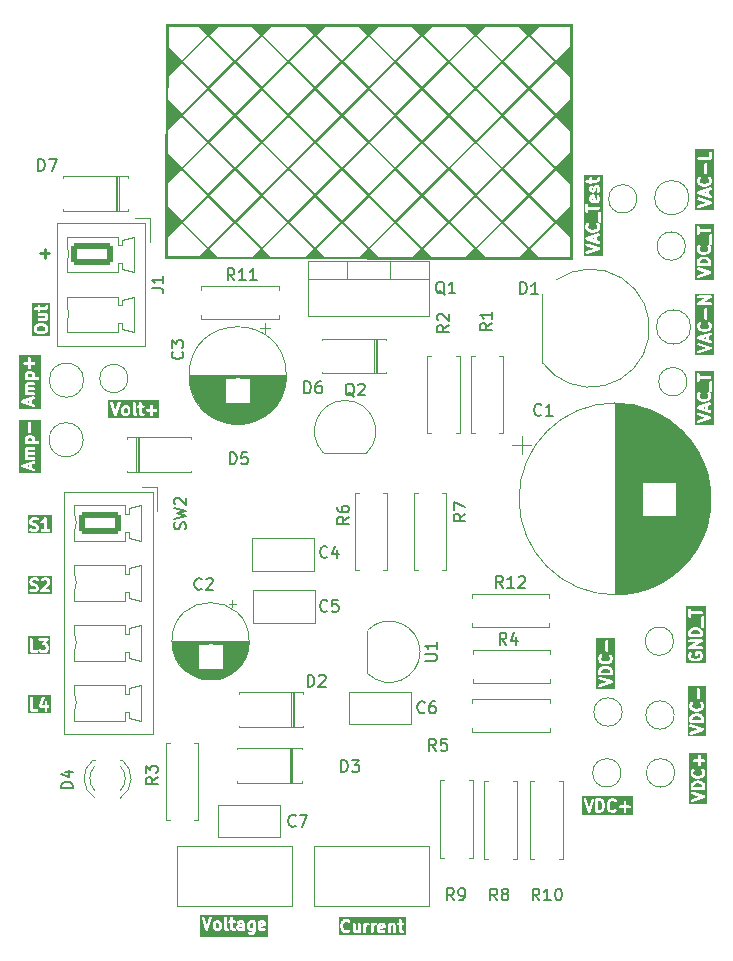
<source format=gto>
G04 #@! TF.GenerationSoftware,KiCad,Pcbnew,7.0.8-dirty*
G04 #@! TF.CreationDate,2023-11-16T23:24:39-03:00*
G04 #@! TF.ProjectId,Fonte 0-24V,466f6e74-6520-4302-9d32-34562e6b6963,rev?*
G04 #@! TF.SameCoordinates,Original*
G04 #@! TF.FileFunction,Legend,Top*
G04 #@! TF.FilePolarity,Positive*
%FSLAX46Y46*%
G04 Gerber Fmt 4.6, Leading zero omitted, Abs format (unit mm)*
G04 Created by KiCad (PCBNEW 7.0.8-dirty) date 2023-11-16 23:24:39*
%MOMM*%
%LPD*%
G01*
G04 APERTURE LIST*
G04 Aperture macros list*
%AMRoundRect*
0 Rectangle with rounded corners*
0 $1 Rounding radius*
0 $2 $3 $4 $5 $6 $7 $8 $9 X,Y pos of 4 corners*
0 Add a 4 corners polygon primitive as box body*
4,1,4,$2,$3,$4,$5,$6,$7,$8,$9,$2,$3,0*
0 Add four circle primitives for the rounded corners*
1,1,$1+$1,$2,$3*
1,1,$1+$1,$4,$5*
1,1,$1+$1,$6,$7*
1,1,$1+$1,$8,$9*
0 Add four rect primitives between the rounded corners*
20,1,$1+$1,$2,$3,$4,$5,0*
20,1,$1+$1,$4,$5,$6,$7,0*
20,1,$1+$1,$6,$7,$8,$9,0*
20,1,$1+$1,$8,$9,$2,$3,0*%
G04 Aperture macros list end*
%ADD10C,0.250000*%
%ADD11C,0.150000*%
%ADD12C,0.120000*%
%ADD13C,2.000000*%
%ADD14R,2.200000X2.200000*%
%ADD15O,2.200000X2.200000*%
%ADD16C,4.300000*%
%ADD17C,2.500000*%
%ADD18O,2.000000X2.000000*%
%ADD19R,2.000000X2.000000*%
%ADD20C,1.600000*%
%ADD21RoundRect,0.250000X-1.550000X0.650000X-1.550000X-0.650000X1.550000X-0.650000X1.550000X0.650000X0*%
%ADD22O,3.600000X1.800000*%
%ADD23R,1.800000X1.800000*%
%ADD24R,1.050000X1.500000*%
%ADD25O,1.050000X1.500000*%
%ADD26R,2.400000X2.400000*%
%ADD27C,2.400000*%
%ADD28C,1.800000*%
%ADD29R,1.500000X1.050000*%
%ADD30O,1.500000X1.050000*%
G04 APERTURE END LIST*
D10*
G36*
X189108896Y-96083943D02*
G01*
X189173715Y-96116353D01*
X189233746Y-96176384D01*
X189265619Y-96272002D01*
X189265619Y-96364812D01*
X188515619Y-96364812D01*
X188515619Y-96272000D01*
X188547491Y-96176382D01*
X188607519Y-96116354D01*
X188672342Y-96083943D01*
X188834579Y-96043384D01*
X188946658Y-96043384D01*
X189108896Y-96083943D01*
G37*
G36*
X189753714Y-98852907D02*
G01*
X188122762Y-98852907D01*
X188122762Y-98251717D01*
X188265619Y-98251717D01*
X188266278Y-98253963D01*
X188265700Y-98256235D01*
X188272034Y-98291245D01*
X188319652Y-98434102D01*
X188326119Y-98443407D01*
X188328528Y-98454480D01*
X188349850Y-98482962D01*
X188445088Y-98578200D01*
X188447143Y-98579322D01*
X188448340Y-98581337D01*
X188477574Y-98601615D01*
X188572812Y-98649234D01*
X188577122Y-98650009D01*
X188598397Y-98658699D01*
X188788873Y-98706318D01*
X188792270Y-98706179D01*
X188819190Y-98710050D01*
X188962047Y-98710050D01*
X188965310Y-98709091D01*
X188992364Y-98706318D01*
X189182840Y-98658699D01*
X189186622Y-98656479D01*
X189208425Y-98649234D01*
X189303662Y-98601616D01*
X189305376Y-98600021D01*
X189307667Y-98599523D01*
X189336149Y-98578201D01*
X189431388Y-98482963D01*
X189436818Y-98473018D01*
X189445646Y-98465911D01*
X189461585Y-98434102D01*
X189509204Y-98291246D01*
X189509288Y-98288906D01*
X189510556Y-98286934D01*
X189515619Y-98251717D01*
X189515619Y-98156479D01*
X189514959Y-98154232D01*
X189515538Y-98151961D01*
X189509204Y-98116950D01*
X189461585Y-97974094D01*
X189455119Y-97964790D01*
X189452710Y-97953715D01*
X189431387Y-97925233D01*
X189383767Y-97877614D01*
X189356624Y-97862793D01*
X189330597Y-97846066D01*
X189324345Y-97845167D01*
X189321950Y-97843859D01*
X189317473Y-97844179D01*
X189295380Y-97841003D01*
X188962047Y-97841003D01*
X188953291Y-97843573D01*
X188944258Y-97842275D01*
X188920025Y-97853341D01*
X188894467Y-97860846D01*
X188888491Y-97867742D01*
X188880189Y-97871534D01*
X188865785Y-97893946D01*
X188848343Y-97914076D01*
X188847044Y-97923108D01*
X188842110Y-97930786D01*
X188837047Y-97966003D01*
X188837047Y-98156479D01*
X188856890Y-98224059D01*
X188910120Y-98270183D01*
X188979836Y-98280207D01*
X189043905Y-98250948D01*
X189081984Y-98191696D01*
X189087047Y-98156479D01*
X189087047Y-98091003D01*
X189237032Y-98091003D01*
X189265619Y-98176764D01*
X189265619Y-98231431D01*
X189233746Y-98327049D01*
X189173715Y-98387080D01*
X189108896Y-98419490D01*
X188946658Y-98460050D01*
X188834579Y-98460050D01*
X188672342Y-98419490D01*
X188607519Y-98387079D01*
X188547491Y-98327051D01*
X188515619Y-98231433D01*
X188515619Y-98138368D01*
X188550041Y-98069524D01*
X188562516Y-98000205D01*
X188535533Y-97935145D01*
X188477660Y-97895001D01*
X188407270Y-97892519D01*
X188346712Y-97928486D01*
X188326434Y-97957721D01*
X188278816Y-98052958D01*
X188276809Y-98064108D01*
X188270682Y-98073643D01*
X188265619Y-98108860D01*
X188265619Y-98251717D01*
X188122762Y-98251717D01*
X188122762Y-97548759D01*
X188266133Y-97548759D01*
X188267369Y-97551889D01*
X188266891Y-97555220D01*
X188280224Y-97584416D01*
X188292019Y-97614262D01*
X188294751Y-97616225D01*
X188296150Y-97619289D01*
X188323159Y-97636647D01*
X188349210Y-97655373D01*
X188352570Y-97655548D01*
X188355402Y-97657368D01*
X188390619Y-97662431D01*
X189390619Y-97662431D01*
X189458199Y-97642588D01*
X189504323Y-97589358D01*
X189514347Y-97519642D01*
X189485088Y-97455573D01*
X189425836Y-97417494D01*
X189390619Y-97412431D01*
X188861314Y-97412431D01*
X189452636Y-97074533D01*
X189454968Y-97072108D01*
X189458199Y-97071160D01*
X189479219Y-97046900D01*
X189501467Y-97023776D01*
X189502118Y-97020473D01*
X189504323Y-97017930D01*
X189508890Y-96986160D01*
X189515105Y-96954675D01*
X189513868Y-96951544D01*
X189514347Y-96948214D01*
X189501015Y-96919021D01*
X189489219Y-96889171D01*
X189486486Y-96887206D01*
X189485088Y-96884145D01*
X189458084Y-96866790D01*
X189432028Y-96848061D01*
X189428667Y-96847885D01*
X189425836Y-96846066D01*
X189390619Y-96841003D01*
X188390619Y-96841003D01*
X188323039Y-96860846D01*
X188276915Y-96914076D01*
X188266891Y-96983792D01*
X188296150Y-97047861D01*
X188355402Y-97085940D01*
X188390619Y-97091003D01*
X188919923Y-97091003D01*
X188328602Y-97428901D01*
X188326269Y-97431325D01*
X188323039Y-97432274D01*
X188302018Y-97456533D01*
X188279771Y-97479658D01*
X188279119Y-97482960D01*
X188276915Y-97485504D01*
X188272347Y-97517273D01*
X188266133Y-97548759D01*
X188122762Y-97548759D01*
X188122762Y-96489812D01*
X188265619Y-96489812D01*
X188268189Y-96498567D01*
X188266891Y-96507601D01*
X188277957Y-96531833D01*
X188285462Y-96557392D01*
X188292358Y-96563367D01*
X188296150Y-96571670D01*
X188318562Y-96586073D01*
X188338692Y-96603516D01*
X188347724Y-96604814D01*
X188355402Y-96609749D01*
X188390619Y-96614812D01*
X189390619Y-96614812D01*
X189399374Y-96612241D01*
X189408408Y-96613540D01*
X189432640Y-96602473D01*
X189458199Y-96594969D01*
X189464174Y-96588072D01*
X189472477Y-96584281D01*
X189486880Y-96561868D01*
X189504323Y-96541739D01*
X189505621Y-96532706D01*
X189510556Y-96525029D01*
X189515619Y-96489812D01*
X189515619Y-96251717D01*
X189514959Y-96249470D01*
X189515538Y-96247199D01*
X189509204Y-96212188D01*
X189461585Y-96069332D01*
X189455119Y-96060027D01*
X189452710Y-96048954D01*
X189431388Y-96020471D01*
X189336149Y-95925233D01*
X189334093Y-95924110D01*
X189332897Y-95922096D01*
X189303662Y-95901818D01*
X189208425Y-95854200D01*
X189204113Y-95853424D01*
X189182840Y-95844735D01*
X188992364Y-95797116D01*
X188988966Y-95797254D01*
X188962047Y-95793384D01*
X188819190Y-95793384D01*
X188815927Y-95794342D01*
X188788873Y-95797116D01*
X188598397Y-95844735D01*
X188594614Y-95846953D01*
X188572812Y-95854200D01*
X188477574Y-95901819D01*
X188475860Y-95903412D01*
X188473570Y-95903911D01*
X188445088Y-95925234D01*
X188349850Y-96020472D01*
X188344420Y-96030415D01*
X188335592Y-96037523D01*
X188319652Y-96069332D01*
X188272034Y-96212189D01*
X188271949Y-96214527D01*
X188270682Y-96216500D01*
X188265619Y-96251717D01*
X188265619Y-96489812D01*
X188122762Y-96489812D01*
X188122762Y-95727908D01*
X189360857Y-95727908D01*
X189380700Y-95795488D01*
X189433930Y-95841612D01*
X189503646Y-95851636D01*
X189567715Y-95822377D01*
X189605794Y-95763125D01*
X189610857Y-95727908D01*
X189610857Y-94966003D01*
X189591014Y-94898423D01*
X189537784Y-94852299D01*
X189468068Y-94842275D01*
X189403999Y-94871534D01*
X189365920Y-94930786D01*
X189360857Y-94966003D01*
X189360857Y-95727908D01*
X188122762Y-95727908D01*
X188122762Y-94870764D01*
X188265619Y-94870764D01*
X188285462Y-94938344D01*
X188338692Y-94984468D01*
X188408408Y-94994492D01*
X188472477Y-94965233D01*
X188510556Y-94905981D01*
X188515619Y-94870764D01*
X188515619Y-94710050D01*
X189390619Y-94710050D01*
X189458199Y-94690207D01*
X189504323Y-94636977D01*
X189514347Y-94567261D01*
X189485088Y-94503192D01*
X189425836Y-94465113D01*
X189390619Y-94460050D01*
X188515619Y-94460050D01*
X188515619Y-94299336D01*
X188495776Y-94231756D01*
X188442546Y-94185632D01*
X188372830Y-94175608D01*
X188308761Y-94204867D01*
X188270682Y-94264119D01*
X188265619Y-94299336D01*
X188265619Y-94870764D01*
X188122762Y-94870764D01*
X188122762Y-94032751D01*
X189753714Y-94032751D01*
X189753714Y-98852907D01*
G37*
G36*
X132461681Y-76790801D02*
G01*
X132267680Y-76726135D01*
X132461681Y-76661468D01*
X132461681Y-76790801D01*
G37*
G36*
X132703113Y-74400296D02*
G01*
X132722045Y-74419228D01*
X132747396Y-74469929D01*
X132747396Y-74601135D01*
X132330729Y-74601135D01*
X132330729Y-74469929D01*
X132356079Y-74419227D01*
X132375012Y-74400295D01*
X132425714Y-74374945D01*
X132652411Y-74374945D01*
X132703113Y-74400296D01*
G37*
G36*
X133472314Y-77323456D02*
G01*
X131605249Y-77323456D01*
X131605249Y-76712829D01*
X131748106Y-76712829D01*
X131753601Y-76743211D01*
X131756889Y-76773919D01*
X131759813Y-76777551D01*
X131760643Y-76782137D01*
X131781686Y-76804719D01*
X131801059Y-76828781D01*
X131806780Y-76831647D01*
X131808661Y-76833666D01*
X131813028Y-76834778D01*
X131832868Y-76844720D01*
X132832867Y-77178053D01*
X132903254Y-77180599D01*
X132963844Y-77144686D01*
X132995400Y-77081718D01*
X132987902Y-77011684D01*
X132943733Y-76956822D01*
X132911924Y-76940882D01*
X132711681Y-76874134D01*
X132711681Y-76578135D01*
X132911924Y-76511388D01*
X132969761Y-76471192D01*
X132996685Y-76406108D01*
X132984149Y-76336800D01*
X132936131Y-76285271D01*
X132867878Y-76267883D01*
X132832867Y-76274217D01*
X131832868Y-76607550D01*
X131807511Y-76625171D01*
X131780948Y-76640916D01*
X131778859Y-76645083D01*
X131775030Y-76647745D01*
X131763224Y-76676282D01*
X131749392Y-76703885D01*
X131749888Y-76708520D01*
X131748106Y-76712829D01*
X131605249Y-76712829D01*
X131605249Y-75916611D01*
X132080729Y-75916611D01*
X132083921Y-75927483D01*
X132082705Y-75938749D01*
X132093926Y-75972513D01*
X132104336Y-75993333D01*
X132092025Y-76007541D01*
X132082001Y-76077257D01*
X132111260Y-76141326D01*
X132170512Y-76179405D01*
X132205729Y-76184468D01*
X132872396Y-76184468D01*
X132939976Y-76164625D01*
X132986100Y-76111395D01*
X132996124Y-76041679D01*
X132966865Y-75977610D01*
X132907613Y-75939531D01*
X132872396Y-75934468D01*
X132354411Y-75934468D01*
X132330729Y-75887103D01*
X132330729Y-75803262D01*
X132346517Y-75771685D01*
X132378095Y-75755897D01*
X132872396Y-75755897D01*
X132939976Y-75736054D01*
X132986100Y-75682824D01*
X132996124Y-75613108D01*
X132966865Y-75549039D01*
X132907613Y-75510960D01*
X132872396Y-75505897D01*
X132378095Y-75505897D01*
X132346517Y-75490108D01*
X132330729Y-75458532D01*
X132330729Y-75374691D01*
X132346518Y-75343113D01*
X132378095Y-75327325D01*
X132872396Y-75327325D01*
X132939976Y-75307482D01*
X132986100Y-75254252D01*
X132996124Y-75184536D01*
X132966865Y-75120467D01*
X132907613Y-75082388D01*
X132872396Y-75077325D01*
X132348586Y-75077325D01*
X132337713Y-75080517D01*
X132326447Y-75079301D01*
X132292684Y-75090522D01*
X132197446Y-75138141D01*
X132181062Y-75153380D01*
X132161822Y-75164808D01*
X132149174Y-75183041D01*
X132145875Y-75186111D01*
X132145191Y-75188784D01*
X132141544Y-75194043D01*
X132093925Y-75289282D01*
X132091918Y-75300433D01*
X132085792Y-75309966D01*
X132080729Y-75345183D01*
X132080729Y-75488040D01*
X132083921Y-75498912D01*
X132082705Y-75510178D01*
X132093926Y-75543942D01*
X132137403Y-75630897D01*
X132093926Y-75717852D01*
X132091919Y-75729002D01*
X132085792Y-75738537D01*
X132080729Y-75773754D01*
X132080729Y-75916611D01*
X131605249Y-75916611D01*
X131605249Y-74630897D01*
X132080729Y-74630897D01*
X132083921Y-74641769D01*
X132082705Y-74653035D01*
X132091335Y-74679003D01*
X132082001Y-74743924D01*
X132111260Y-74807993D01*
X132170512Y-74846072D01*
X132205729Y-74851135D01*
X133205729Y-74851135D01*
X133273309Y-74831292D01*
X133319433Y-74778062D01*
X133329457Y-74708346D01*
X133300198Y-74644277D01*
X133240946Y-74606198D01*
X133205729Y-74601135D01*
X132997396Y-74601135D01*
X132997396Y-74440421D01*
X132994203Y-74429548D01*
X132995420Y-74418282D01*
X132984199Y-74384519D01*
X132936580Y-74289281D01*
X132934985Y-74287566D01*
X132934487Y-74285276D01*
X132913164Y-74256794D01*
X132865544Y-74209175D01*
X132863490Y-74208053D01*
X132862293Y-74206038D01*
X132833058Y-74185760D01*
X132737821Y-74138142D01*
X132726670Y-74136135D01*
X132717136Y-74130008D01*
X132681919Y-74124945D01*
X132396205Y-74124945D01*
X132385332Y-74128137D01*
X132374066Y-74126921D01*
X132340303Y-74138142D01*
X132245065Y-74185761D01*
X132243350Y-74187355D01*
X132241061Y-74187854D01*
X132212578Y-74209176D01*
X132164960Y-74256795D01*
X132163838Y-74258849D01*
X132161822Y-74260047D01*
X132141544Y-74289282D01*
X132093926Y-74384519D01*
X132091919Y-74395669D01*
X132085792Y-74405204D01*
X132080729Y-74440421D01*
X132080729Y-74630897D01*
X131605249Y-74630897D01*
X131605249Y-73458210D01*
X131986763Y-73458210D01*
X132016022Y-73522279D01*
X132075274Y-73560358D01*
X132110491Y-73565421D01*
X132366443Y-73565421D01*
X132366443Y-73821373D01*
X132386286Y-73888953D01*
X132439516Y-73935077D01*
X132509232Y-73945101D01*
X132573301Y-73915842D01*
X132611380Y-73856590D01*
X132616443Y-73821373D01*
X132616443Y-73565421D01*
X132872396Y-73565421D01*
X132939976Y-73545578D01*
X132986100Y-73492348D01*
X132996124Y-73422632D01*
X132966865Y-73358563D01*
X132907613Y-73320484D01*
X132872396Y-73315421D01*
X132616443Y-73315421D01*
X132616443Y-73059469D01*
X132596600Y-72991889D01*
X132543370Y-72945765D01*
X132473654Y-72935741D01*
X132409585Y-72965000D01*
X132371506Y-73024252D01*
X132366443Y-73059469D01*
X132366443Y-73315421D01*
X132110491Y-73315421D01*
X132042911Y-73335264D01*
X131996787Y-73388494D01*
X131986763Y-73458210D01*
X131605249Y-73458210D01*
X131605249Y-72792884D01*
X133472314Y-72792884D01*
X133472314Y-77323456D01*
G37*
G36*
X134261535Y-98111656D02*
G01*
X132392488Y-98111656D01*
X132392488Y-97843799D01*
X132535345Y-97843799D01*
X132537915Y-97852554D01*
X132536617Y-97861588D01*
X132547683Y-97885820D01*
X132555188Y-97911379D01*
X132562084Y-97917354D01*
X132565876Y-97925657D01*
X132588288Y-97940060D01*
X132608418Y-97957503D01*
X132617450Y-97958801D01*
X132625128Y-97963736D01*
X132660345Y-97968799D01*
X133136535Y-97968799D01*
X133204115Y-97948956D01*
X133250239Y-97895726D01*
X133260263Y-97826010D01*
X133231004Y-97761941D01*
X133196305Y-97739641D01*
X133249949Y-97739641D01*
X133264920Y-97808465D01*
X133286242Y-97836947D01*
X133333861Y-97884567D01*
X133335917Y-97885689D01*
X133337114Y-97887705D01*
X133366348Y-97907983D01*
X133461586Y-97955602D01*
X133472736Y-97957608D01*
X133482271Y-97963736D01*
X133517488Y-97968799D01*
X133803202Y-97968799D01*
X133814074Y-97965606D01*
X133825340Y-97966823D01*
X133859104Y-97955602D01*
X133954341Y-97907984D01*
X133956056Y-97906388D01*
X133958347Y-97905890D01*
X133986829Y-97884567D01*
X134034448Y-97836948D01*
X134035570Y-97834891D01*
X134037584Y-97833696D01*
X134057862Y-97804462D01*
X134105481Y-97709224D01*
X134107487Y-97698073D01*
X134113615Y-97688539D01*
X134118678Y-97653322D01*
X134118678Y-97415227D01*
X134115485Y-97404354D01*
X134116702Y-97393088D01*
X134105481Y-97359325D01*
X134057862Y-97264087D01*
X134056267Y-97262372D01*
X134055769Y-97260083D01*
X134034447Y-97231600D01*
X133986828Y-97183982D01*
X133984773Y-97182860D01*
X133983576Y-97180844D01*
X133954341Y-97160566D01*
X133904435Y-97135613D01*
X134087750Y-96926112D01*
X134095419Y-96909531D01*
X134107382Y-96895726D01*
X134109897Y-96878230D01*
X134117319Y-96862186D01*
X134114806Y-96844090D01*
X134117406Y-96826010D01*
X134110063Y-96809931D01*
X134107632Y-96792422D01*
X134095735Y-96778558D01*
X134088147Y-96761941D01*
X134073276Y-96752384D01*
X134061766Y-96738970D01*
X134044263Y-96733738D01*
X134028895Y-96723862D01*
X133994835Y-96718965D01*
X133994282Y-96718800D01*
X133994083Y-96718857D01*
X133993678Y-96718799D01*
X133374631Y-96718799D01*
X133307051Y-96738642D01*
X133260927Y-96791872D01*
X133250903Y-96861588D01*
X133280162Y-96925657D01*
X133339414Y-96963736D01*
X133374631Y-96968799D01*
X133718207Y-96968799D01*
X133566273Y-97142438D01*
X133558604Y-97159017D01*
X133546641Y-97172824D01*
X133544125Y-97190321D01*
X133536705Y-97206364D01*
X133539217Y-97224457D01*
X133536617Y-97242540D01*
X133543960Y-97258619D01*
X133546391Y-97276128D01*
X133558287Y-97289991D01*
X133565876Y-97306609D01*
X133580746Y-97316165D01*
X133592257Y-97329580D01*
X133609759Y-97334811D01*
X133625128Y-97344688D01*
X133659187Y-97349584D01*
X133659741Y-97349750D01*
X133659939Y-97349692D01*
X133660345Y-97349751D01*
X133773694Y-97349751D01*
X133824395Y-97375101D01*
X133843327Y-97394034D01*
X133868678Y-97444735D01*
X133868678Y-97623813D01*
X133843326Y-97674516D01*
X133824395Y-97693448D01*
X133773694Y-97718799D01*
X133546997Y-97718799D01*
X133496295Y-97693448D01*
X133463020Y-97660173D01*
X133401203Y-97626417D01*
X133330949Y-97631441D01*
X133274564Y-97673649D01*
X133249949Y-97739641D01*
X133196305Y-97739641D01*
X133171752Y-97723862D01*
X133136535Y-97718799D01*
X132785345Y-97718799D01*
X132785345Y-96843799D01*
X132765502Y-96776219D01*
X132712272Y-96730095D01*
X132642556Y-96720071D01*
X132578487Y-96749330D01*
X132540408Y-96808582D01*
X132535345Y-96843799D01*
X132535345Y-97843799D01*
X132392488Y-97843799D01*
X132392488Y-96575942D01*
X134261535Y-96575942D01*
X134261535Y-98111656D01*
G37*
G36*
X181490673Y-99363599D02*
G01*
X181555492Y-99396009D01*
X181615523Y-99456040D01*
X181647396Y-99551658D01*
X181647396Y-99644468D01*
X180897396Y-99644468D01*
X180897396Y-99551656D01*
X180929268Y-99456038D01*
X180989296Y-99396010D01*
X181054119Y-99363599D01*
X181216356Y-99323040D01*
X181328435Y-99323040D01*
X181490673Y-99363599D01*
G37*
G36*
X182040253Y-101037244D02*
G01*
X180504539Y-101037244D01*
X180504539Y-100756162D01*
X180648106Y-100756162D01*
X180660643Y-100825470D01*
X180708661Y-100876999D01*
X180776914Y-100894387D01*
X180811924Y-100888053D01*
X181811924Y-100554721D01*
X181837288Y-100537093D01*
X181863844Y-100521353D01*
X181865932Y-100517185D01*
X181869761Y-100514525D01*
X181881562Y-100485996D01*
X181895400Y-100458385D01*
X181894903Y-100453747D01*
X181896685Y-100449441D01*
X181891189Y-100419058D01*
X181887902Y-100388351D01*
X181884978Y-100384719D01*
X181884149Y-100380133D01*
X181863101Y-100357546D01*
X181843733Y-100333489D01*
X181838011Y-100330621D01*
X181836131Y-100328604D01*
X181831765Y-100327491D01*
X181811924Y-100317549D01*
X180811924Y-99984217D01*
X180741538Y-99981671D01*
X180680948Y-100017583D01*
X180649392Y-100080552D01*
X180656889Y-100150586D01*
X180701059Y-100205448D01*
X180732868Y-100221387D01*
X181377112Y-100436135D01*
X180732868Y-100650883D01*
X180675030Y-100691078D01*
X180648106Y-100756162D01*
X180504539Y-100756162D01*
X180504539Y-99769468D01*
X180647396Y-99769468D01*
X180649966Y-99778223D01*
X180648668Y-99787257D01*
X180659734Y-99811489D01*
X180667239Y-99837048D01*
X180674135Y-99843023D01*
X180677927Y-99851326D01*
X180700339Y-99865729D01*
X180720469Y-99883172D01*
X180729501Y-99884470D01*
X180737179Y-99889405D01*
X180772396Y-99894468D01*
X181772396Y-99894468D01*
X181781151Y-99891897D01*
X181790185Y-99893196D01*
X181814417Y-99882129D01*
X181839976Y-99874625D01*
X181845951Y-99867728D01*
X181854254Y-99863937D01*
X181868657Y-99841524D01*
X181886100Y-99821395D01*
X181887398Y-99812362D01*
X181892333Y-99804685D01*
X181897396Y-99769468D01*
X181897396Y-99531373D01*
X181896736Y-99529126D01*
X181897315Y-99526855D01*
X181890981Y-99491844D01*
X181843362Y-99348988D01*
X181836896Y-99339683D01*
X181834487Y-99328610D01*
X181813165Y-99300127D01*
X181717926Y-99204889D01*
X181715870Y-99203766D01*
X181714674Y-99201752D01*
X181685439Y-99181474D01*
X181590202Y-99133856D01*
X181585890Y-99133080D01*
X181564617Y-99124391D01*
X181374141Y-99076772D01*
X181370743Y-99076910D01*
X181343824Y-99073040D01*
X181200967Y-99073040D01*
X181197704Y-99073998D01*
X181170650Y-99076772D01*
X180980174Y-99124391D01*
X180976391Y-99126609D01*
X180954589Y-99133856D01*
X180859351Y-99181475D01*
X180857637Y-99183068D01*
X180855347Y-99183567D01*
X180826865Y-99204890D01*
X180731627Y-99300128D01*
X180726197Y-99310071D01*
X180717369Y-99317179D01*
X180701429Y-99348988D01*
X180653811Y-99491845D01*
X180653726Y-99494183D01*
X180652459Y-99496156D01*
X180647396Y-99531373D01*
X180647396Y-99769468D01*
X180504539Y-99769468D01*
X180504539Y-98483754D01*
X180647396Y-98483754D01*
X180648055Y-98486000D01*
X180647477Y-98488272D01*
X180653811Y-98523282D01*
X180701429Y-98666139D01*
X180707896Y-98675444D01*
X180710305Y-98686517D01*
X180731627Y-98714999D01*
X180826865Y-98810237D01*
X180828920Y-98811359D01*
X180830117Y-98813374D01*
X180859351Y-98833652D01*
X180954589Y-98881271D01*
X180958899Y-98882046D01*
X180980174Y-98890736D01*
X181170650Y-98938355D01*
X181174047Y-98938216D01*
X181200967Y-98942087D01*
X181343824Y-98942087D01*
X181347087Y-98941128D01*
X181374141Y-98938355D01*
X181564617Y-98890736D01*
X181568399Y-98888516D01*
X181590202Y-98881271D01*
X181685439Y-98833653D01*
X181687153Y-98832058D01*
X181689444Y-98831560D01*
X181717926Y-98810238D01*
X181813165Y-98715000D01*
X181818595Y-98705055D01*
X181827423Y-98697948D01*
X181843362Y-98666139D01*
X181890981Y-98523283D01*
X181891065Y-98520943D01*
X181892333Y-98518971D01*
X181897396Y-98483754D01*
X181897396Y-98388516D01*
X181896736Y-98386269D01*
X181897315Y-98383998D01*
X181890981Y-98348987D01*
X181843362Y-98206131D01*
X181836896Y-98196827D01*
X181834487Y-98185752D01*
X181813164Y-98157270D01*
X181765544Y-98109651D01*
X181703727Y-98075896D01*
X181633473Y-98080922D01*
X181577089Y-98123131D01*
X181552475Y-98189124D01*
X181567447Y-98257947D01*
X181588770Y-98286429D01*
X181615523Y-98313182D01*
X181647396Y-98408801D01*
X181647396Y-98463468D01*
X181615523Y-98559086D01*
X181555492Y-98619117D01*
X181490673Y-98651527D01*
X181328435Y-98692087D01*
X181216356Y-98692087D01*
X181054119Y-98651527D01*
X180989296Y-98619116D01*
X180929268Y-98559088D01*
X180897396Y-98463470D01*
X180897396Y-98408799D01*
X180929268Y-98313181D01*
X180956022Y-98286429D01*
X180989777Y-98224611D01*
X180984752Y-98154357D01*
X180942544Y-98097973D01*
X180876551Y-98073358D01*
X180807728Y-98088330D01*
X180779245Y-98109652D01*
X180731627Y-98157271D01*
X180726197Y-98167214D01*
X180717369Y-98174322D01*
X180701429Y-98206131D01*
X180653811Y-98348988D01*
X180653726Y-98351326D01*
X180652459Y-98353299D01*
X180647396Y-98388516D01*
X180647396Y-98483754D01*
X180504539Y-98483754D01*
X180504539Y-97769468D01*
X181266443Y-97769468D01*
X181286286Y-97837048D01*
X181339516Y-97883172D01*
X181409232Y-97893196D01*
X181473301Y-97863937D01*
X181511380Y-97804685D01*
X181516443Y-97769468D01*
X181516443Y-97007564D01*
X181496600Y-96939984D01*
X181443370Y-96893860D01*
X181373654Y-96883836D01*
X181309585Y-96913095D01*
X181271506Y-96972347D01*
X181266443Y-97007564D01*
X181266443Y-97769468D01*
X180504539Y-97769468D01*
X180504539Y-96740979D01*
X182040253Y-96740979D01*
X182040253Y-101037244D01*
G37*
G36*
X140754395Y-77287482D02*
G01*
X140773327Y-77306415D01*
X140798678Y-77357116D01*
X140798678Y-77583813D01*
X140773326Y-77634516D01*
X140754395Y-77653448D01*
X140703694Y-77678799D01*
X140619854Y-77678799D01*
X140569152Y-77653448D01*
X140550220Y-77634516D01*
X140524869Y-77583814D01*
X140524869Y-77357116D01*
X140550219Y-77306414D01*
X140569152Y-77287482D01*
X140619854Y-77262132D01*
X140703694Y-77262132D01*
X140754395Y-77287482D01*
G37*
G36*
X143475979Y-78071656D02*
G01*
X139179712Y-78071656D01*
X139179712Y-76808317D01*
X139322569Y-76808317D01*
X139328903Y-76843327D01*
X139662235Y-77843327D01*
X139679858Y-77868685D01*
X139695602Y-77895247D01*
X139699770Y-77897336D01*
X139702431Y-77901164D01*
X139730957Y-77912964D01*
X139758571Y-77926803D01*
X139763208Y-77926306D01*
X139767515Y-77928088D01*
X139797889Y-77922594D01*
X139828605Y-77919306D01*
X139832237Y-77916381D01*
X139836823Y-77915552D01*
X139859405Y-77894508D01*
X139883467Y-77875136D01*
X139886333Y-77869414D01*
X139888352Y-77867534D01*
X139889464Y-77863166D01*
X139899406Y-77843327D01*
X139976074Y-77613322D01*
X140274869Y-77613322D01*
X140278061Y-77624194D01*
X140276845Y-77635460D01*
X140288066Y-77669224D01*
X140335684Y-77764461D01*
X140337279Y-77766175D01*
X140337777Y-77768465D01*
X140359099Y-77796947D01*
X140406718Y-77844567D01*
X140408774Y-77845689D01*
X140409971Y-77847705D01*
X140439205Y-77867983D01*
X140534443Y-77915602D01*
X140545593Y-77917608D01*
X140555128Y-77923736D01*
X140590345Y-77928799D01*
X140733202Y-77928799D01*
X140744074Y-77925606D01*
X140755340Y-77926823D01*
X140789104Y-77915602D01*
X140884341Y-77867984D01*
X140886056Y-77866388D01*
X140888347Y-77865890D01*
X140916829Y-77844567D01*
X140964448Y-77796948D01*
X140965570Y-77794891D01*
X140967584Y-77793696D01*
X140987862Y-77764462D01*
X141035481Y-77669224D01*
X141036971Y-77660941D01*
X141227250Y-77660941D01*
X141230441Y-77671810D01*
X141229225Y-77683079D01*
X141240446Y-77716842D01*
X141288065Y-77812081D01*
X141303305Y-77828466D01*
X141314733Y-77847705D01*
X141332965Y-77860351D01*
X141336036Y-77863653D01*
X141338710Y-77864336D01*
X141343967Y-77867983D01*
X141439205Y-77915602D01*
X141508524Y-77928077D01*
X141573584Y-77901094D01*
X141613728Y-77843221D01*
X141616210Y-77772831D01*
X141580243Y-77712273D01*
X141551008Y-77691995D01*
X141493039Y-77663010D01*
X141477250Y-77631432D01*
X141477250Y-77154921D01*
X141609475Y-77154921D01*
X141638734Y-77218990D01*
X141697986Y-77257069D01*
X141733203Y-77262132D01*
X141751060Y-77262132D01*
X141751060Y-77660941D01*
X141754251Y-77671810D01*
X141753035Y-77683079D01*
X141764256Y-77716842D01*
X141811875Y-77812081D01*
X141827115Y-77828466D01*
X141838543Y-77847705D01*
X141856775Y-77860351D01*
X141859846Y-77863653D01*
X141862520Y-77864336D01*
X141867777Y-77867983D01*
X141963015Y-77915602D01*
X141974165Y-77917608D01*
X141983700Y-77923736D01*
X142018917Y-77928799D01*
X142114155Y-77928799D01*
X142181735Y-77908956D01*
X142227859Y-77855726D01*
X142237883Y-77786010D01*
X142208624Y-77721941D01*
X142149372Y-77683862D01*
X142114155Y-77678799D01*
X142048426Y-77678799D01*
X142016849Y-77663010D01*
X142001060Y-77631432D01*
X142001060Y-77440635D01*
X142323761Y-77440635D01*
X142353020Y-77504704D01*
X142412272Y-77542783D01*
X142447489Y-77547846D01*
X142703441Y-77547846D01*
X142703441Y-77803799D01*
X142723284Y-77871379D01*
X142776514Y-77917503D01*
X142846230Y-77927527D01*
X142910299Y-77898268D01*
X142948378Y-77839016D01*
X142953441Y-77803799D01*
X142953441Y-77547846D01*
X143209394Y-77547846D01*
X143276974Y-77528003D01*
X143323098Y-77474773D01*
X143333122Y-77405057D01*
X143303863Y-77340988D01*
X143244611Y-77302909D01*
X143209394Y-77297846D01*
X142953441Y-77297846D01*
X142953441Y-77041894D01*
X142933598Y-76974314D01*
X142880368Y-76928190D01*
X142810652Y-76918166D01*
X142746583Y-76947425D01*
X142708504Y-77006677D01*
X142703441Y-77041894D01*
X142703441Y-77297846D01*
X142447489Y-77297846D01*
X142379909Y-77317689D01*
X142333785Y-77370919D01*
X142323761Y-77440635D01*
X142001060Y-77440635D01*
X142001060Y-77262132D01*
X142114155Y-77262132D01*
X142181735Y-77242289D01*
X142227859Y-77189059D01*
X142237883Y-77119343D01*
X142208624Y-77055274D01*
X142149372Y-77017195D01*
X142114155Y-77012132D01*
X142001060Y-77012132D01*
X142001060Y-76803799D01*
X141981217Y-76736219D01*
X141927987Y-76690095D01*
X141858271Y-76680071D01*
X141794202Y-76709330D01*
X141756123Y-76768582D01*
X141751060Y-76803799D01*
X141751060Y-77012132D01*
X141733203Y-77012132D01*
X141665623Y-77031975D01*
X141619499Y-77085205D01*
X141609475Y-77154921D01*
X141477250Y-77154921D01*
X141477250Y-76803799D01*
X141457407Y-76736219D01*
X141404177Y-76690095D01*
X141334461Y-76680071D01*
X141270392Y-76709330D01*
X141232313Y-76768582D01*
X141227250Y-76803799D01*
X141227250Y-77660941D01*
X141036971Y-77660941D01*
X141037487Y-77658073D01*
X141043615Y-77648539D01*
X141048678Y-77613322D01*
X141048678Y-77327608D01*
X141045485Y-77316735D01*
X141046702Y-77305469D01*
X141035481Y-77271706D01*
X140987862Y-77176468D01*
X140986267Y-77174753D01*
X140985769Y-77172464D01*
X140964447Y-77143981D01*
X140916828Y-77096363D01*
X140914773Y-77095241D01*
X140913576Y-77093225D01*
X140884341Y-77072947D01*
X140789104Y-77025329D01*
X140777953Y-77023322D01*
X140768419Y-77017195D01*
X140733202Y-77012132D01*
X140590345Y-77012132D01*
X140579472Y-77015324D01*
X140568206Y-77014108D01*
X140534443Y-77025329D01*
X140439205Y-77072948D01*
X140437490Y-77074542D01*
X140435201Y-77075041D01*
X140406718Y-77096363D01*
X140359100Y-77143982D01*
X140357978Y-77146036D01*
X140355962Y-77147234D01*
X140335684Y-77176469D01*
X140288066Y-77271706D01*
X140286059Y-77282856D01*
X140279932Y-77292391D01*
X140274869Y-77327608D01*
X140274869Y-77613322D01*
X139976074Y-77613322D01*
X140232739Y-76843328D01*
X140235285Y-76772941D01*
X140199372Y-76712351D01*
X140136404Y-76680795D01*
X140066370Y-76688293D01*
X140011508Y-76732462D01*
X139995568Y-76764271D01*
X139780820Y-77408514D01*
X139566073Y-76764271D01*
X139525878Y-76706433D01*
X139460794Y-76679509D01*
X139391486Y-76692046D01*
X139339957Y-76740064D01*
X139322569Y-76808317D01*
X139179712Y-76808317D01*
X139179712Y-76536652D01*
X143475979Y-76536652D01*
X143475979Y-78071656D01*
G37*
G36*
X189820673Y-64713599D02*
G01*
X189885492Y-64746009D01*
X189945523Y-64806040D01*
X189977396Y-64901658D01*
X189977396Y-64994468D01*
X189227396Y-64994468D01*
X189227396Y-64901656D01*
X189259268Y-64806038D01*
X189319296Y-64746010D01*
X189384119Y-64713599D01*
X189546356Y-64673040D01*
X189658435Y-64673040D01*
X189820673Y-64713599D01*
G37*
G36*
X190465491Y-66387244D02*
G01*
X188834539Y-66387244D01*
X188834539Y-66106162D01*
X188978106Y-66106162D01*
X188990643Y-66175470D01*
X189038661Y-66226999D01*
X189106914Y-66244387D01*
X189141924Y-66238053D01*
X190141924Y-65904721D01*
X190167288Y-65887093D01*
X190193844Y-65871353D01*
X190195932Y-65867185D01*
X190199761Y-65864525D01*
X190211562Y-65835996D01*
X190225400Y-65808385D01*
X190224903Y-65803747D01*
X190226685Y-65799441D01*
X190221189Y-65769058D01*
X190217902Y-65738351D01*
X190214978Y-65734719D01*
X190214149Y-65730133D01*
X190193101Y-65707546D01*
X190173733Y-65683489D01*
X190168011Y-65680621D01*
X190166131Y-65678604D01*
X190161765Y-65677491D01*
X190141924Y-65667549D01*
X189141924Y-65334217D01*
X189071538Y-65331671D01*
X189010948Y-65367583D01*
X188979392Y-65430552D01*
X188986889Y-65500586D01*
X189031059Y-65555448D01*
X189062868Y-65571387D01*
X189707112Y-65786135D01*
X189062868Y-66000883D01*
X189005030Y-66041078D01*
X188978106Y-66106162D01*
X188834539Y-66106162D01*
X188834539Y-65119468D01*
X188977396Y-65119468D01*
X188979966Y-65128223D01*
X188978668Y-65137257D01*
X188989734Y-65161489D01*
X188997239Y-65187048D01*
X189004135Y-65193023D01*
X189007927Y-65201326D01*
X189030339Y-65215729D01*
X189050469Y-65233172D01*
X189059501Y-65234470D01*
X189067179Y-65239405D01*
X189102396Y-65244468D01*
X190102396Y-65244468D01*
X190111151Y-65241897D01*
X190120185Y-65243196D01*
X190144417Y-65232129D01*
X190169976Y-65224625D01*
X190175951Y-65217728D01*
X190184254Y-65213937D01*
X190198657Y-65191524D01*
X190216100Y-65171395D01*
X190217398Y-65162362D01*
X190222333Y-65154685D01*
X190227396Y-65119468D01*
X190227396Y-64881373D01*
X190226736Y-64879126D01*
X190227315Y-64876855D01*
X190220981Y-64841844D01*
X190173362Y-64698988D01*
X190166896Y-64689683D01*
X190164487Y-64678610D01*
X190143165Y-64650127D01*
X190047926Y-64554889D01*
X190045870Y-64553766D01*
X190044674Y-64551752D01*
X190015439Y-64531474D01*
X189920202Y-64483856D01*
X189915890Y-64483080D01*
X189894617Y-64474391D01*
X189704141Y-64426772D01*
X189700743Y-64426910D01*
X189673824Y-64423040D01*
X189530967Y-64423040D01*
X189527704Y-64423998D01*
X189500650Y-64426772D01*
X189310174Y-64474391D01*
X189306391Y-64476609D01*
X189284589Y-64483856D01*
X189189351Y-64531475D01*
X189187637Y-64533068D01*
X189185347Y-64533567D01*
X189156865Y-64554890D01*
X189061627Y-64650128D01*
X189056197Y-64660071D01*
X189047369Y-64667179D01*
X189031429Y-64698988D01*
X188983811Y-64841845D01*
X188983726Y-64844183D01*
X188982459Y-64846156D01*
X188977396Y-64881373D01*
X188977396Y-65119468D01*
X188834539Y-65119468D01*
X188834539Y-63833754D01*
X188977396Y-63833754D01*
X188978055Y-63836000D01*
X188977477Y-63838272D01*
X188983811Y-63873282D01*
X189031429Y-64016139D01*
X189037896Y-64025444D01*
X189040305Y-64036517D01*
X189061627Y-64064999D01*
X189156865Y-64160237D01*
X189158920Y-64161359D01*
X189160117Y-64163374D01*
X189189351Y-64183652D01*
X189284589Y-64231271D01*
X189288899Y-64232046D01*
X189310174Y-64240736D01*
X189500650Y-64288355D01*
X189504047Y-64288216D01*
X189530967Y-64292087D01*
X189673824Y-64292087D01*
X189677087Y-64291128D01*
X189704141Y-64288355D01*
X189894617Y-64240736D01*
X189898399Y-64238516D01*
X189920202Y-64231271D01*
X190015439Y-64183653D01*
X190017153Y-64182058D01*
X190019444Y-64181560D01*
X190047926Y-64160238D01*
X190143165Y-64065000D01*
X190148595Y-64055055D01*
X190157423Y-64047948D01*
X190173362Y-64016139D01*
X190220981Y-63873283D01*
X190221065Y-63870943D01*
X190222333Y-63868971D01*
X190227396Y-63833754D01*
X190227396Y-63738516D01*
X190226736Y-63736269D01*
X190227315Y-63733998D01*
X190220981Y-63698987D01*
X190173362Y-63556131D01*
X190166896Y-63546827D01*
X190164487Y-63535752D01*
X190143164Y-63507270D01*
X190095544Y-63459651D01*
X190033727Y-63425896D01*
X189963473Y-63430922D01*
X189907089Y-63473131D01*
X189882475Y-63539124D01*
X189897447Y-63607947D01*
X189918770Y-63636429D01*
X189945523Y-63663182D01*
X189977396Y-63758801D01*
X189977396Y-63813468D01*
X189945523Y-63909086D01*
X189885492Y-63969117D01*
X189820673Y-64001527D01*
X189658435Y-64042087D01*
X189546356Y-64042087D01*
X189384119Y-64001527D01*
X189319296Y-63969116D01*
X189259268Y-63909088D01*
X189227396Y-63813470D01*
X189227396Y-63758799D01*
X189259268Y-63663181D01*
X189286022Y-63636429D01*
X189319777Y-63574611D01*
X189314752Y-63504357D01*
X189272544Y-63447973D01*
X189206551Y-63423358D01*
X189137728Y-63438330D01*
X189109245Y-63459652D01*
X189061627Y-63507271D01*
X189056197Y-63517214D01*
X189047369Y-63524322D01*
X189031429Y-63556131D01*
X188983811Y-63698988D01*
X188983726Y-63701326D01*
X188982459Y-63703299D01*
X188977396Y-63738516D01*
X188977396Y-63833754D01*
X188834539Y-63833754D01*
X188834539Y-63357564D01*
X190072634Y-63357564D01*
X190092477Y-63425144D01*
X190145707Y-63471268D01*
X190215423Y-63481292D01*
X190279492Y-63452033D01*
X190317571Y-63392781D01*
X190322634Y-63357564D01*
X190322634Y-62595659D01*
X190302791Y-62528079D01*
X190249561Y-62481955D01*
X190179845Y-62471931D01*
X190115776Y-62501190D01*
X190077697Y-62560442D01*
X190072634Y-62595659D01*
X190072634Y-63357564D01*
X188834539Y-63357564D01*
X188834539Y-62500420D01*
X188977396Y-62500420D01*
X188997239Y-62568000D01*
X189050469Y-62614124D01*
X189120185Y-62624148D01*
X189184254Y-62594889D01*
X189222333Y-62535637D01*
X189227396Y-62500420D01*
X189227396Y-62339706D01*
X190102396Y-62339706D01*
X190169976Y-62319863D01*
X190216100Y-62266633D01*
X190226124Y-62196917D01*
X190196865Y-62132848D01*
X190137613Y-62094769D01*
X190102396Y-62089706D01*
X189227396Y-62089706D01*
X189227396Y-61928992D01*
X189207553Y-61861412D01*
X189154323Y-61815288D01*
X189084607Y-61805264D01*
X189020538Y-61834523D01*
X188982459Y-61893775D01*
X188977396Y-61928992D01*
X188977396Y-62500420D01*
X188834539Y-62500420D01*
X188834539Y-61662407D01*
X190465491Y-61662407D01*
X190465491Y-66387244D01*
G37*
G36*
X133765632Y-70348053D02*
G01*
X133822045Y-70404467D01*
X133847396Y-70455167D01*
X133847396Y-70586626D01*
X133822045Y-70637326D01*
X133765632Y-70693740D01*
X133623673Y-70729230D01*
X133321118Y-70729230D01*
X133179158Y-70693740D01*
X133122747Y-70637329D01*
X133097396Y-70586627D01*
X133097396Y-70455167D01*
X133122747Y-70404465D01*
X133179158Y-70348054D01*
X133321118Y-70312564D01*
X133623673Y-70312564D01*
X133765632Y-70348053D01*
G37*
G36*
X134240253Y-71122087D02*
G01*
X132704539Y-71122087D01*
X132704539Y-70616135D01*
X132847396Y-70616135D01*
X132850588Y-70627007D01*
X132849372Y-70638273D01*
X132860593Y-70672037D01*
X132908211Y-70767274D01*
X132909807Y-70768989D01*
X132910305Y-70771279D01*
X132931627Y-70799761D01*
X133026865Y-70894999D01*
X133040977Y-70902705D01*
X133051998Y-70914426D01*
X133084936Y-70927879D01*
X133275412Y-70975498D01*
X133278809Y-70975359D01*
X133305729Y-70979230D01*
X133639062Y-70979230D01*
X133642325Y-70978271D01*
X133669379Y-70975498D01*
X133859855Y-70927879D01*
X133873725Y-70919741D01*
X133889444Y-70916322D01*
X133917926Y-70895000D01*
X134013165Y-70799762D01*
X134014288Y-70797705D01*
X134016302Y-70796509D01*
X134036580Y-70767275D01*
X134084199Y-70672037D01*
X134086205Y-70660886D01*
X134092333Y-70651352D01*
X134097396Y-70616135D01*
X134097396Y-70425659D01*
X134094203Y-70414786D01*
X134095420Y-70403520D01*
X134084199Y-70369757D01*
X134036580Y-70274519D01*
X134034985Y-70272804D01*
X134034487Y-70270515D01*
X134013165Y-70242032D01*
X133917926Y-70146794D01*
X133903810Y-70139086D01*
X133892792Y-70127368D01*
X133859855Y-70113915D01*
X133669379Y-70066296D01*
X133665981Y-70066434D01*
X133639062Y-70062564D01*
X133305729Y-70062564D01*
X133302466Y-70063522D01*
X133275412Y-70066296D01*
X133084936Y-70113915D01*
X133071065Y-70122052D01*
X133055347Y-70125472D01*
X133026865Y-70146795D01*
X132931627Y-70242033D01*
X132930505Y-70244087D01*
X132928489Y-70245285D01*
X132908211Y-70274520D01*
X132860593Y-70369757D01*
X132858586Y-70380907D01*
X132852459Y-70390442D01*
X132847396Y-70425659D01*
X132847396Y-70616135D01*
X132704539Y-70616135D01*
X132704539Y-69776781D01*
X133182001Y-69776781D01*
X133211260Y-69840850D01*
X133270512Y-69878929D01*
X133305729Y-69883992D01*
X133829538Y-69883992D01*
X133840407Y-69880800D01*
X133851676Y-69882017D01*
X133885439Y-69870796D01*
X133980678Y-69823177D01*
X133997063Y-69807936D01*
X134016302Y-69796509D01*
X134028948Y-69778276D01*
X134032250Y-69775206D01*
X134032933Y-69772531D01*
X134036580Y-69767275D01*
X134084199Y-69672037D01*
X134086205Y-69660886D01*
X134092333Y-69651352D01*
X134097396Y-69616135D01*
X134097396Y-69473278D01*
X134094203Y-69462405D01*
X134095420Y-69451139D01*
X134084199Y-69417376D01*
X134073788Y-69396555D01*
X134086100Y-69382348D01*
X134096124Y-69312632D01*
X134066865Y-69248563D01*
X134007613Y-69210484D01*
X133972396Y-69205421D01*
X133305729Y-69205421D01*
X133238149Y-69225264D01*
X133192025Y-69278494D01*
X133182001Y-69348210D01*
X133211260Y-69412279D01*
X133270512Y-69450358D01*
X133305729Y-69455421D01*
X133823713Y-69455421D01*
X133847396Y-69502786D01*
X133847396Y-69586626D01*
X133831607Y-69618202D01*
X133800029Y-69633992D01*
X133305729Y-69633992D01*
X133238149Y-69653835D01*
X133192025Y-69707065D01*
X133182001Y-69776781D01*
X132704539Y-69776781D01*
X132704539Y-68872019D01*
X132848668Y-68872019D01*
X132877927Y-68936088D01*
X132937179Y-68974167D01*
X132972396Y-68979230D01*
X133180729Y-68979230D01*
X133180729Y-68997087D01*
X133200572Y-69064667D01*
X133253802Y-69110791D01*
X133323518Y-69120815D01*
X133387587Y-69091556D01*
X133425666Y-69032304D01*
X133430729Y-68997087D01*
X133430729Y-68979230D01*
X133829538Y-68979230D01*
X133840407Y-68976038D01*
X133851676Y-68977255D01*
X133885439Y-68966034D01*
X133980678Y-68918415D01*
X133997063Y-68903174D01*
X134016302Y-68891747D01*
X134028948Y-68873514D01*
X134032250Y-68870444D01*
X134032933Y-68867769D01*
X134036580Y-68862513D01*
X134084199Y-68767275D01*
X134086205Y-68756124D01*
X134092333Y-68746590D01*
X134097396Y-68711373D01*
X134097396Y-68616135D01*
X134077553Y-68548555D01*
X134024323Y-68502431D01*
X133954607Y-68492407D01*
X133890538Y-68521666D01*
X133852459Y-68580918D01*
X133847396Y-68616135D01*
X133847396Y-68681864D01*
X133831607Y-68713440D01*
X133800029Y-68729230D01*
X133430729Y-68729230D01*
X133430729Y-68616135D01*
X133410886Y-68548555D01*
X133357656Y-68502431D01*
X133287940Y-68492407D01*
X133223871Y-68521666D01*
X133185792Y-68580918D01*
X133180729Y-68616135D01*
X133180729Y-68729230D01*
X132972396Y-68729230D01*
X132904816Y-68749073D01*
X132858692Y-68802303D01*
X132848668Y-68872019D01*
X132704539Y-68872019D01*
X132704539Y-68349550D01*
X134240253Y-68349550D01*
X134240253Y-71122087D01*
G37*
G36*
X162406334Y-121077303D02*
G01*
X162198807Y-121118809D01*
X162198807Y-121110317D01*
X162214595Y-121078740D01*
X162246173Y-121062952D01*
X162377632Y-121062952D01*
X162406334Y-121077303D01*
G37*
G36*
X164388011Y-121872476D02*
G01*
X158663092Y-121872476D01*
X158663092Y-121176047D01*
X158805949Y-121176047D01*
X158806907Y-121179310D01*
X158809681Y-121206364D01*
X158857300Y-121396840D01*
X158859519Y-121400622D01*
X158866765Y-121422425D01*
X158914383Y-121517662D01*
X158915977Y-121519376D01*
X158916476Y-121521667D01*
X158937798Y-121550149D01*
X159033036Y-121645388D01*
X159042980Y-121650818D01*
X159050088Y-121659646D01*
X159081897Y-121675585D01*
X159224753Y-121723204D01*
X159227092Y-121723288D01*
X159229065Y-121724556D01*
X159264282Y-121729619D01*
X159359520Y-121729619D01*
X159361766Y-121728959D01*
X159364038Y-121729538D01*
X159399048Y-121723204D01*
X159541905Y-121675586D01*
X159551210Y-121669119D01*
X159562284Y-121666710D01*
X159590766Y-121645387D01*
X159638385Y-121597768D01*
X159672140Y-121535950D01*
X159667114Y-121465696D01*
X159664168Y-121461761D01*
X159853568Y-121461761D01*
X159856759Y-121472630D01*
X159855543Y-121483899D01*
X159866764Y-121517662D01*
X159914383Y-121612901D01*
X159929623Y-121629286D01*
X159941051Y-121648525D01*
X159959283Y-121661171D01*
X159962354Y-121664473D01*
X159965028Y-121665156D01*
X159970285Y-121668803D01*
X160065523Y-121716422D01*
X160076673Y-121718428D01*
X160086208Y-121724556D01*
X160121425Y-121729619D01*
X160264282Y-121729619D01*
X160275154Y-121726426D01*
X160286420Y-121727643D01*
X160320184Y-121716422D01*
X160341004Y-121706011D01*
X160355212Y-121718323D01*
X160424928Y-121728347D01*
X160488997Y-121699088D01*
X160527076Y-121639836D01*
X160532139Y-121604619D01*
X160758330Y-121604619D01*
X160778173Y-121672199D01*
X160831403Y-121718323D01*
X160901119Y-121728347D01*
X160965188Y-121699088D01*
X161003267Y-121639836D01*
X161008330Y-121604619D01*
X161377378Y-121604619D01*
X161397221Y-121672199D01*
X161450451Y-121718323D01*
X161520167Y-121728347D01*
X161584236Y-121699088D01*
X161622315Y-121639836D01*
X161627378Y-121604619D01*
X161627378Y-121461761D01*
X161948807Y-121461761D01*
X161951998Y-121472630D01*
X161950782Y-121483899D01*
X161962003Y-121517662D01*
X162009622Y-121612901D01*
X162024862Y-121629286D01*
X162036290Y-121648525D01*
X162054522Y-121661171D01*
X162057593Y-121664473D01*
X162060267Y-121665156D01*
X162065524Y-121668803D01*
X162160762Y-121716422D01*
X162171912Y-121718428D01*
X162181447Y-121724556D01*
X162216664Y-121729619D01*
X162407140Y-121729619D01*
X162418012Y-121726426D01*
X162429278Y-121727643D01*
X162463042Y-121716422D01*
X162558279Y-121668804D01*
X162609851Y-121620833D01*
X162613997Y-121604619D01*
X162853569Y-121604619D01*
X162873412Y-121672199D01*
X162926642Y-121718323D01*
X162996358Y-121728347D01*
X163060427Y-121699088D01*
X163098506Y-121639836D01*
X163103569Y-121604619D01*
X163103569Y-121086634D01*
X163150935Y-121062952D01*
X163234775Y-121062952D01*
X163266351Y-121078740D01*
X163282140Y-121110317D01*
X163282140Y-121604619D01*
X163301983Y-121672199D01*
X163355213Y-121718323D01*
X163424929Y-121728347D01*
X163488998Y-121699088D01*
X163527077Y-121639836D01*
X163532140Y-121604619D01*
X163532140Y-121080809D01*
X163528947Y-121069936D01*
X163530164Y-121058670D01*
X163518943Y-121024907D01*
X163484360Y-120955741D01*
X163616746Y-120955741D01*
X163646005Y-121019810D01*
X163705257Y-121057889D01*
X163740474Y-121062952D01*
X163758331Y-121062952D01*
X163758331Y-121461761D01*
X163761522Y-121472630D01*
X163760306Y-121483899D01*
X163771527Y-121517662D01*
X163819146Y-121612901D01*
X163834386Y-121629286D01*
X163845814Y-121648525D01*
X163864046Y-121661171D01*
X163867117Y-121664473D01*
X163869791Y-121665156D01*
X163875048Y-121668803D01*
X163970286Y-121716422D01*
X163981436Y-121718428D01*
X163990971Y-121724556D01*
X164026188Y-121729619D01*
X164121426Y-121729619D01*
X164189006Y-121709776D01*
X164235130Y-121656546D01*
X164245154Y-121586830D01*
X164215895Y-121522761D01*
X164156643Y-121484682D01*
X164121426Y-121479619D01*
X164055697Y-121479619D01*
X164024120Y-121463830D01*
X164008331Y-121432252D01*
X164008331Y-121062952D01*
X164121426Y-121062952D01*
X164189006Y-121043109D01*
X164235130Y-120989879D01*
X164245154Y-120920163D01*
X164215895Y-120856094D01*
X164156643Y-120818015D01*
X164121426Y-120812952D01*
X164008331Y-120812952D01*
X164008331Y-120604619D01*
X163988488Y-120537039D01*
X163935258Y-120490915D01*
X163865542Y-120480891D01*
X163801473Y-120510150D01*
X163763394Y-120569402D01*
X163758331Y-120604619D01*
X163758331Y-120812952D01*
X163740474Y-120812952D01*
X163672894Y-120832795D01*
X163626770Y-120886025D01*
X163616746Y-120955741D01*
X163484360Y-120955741D01*
X163471324Y-120929669D01*
X163456084Y-120913285D01*
X163444657Y-120894045D01*
X163426423Y-120881397D01*
X163423354Y-120878098D01*
X163420680Y-120877414D01*
X163415422Y-120873767D01*
X163320185Y-120826149D01*
X163309034Y-120824142D01*
X163299500Y-120818015D01*
X163264283Y-120812952D01*
X163121426Y-120812952D01*
X163110553Y-120816144D01*
X163099287Y-120814928D01*
X163065524Y-120826149D01*
X163044703Y-120836559D01*
X163030496Y-120824248D01*
X162960780Y-120814224D01*
X162896711Y-120843483D01*
X162858632Y-120902735D01*
X162853569Y-120937952D01*
X162853569Y-121604619D01*
X162613997Y-121604619D01*
X162627300Y-121552595D01*
X162605088Y-121485756D01*
X162550265Y-121441536D01*
X162480239Y-121433976D01*
X162446476Y-121445197D01*
X162377632Y-121479619D01*
X162246173Y-121479619D01*
X162214596Y-121463830D01*
X162198807Y-121432252D01*
X162198807Y-121373760D01*
X162574511Y-121298620D01*
X162602792Y-121283788D01*
X162631855Y-121270516D01*
X162633763Y-121267545D01*
X162636887Y-121265908D01*
X162652655Y-121238149D01*
X162669934Y-121211264D01*
X162670613Y-121206537D01*
X162671676Y-121204667D01*
X162671457Y-121200667D01*
X162674997Y-121176047D01*
X162674997Y-121080809D01*
X162671804Y-121069936D01*
X162673021Y-121058670D01*
X162661800Y-121024907D01*
X162614181Y-120929669D01*
X162598941Y-120913285D01*
X162587514Y-120894045D01*
X162569280Y-120881397D01*
X162566211Y-120878098D01*
X162563537Y-120877414D01*
X162558279Y-120873767D01*
X162463042Y-120826149D01*
X162451891Y-120824142D01*
X162442357Y-120818015D01*
X162407140Y-120812952D01*
X162216664Y-120812952D01*
X162205791Y-120816144D01*
X162194525Y-120814928D01*
X162160762Y-120826149D01*
X162065524Y-120873768D01*
X162049140Y-120889007D01*
X162029900Y-120900435D01*
X162017252Y-120918668D01*
X162013953Y-120921738D01*
X162013269Y-120924411D01*
X162009622Y-120929670D01*
X161962004Y-121024907D01*
X161959997Y-121036057D01*
X161953870Y-121045592D01*
X161948807Y-121080809D01*
X161948807Y-121461761D01*
X161627378Y-121461761D01*
X161627378Y-121157936D01*
X161652728Y-121107234D01*
X161671661Y-121088302D01*
X161722363Y-121062952D01*
X161788092Y-121062952D01*
X161855672Y-121043109D01*
X161901796Y-120989879D01*
X161911820Y-120920163D01*
X161882561Y-120856094D01*
X161823309Y-120818015D01*
X161788092Y-120812952D01*
X161692854Y-120812952D01*
X161681981Y-120816144D01*
X161670715Y-120814928D01*
X161636952Y-120826149D01*
X161585936Y-120851656D01*
X161554305Y-120824248D01*
X161484589Y-120814224D01*
X161420520Y-120843483D01*
X161382441Y-120902735D01*
X161377378Y-120937952D01*
X161377378Y-121604619D01*
X161008330Y-121604619D01*
X161008330Y-121157936D01*
X161033680Y-121107234D01*
X161052613Y-121088302D01*
X161103315Y-121062952D01*
X161169044Y-121062952D01*
X161236624Y-121043109D01*
X161282748Y-120989879D01*
X161292772Y-120920163D01*
X161263513Y-120856094D01*
X161204261Y-120818015D01*
X161169044Y-120812952D01*
X161073806Y-120812952D01*
X161062933Y-120816144D01*
X161051667Y-120814928D01*
X161017904Y-120826149D01*
X160966888Y-120851656D01*
X160935257Y-120824248D01*
X160865541Y-120814224D01*
X160801472Y-120843483D01*
X160763393Y-120902735D01*
X160758330Y-120937952D01*
X160758330Y-121604619D01*
X160532139Y-121604619D01*
X160532139Y-120937952D01*
X160512296Y-120870372D01*
X160459066Y-120824248D01*
X160389350Y-120814224D01*
X160325281Y-120843483D01*
X160287202Y-120902735D01*
X160282139Y-120937952D01*
X160282139Y-121455936D01*
X160234774Y-121479619D01*
X160150934Y-121479619D01*
X160119357Y-121463830D01*
X160103568Y-121432252D01*
X160103568Y-120937952D01*
X160083725Y-120870372D01*
X160030495Y-120824248D01*
X159960779Y-120814224D01*
X159896710Y-120843483D01*
X159858631Y-120902735D01*
X159853568Y-120937952D01*
X159853568Y-121461761D01*
X159664168Y-121461761D01*
X159624905Y-121409312D01*
X159558912Y-121384698D01*
X159490089Y-121399670D01*
X159461607Y-121420993D01*
X159434854Y-121447746D01*
X159339237Y-121479619D01*
X159284568Y-121479619D01*
X159188949Y-121447746D01*
X159128918Y-121387715D01*
X159096508Y-121322896D01*
X159055949Y-121160658D01*
X159055949Y-121048579D01*
X159096508Y-120886341D01*
X159128919Y-120821520D01*
X159188947Y-120761491D01*
X159284568Y-120729619D01*
X159339237Y-120729619D01*
X159434854Y-120761491D01*
X159461607Y-120788245D01*
X159523425Y-120822000D01*
X159593679Y-120816975D01*
X159650063Y-120774767D01*
X159674678Y-120708774D01*
X159659706Y-120639951D01*
X159638384Y-120611468D01*
X159590765Y-120563850D01*
X159580821Y-120558420D01*
X159573714Y-120549592D01*
X159541905Y-120533652D01*
X159399048Y-120486034D01*
X159396709Y-120485949D01*
X159394737Y-120484682D01*
X159359520Y-120479619D01*
X159264282Y-120479619D01*
X159262035Y-120480278D01*
X159259764Y-120479700D01*
X159224753Y-120486034D01*
X159081897Y-120533653D01*
X159072594Y-120540117D01*
X159061519Y-120542527D01*
X159033037Y-120563850D01*
X158937799Y-120659088D01*
X158936677Y-120661142D01*
X158934661Y-120662340D01*
X158914383Y-120691575D01*
X158866765Y-120786812D01*
X158865989Y-120791123D01*
X158857300Y-120812397D01*
X158809681Y-121002873D01*
X158809819Y-121006270D01*
X158805949Y-121033190D01*
X158805949Y-121176047D01*
X158663092Y-121176047D01*
X158663092Y-120336762D01*
X164388011Y-120336762D01*
X164388011Y-121872476D01*
G37*
X133390345Y-64162846D02*
X134152250Y-64162846D01*
X133771297Y-64543799D02*
X133771297Y-63781894D01*
G36*
X189741681Y-71373658D02*
G01*
X189547680Y-71308992D01*
X189741681Y-71244325D01*
X189741681Y-71373658D01*
G37*
G36*
X190420253Y-72767244D02*
G01*
X188884539Y-72767244D01*
X188884539Y-72486162D01*
X189028106Y-72486162D01*
X189040643Y-72555470D01*
X189088661Y-72606999D01*
X189156914Y-72624387D01*
X189191924Y-72618053D01*
X190191924Y-72284721D01*
X190217288Y-72267093D01*
X190243844Y-72251353D01*
X190245932Y-72247185D01*
X190249761Y-72244525D01*
X190261562Y-72215996D01*
X190275400Y-72188385D01*
X190274903Y-72183747D01*
X190276685Y-72179441D01*
X190271189Y-72149058D01*
X190267902Y-72118351D01*
X190264978Y-72114719D01*
X190264149Y-72110133D01*
X190243101Y-72087546D01*
X190223733Y-72063489D01*
X190218011Y-72060621D01*
X190216131Y-72058604D01*
X190211765Y-72057491D01*
X190191924Y-72047549D01*
X189191924Y-71714217D01*
X189121538Y-71711671D01*
X189060948Y-71747583D01*
X189029392Y-71810552D01*
X189036889Y-71880586D01*
X189081059Y-71935448D01*
X189112868Y-71951387D01*
X189757112Y-72166135D01*
X189112868Y-72380883D01*
X189055030Y-72421078D01*
X189028106Y-72486162D01*
X188884539Y-72486162D01*
X188884539Y-71295686D01*
X189028106Y-71295686D01*
X189033601Y-71326068D01*
X189036889Y-71356776D01*
X189039813Y-71360408D01*
X189040643Y-71364994D01*
X189061686Y-71387576D01*
X189081059Y-71411638D01*
X189086780Y-71414504D01*
X189088661Y-71416523D01*
X189093028Y-71417635D01*
X189112868Y-71427577D01*
X190112867Y-71760910D01*
X190183254Y-71763456D01*
X190243844Y-71727543D01*
X190275400Y-71664575D01*
X190267902Y-71594541D01*
X190223733Y-71539679D01*
X190191924Y-71523739D01*
X189991681Y-71456991D01*
X189991681Y-71160992D01*
X190191924Y-71094245D01*
X190249761Y-71054049D01*
X190276685Y-70988965D01*
X190264149Y-70919657D01*
X190216131Y-70868128D01*
X190147878Y-70850740D01*
X190112867Y-70857074D01*
X189112868Y-71190407D01*
X189087511Y-71208028D01*
X189060948Y-71223773D01*
X189058859Y-71227940D01*
X189055030Y-71230602D01*
X189043224Y-71259139D01*
X189029392Y-71286742D01*
X189029888Y-71291377D01*
X189028106Y-71295686D01*
X188884539Y-71295686D01*
X188884539Y-70356611D01*
X189027396Y-70356611D01*
X189028055Y-70358857D01*
X189027477Y-70361129D01*
X189033811Y-70396139D01*
X189081429Y-70538996D01*
X189087896Y-70548301D01*
X189090305Y-70559374D01*
X189111627Y-70587856D01*
X189206865Y-70683094D01*
X189208920Y-70684216D01*
X189210117Y-70686231D01*
X189239351Y-70706509D01*
X189334589Y-70754128D01*
X189338899Y-70754903D01*
X189360174Y-70763593D01*
X189550650Y-70811212D01*
X189554047Y-70811073D01*
X189580967Y-70814944D01*
X189723824Y-70814944D01*
X189727087Y-70813985D01*
X189754141Y-70811212D01*
X189944617Y-70763593D01*
X189948399Y-70761373D01*
X189970202Y-70754128D01*
X190065439Y-70706510D01*
X190067153Y-70704915D01*
X190069444Y-70704417D01*
X190097926Y-70683095D01*
X190193165Y-70587857D01*
X190198595Y-70577912D01*
X190207423Y-70570805D01*
X190223362Y-70538996D01*
X190270981Y-70396140D01*
X190271065Y-70393800D01*
X190272333Y-70391828D01*
X190277396Y-70356611D01*
X190277396Y-70261373D01*
X190276736Y-70259126D01*
X190277315Y-70256855D01*
X190270981Y-70221844D01*
X190223362Y-70078988D01*
X190216896Y-70069684D01*
X190214487Y-70058609D01*
X190193164Y-70030127D01*
X190145544Y-69982508D01*
X190083727Y-69948753D01*
X190013473Y-69953779D01*
X189957089Y-69995988D01*
X189932475Y-70061981D01*
X189947447Y-70130804D01*
X189968770Y-70159286D01*
X189995523Y-70186039D01*
X190027396Y-70281658D01*
X190027396Y-70336325D01*
X189995523Y-70431943D01*
X189935492Y-70491974D01*
X189870673Y-70524384D01*
X189708435Y-70564944D01*
X189596356Y-70564944D01*
X189434119Y-70524384D01*
X189369296Y-70491973D01*
X189309268Y-70431945D01*
X189277396Y-70336327D01*
X189277396Y-70281656D01*
X189309268Y-70186038D01*
X189336022Y-70159286D01*
X189369777Y-70097468D01*
X189364752Y-70027214D01*
X189322544Y-69970830D01*
X189256551Y-69946215D01*
X189187728Y-69961187D01*
X189159245Y-69982509D01*
X189111627Y-70030128D01*
X189106197Y-70040071D01*
X189097369Y-70047179D01*
X189081429Y-70078988D01*
X189033811Y-70221845D01*
X189033726Y-70224183D01*
X189032459Y-70226156D01*
X189027396Y-70261373D01*
X189027396Y-70356611D01*
X188884539Y-70356611D01*
X188884539Y-69642325D01*
X189646443Y-69642325D01*
X189666286Y-69709905D01*
X189719516Y-69756029D01*
X189789232Y-69766053D01*
X189853301Y-69736794D01*
X189891380Y-69677542D01*
X189896443Y-69642325D01*
X189896443Y-68880421D01*
X189876600Y-68812841D01*
X189823370Y-68766717D01*
X189753654Y-68756693D01*
X189689585Y-68785952D01*
X189651506Y-68845204D01*
X189646443Y-68880421D01*
X189646443Y-69642325D01*
X188884539Y-69642325D01*
X188884539Y-68415558D01*
X189027910Y-68415558D01*
X189029146Y-68418688D01*
X189028668Y-68422019D01*
X189042001Y-68451215D01*
X189053796Y-68481061D01*
X189056528Y-68483024D01*
X189057927Y-68486088D01*
X189084936Y-68503446D01*
X189110987Y-68522172D01*
X189114347Y-68522347D01*
X189117179Y-68524167D01*
X189152396Y-68529230D01*
X190152396Y-68529230D01*
X190219976Y-68509387D01*
X190266100Y-68456157D01*
X190276124Y-68386441D01*
X190246865Y-68322372D01*
X190187613Y-68284293D01*
X190152396Y-68279230D01*
X189623091Y-68279230D01*
X190214413Y-67941332D01*
X190216745Y-67938907D01*
X190219976Y-67937959D01*
X190240996Y-67913699D01*
X190263244Y-67890575D01*
X190263895Y-67887272D01*
X190266100Y-67884729D01*
X190270667Y-67852959D01*
X190276882Y-67821474D01*
X190275645Y-67818343D01*
X190276124Y-67815013D01*
X190262792Y-67785820D01*
X190250996Y-67755970D01*
X190248263Y-67754005D01*
X190246865Y-67750944D01*
X190219861Y-67733589D01*
X190193805Y-67714860D01*
X190190444Y-67714684D01*
X190187613Y-67712865D01*
X190152396Y-67707802D01*
X189152396Y-67707802D01*
X189084816Y-67727645D01*
X189038692Y-67780875D01*
X189028668Y-67850591D01*
X189057927Y-67914660D01*
X189117179Y-67952739D01*
X189152396Y-67957802D01*
X189681700Y-67957802D01*
X189090379Y-68295700D01*
X189088046Y-68298124D01*
X189084816Y-68299073D01*
X189063795Y-68323332D01*
X189041548Y-68346457D01*
X189040896Y-68349759D01*
X189038692Y-68352303D01*
X189034124Y-68384072D01*
X189027910Y-68415558D01*
X188884539Y-68415558D01*
X188884539Y-67564945D01*
X190420253Y-67564945D01*
X190420253Y-72767244D01*
G37*
G36*
X180279904Y-62954478D02*
G01*
X180085903Y-62889812D01*
X180279904Y-62825145D01*
X180279904Y-62954478D01*
G37*
G36*
X180204809Y-59621954D02*
G01*
X180196318Y-59621954D01*
X180164740Y-59606165D01*
X180148952Y-59574589D01*
X180148952Y-59443129D01*
X180163303Y-59414426D01*
X180204809Y-59621954D01*
G37*
G36*
X181053714Y-64348064D02*
G01*
X179422762Y-64348064D01*
X179422762Y-64066982D01*
X179566329Y-64066982D01*
X179578866Y-64136290D01*
X179626884Y-64187819D01*
X179695137Y-64205207D01*
X179730147Y-64198873D01*
X180730147Y-63865541D01*
X180755511Y-63847913D01*
X180782067Y-63832173D01*
X180784155Y-63828005D01*
X180787984Y-63825345D01*
X180799785Y-63796816D01*
X180813623Y-63769205D01*
X180813126Y-63764567D01*
X180814908Y-63760261D01*
X180809412Y-63729878D01*
X180806125Y-63699171D01*
X180803201Y-63695539D01*
X180802372Y-63690953D01*
X180781324Y-63668366D01*
X180761956Y-63644309D01*
X180756234Y-63641441D01*
X180754354Y-63639424D01*
X180749988Y-63638311D01*
X180730147Y-63628369D01*
X179730147Y-63295037D01*
X179659761Y-63292491D01*
X179599171Y-63328403D01*
X179567615Y-63391372D01*
X179575112Y-63461406D01*
X179619282Y-63516268D01*
X179651091Y-63532207D01*
X180295335Y-63746955D01*
X179651091Y-63961703D01*
X179593253Y-64001898D01*
X179566329Y-64066982D01*
X179422762Y-64066982D01*
X179422762Y-62876506D01*
X179566329Y-62876506D01*
X179571824Y-62906888D01*
X179575112Y-62937596D01*
X179578036Y-62941228D01*
X179578866Y-62945814D01*
X179599909Y-62968396D01*
X179619282Y-62992458D01*
X179625003Y-62995324D01*
X179626884Y-62997343D01*
X179631251Y-62998455D01*
X179651091Y-63008397D01*
X180651090Y-63341730D01*
X180721477Y-63344276D01*
X180782067Y-63308363D01*
X180813623Y-63245395D01*
X180806125Y-63175361D01*
X180761956Y-63120499D01*
X180730147Y-63104559D01*
X180529904Y-63037811D01*
X180529904Y-62741812D01*
X180730147Y-62675065D01*
X180787984Y-62634869D01*
X180814908Y-62569785D01*
X180802372Y-62500477D01*
X180754354Y-62448948D01*
X180686101Y-62431560D01*
X180651090Y-62437894D01*
X179651091Y-62771227D01*
X179625734Y-62788848D01*
X179599171Y-62804593D01*
X179597082Y-62808760D01*
X179593253Y-62811422D01*
X179581447Y-62839959D01*
X179567615Y-62867562D01*
X179568111Y-62872197D01*
X179566329Y-62876506D01*
X179422762Y-62876506D01*
X179422762Y-61937431D01*
X179565619Y-61937431D01*
X179566278Y-61939677D01*
X179565700Y-61941949D01*
X179572034Y-61976959D01*
X179619652Y-62119816D01*
X179626119Y-62129121D01*
X179628528Y-62140194D01*
X179649850Y-62168676D01*
X179745088Y-62263914D01*
X179747143Y-62265036D01*
X179748340Y-62267051D01*
X179777574Y-62287329D01*
X179872812Y-62334948D01*
X179877122Y-62335723D01*
X179898397Y-62344413D01*
X180088873Y-62392032D01*
X180092270Y-62391893D01*
X180119190Y-62395764D01*
X180262047Y-62395764D01*
X180265310Y-62394805D01*
X180292364Y-62392032D01*
X180482840Y-62344413D01*
X180486622Y-62342193D01*
X180508425Y-62334948D01*
X180603662Y-62287330D01*
X180605376Y-62285735D01*
X180607667Y-62285237D01*
X180636149Y-62263915D01*
X180731388Y-62168677D01*
X180736818Y-62158732D01*
X180745646Y-62151625D01*
X180761585Y-62119816D01*
X180809204Y-61976960D01*
X180809288Y-61974620D01*
X180810556Y-61972648D01*
X180815619Y-61937431D01*
X180815619Y-61842193D01*
X180814959Y-61839946D01*
X180815538Y-61837675D01*
X180809204Y-61802664D01*
X180761585Y-61659808D01*
X180755119Y-61650504D01*
X180752710Y-61639429D01*
X180731387Y-61610947D01*
X180683767Y-61563328D01*
X180621950Y-61529573D01*
X180551696Y-61534599D01*
X180495312Y-61576808D01*
X180470698Y-61642801D01*
X180485670Y-61711624D01*
X180506993Y-61740106D01*
X180533746Y-61766859D01*
X180565619Y-61862478D01*
X180565619Y-61917145D01*
X180533746Y-62012763D01*
X180473715Y-62072794D01*
X180408896Y-62105204D01*
X180246658Y-62145764D01*
X180134579Y-62145764D01*
X179972342Y-62105204D01*
X179907519Y-62072793D01*
X179847491Y-62012765D01*
X179815619Y-61917147D01*
X179815619Y-61862476D01*
X179847491Y-61766858D01*
X179874245Y-61740106D01*
X179908000Y-61678288D01*
X179902975Y-61608034D01*
X179860767Y-61551650D01*
X179794774Y-61527035D01*
X179725951Y-61542007D01*
X179697468Y-61563329D01*
X179649850Y-61610948D01*
X179644420Y-61620891D01*
X179635592Y-61627999D01*
X179619652Y-61659808D01*
X179572034Y-61802665D01*
X179571949Y-61805003D01*
X179570682Y-61806976D01*
X179565619Y-61842193D01*
X179565619Y-61937431D01*
X179422762Y-61937431D01*
X179422762Y-61461241D01*
X180660857Y-61461241D01*
X180680700Y-61528821D01*
X180733930Y-61574945D01*
X180803646Y-61584969D01*
X180867715Y-61555710D01*
X180905794Y-61496458D01*
X180910857Y-61461241D01*
X180910857Y-60699336D01*
X180891014Y-60631756D01*
X180837784Y-60585632D01*
X180768068Y-60575608D01*
X180703999Y-60604867D01*
X180665920Y-60664119D01*
X180660857Y-60699336D01*
X180660857Y-61461241D01*
X179422762Y-61461241D01*
X179422762Y-60604097D01*
X179565619Y-60604097D01*
X179585462Y-60671677D01*
X179638692Y-60717801D01*
X179708408Y-60727825D01*
X179772477Y-60698566D01*
X179810556Y-60639314D01*
X179815619Y-60604097D01*
X179815619Y-60443383D01*
X180690619Y-60443383D01*
X180758199Y-60423540D01*
X180804323Y-60370310D01*
X180814347Y-60300594D01*
X180785088Y-60236525D01*
X180725836Y-60198446D01*
X180690619Y-60193383D01*
X179815619Y-60193383D01*
X179815619Y-60032669D01*
X179795776Y-59965089D01*
X179742546Y-59918965D01*
X179672830Y-59908941D01*
X179608761Y-59938200D01*
X179570682Y-59997452D01*
X179565619Y-60032669D01*
X179565619Y-60604097D01*
X179422762Y-60604097D01*
X179422762Y-59604097D01*
X179898952Y-59604097D01*
X179902144Y-59614969D01*
X179900928Y-59626235D01*
X179912149Y-59659999D01*
X179959767Y-59755236D01*
X179975007Y-59771621D01*
X179986435Y-59790860D01*
X180004667Y-59803506D01*
X180007738Y-59806808D01*
X180010412Y-59807491D01*
X180015669Y-59811138D01*
X180110907Y-59858757D01*
X180122057Y-59860763D01*
X180131592Y-59866891D01*
X180166809Y-59871954D01*
X180547761Y-59871954D01*
X180558630Y-59868762D01*
X180569899Y-59869979D01*
X180603662Y-59858758D01*
X180698901Y-59811139D01*
X180715286Y-59795898D01*
X180734525Y-59784471D01*
X180747171Y-59766238D01*
X180750473Y-59763168D01*
X180751156Y-59760493D01*
X180754803Y-59755237D01*
X180802422Y-59659999D01*
X180804428Y-59648848D01*
X180810556Y-59639314D01*
X180815619Y-59604097D01*
X180815619Y-59413621D01*
X180812426Y-59402748D01*
X180813643Y-59391482D01*
X180802422Y-59357719D01*
X180754803Y-59262481D01*
X180706833Y-59210910D01*
X180638595Y-59193461D01*
X180571756Y-59215673D01*
X180527536Y-59270495D01*
X180519976Y-59340521D01*
X180531197Y-59374285D01*
X180565619Y-59443129D01*
X180565619Y-59574588D01*
X180549830Y-59606164D01*
X180518252Y-59621954D01*
X180459761Y-59621954D01*
X180384620Y-59246249D01*
X180369784Y-59217960D01*
X180356516Y-59188906D01*
X180353546Y-59186997D01*
X180351908Y-59183873D01*
X180324139Y-59168099D01*
X180297264Y-59150827D01*
X180292538Y-59150147D01*
X180290666Y-59149084D01*
X180286661Y-59149302D01*
X180262047Y-59145764D01*
X180166809Y-59145764D01*
X180155936Y-59148956D01*
X180144670Y-59147740D01*
X180110907Y-59158961D01*
X180015669Y-59206580D01*
X179999285Y-59221819D01*
X179980045Y-59233247D01*
X179967397Y-59251480D01*
X179964098Y-59254550D01*
X179963414Y-59257223D01*
X179959767Y-59262482D01*
X179912149Y-59357719D01*
X179910142Y-59368869D01*
X179904015Y-59378404D01*
X179898952Y-59413621D01*
X179898952Y-59604097D01*
X179422762Y-59604097D01*
X179422762Y-58746954D01*
X179898952Y-58746954D01*
X179902144Y-58757826D01*
X179900928Y-58769092D01*
X179912149Y-58802856D01*
X179959767Y-58898093D01*
X179975007Y-58914478D01*
X179986435Y-58933717D01*
X180004667Y-58946363D01*
X180007738Y-58949665D01*
X180010412Y-58950348D01*
X180015669Y-58953995D01*
X180110907Y-59001614D01*
X180122057Y-59003620D01*
X180131592Y-59009748D01*
X180166809Y-59014811D01*
X180214428Y-59014811D01*
X180225300Y-59011618D01*
X180236566Y-59012835D01*
X180270330Y-59001614D01*
X180365567Y-58953996D01*
X180381952Y-58938755D01*
X180401191Y-58927328D01*
X180413837Y-58909095D01*
X180417139Y-58906025D01*
X180417822Y-58903350D01*
X180421469Y-58898094D01*
X180469088Y-58802856D01*
X180471094Y-58791705D01*
X180477222Y-58782171D01*
X180482285Y-58746954D01*
X180482285Y-58633605D01*
X180498073Y-58602028D01*
X180523951Y-58589089D01*
X180549830Y-58602029D01*
X180565619Y-58633605D01*
X180565619Y-58765064D01*
X180531197Y-58833909D01*
X180518722Y-58903229D01*
X180545705Y-58968288D01*
X180603578Y-59008432D01*
X180673968Y-59010915D01*
X180734525Y-58974947D01*
X180754803Y-58945713D01*
X180802422Y-58850475D01*
X180804428Y-58839324D01*
X180810556Y-58829790D01*
X180815619Y-58794573D01*
X180815619Y-58604097D01*
X180812426Y-58593224D01*
X180813643Y-58581958D01*
X180802422Y-58548195D01*
X180754803Y-58452957D01*
X180739563Y-58436573D01*
X180728136Y-58417333D01*
X180709902Y-58404685D01*
X180706833Y-58401386D01*
X180704159Y-58400702D01*
X180698901Y-58397055D01*
X180603662Y-58349436D01*
X180592510Y-58347429D01*
X180582978Y-58341303D01*
X180547761Y-58336240D01*
X180500142Y-58336240D01*
X180489269Y-58339432D01*
X180478003Y-58338216D01*
X180444240Y-58349437D01*
X180349002Y-58397056D01*
X180332618Y-58412295D01*
X180313378Y-58423723D01*
X180300730Y-58441956D01*
X180297431Y-58445026D01*
X180296747Y-58447699D01*
X180293100Y-58452958D01*
X180245482Y-58548195D01*
X180243475Y-58559345D01*
X180237348Y-58568880D01*
X180232285Y-58604097D01*
X180232285Y-58717445D01*
X180216496Y-58749022D01*
X180190618Y-58761961D01*
X180164740Y-58749022D01*
X180148952Y-58717446D01*
X180148952Y-58633605D01*
X180183374Y-58564761D01*
X180195849Y-58495442D01*
X180168866Y-58430382D01*
X180110993Y-58390238D01*
X180040603Y-58387756D01*
X179980045Y-58423723D01*
X179959767Y-58452958D01*
X179912149Y-58548195D01*
X179910142Y-58559345D01*
X179904015Y-58568880D01*
X179898952Y-58604097D01*
X179898952Y-58746954D01*
X179422762Y-58746954D01*
X179422762Y-58050457D01*
X179566891Y-58050457D01*
X179596150Y-58114526D01*
X179655402Y-58152605D01*
X179690619Y-58157668D01*
X179898952Y-58157668D01*
X179898952Y-58175525D01*
X179918795Y-58243105D01*
X179972025Y-58289229D01*
X180041741Y-58299253D01*
X180105810Y-58269994D01*
X180143889Y-58210742D01*
X180148952Y-58175525D01*
X180148952Y-58157668D01*
X180547761Y-58157668D01*
X180558630Y-58154476D01*
X180569899Y-58155693D01*
X180603662Y-58144472D01*
X180698901Y-58096853D01*
X180715286Y-58081612D01*
X180734525Y-58070185D01*
X180747171Y-58051952D01*
X180750473Y-58048882D01*
X180751156Y-58046207D01*
X180754803Y-58040951D01*
X180802422Y-57945713D01*
X180804428Y-57934562D01*
X180810556Y-57925028D01*
X180815619Y-57889811D01*
X180815619Y-57794573D01*
X180795776Y-57726993D01*
X180742546Y-57680869D01*
X180672830Y-57670845D01*
X180608761Y-57700104D01*
X180570682Y-57759356D01*
X180565619Y-57794573D01*
X180565619Y-57860302D01*
X180549830Y-57891878D01*
X180518252Y-57907668D01*
X180148952Y-57907668D01*
X180148952Y-57794573D01*
X180129109Y-57726993D01*
X180075879Y-57680869D01*
X180006163Y-57670845D01*
X179942094Y-57700104D01*
X179904015Y-57759356D01*
X179898952Y-57794573D01*
X179898952Y-57907668D01*
X179690619Y-57907668D01*
X179623039Y-57927511D01*
X179576915Y-57980741D01*
X179566891Y-58050457D01*
X179422762Y-58050457D01*
X179422762Y-57527988D01*
X181053714Y-57527988D01*
X181053714Y-64348064D01*
G37*
G36*
X189208896Y-103374419D02*
G01*
X189273715Y-103406829D01*
X189333746Y-103466860D01*
X189365619Y-103562478D01*
X189365619Y-103655288D01*
X188615619Y-103655288D01*
X188615619Y-103562476D01*
X188647491Y-103466858D01*
X188707519Y-103406830D01*
X188772342Y-103374419D01*
X188934579Y-103333860D01*
X189046658Y-103333860D01*
X189208896Y-103374419D01*
G37*
G36*
X189758476Y-105048064D02*
G01*
X188222762Y-105048064D01*
X188222762Y-104766982D01*
X188366329Y-104766982D01*
X188378866Y-104836290D01*
X188426884Y-104887819D01*
X188495137Y-104905207D01*
X188530147Y-104898873D01*
X189530147Y-104565541D01*
X189555511Y-104547913D01*
X189582067Y-104532173D01*
X189584155Y-104528005D01*
X189587984Y-104525345D01*
X189599785Y-104496816D01*
X189613623Y-104469205D01*
X189613126Y-104464567D01*
X189614908Y-104460261D01*
X189609412Y-104429878D01*
X189606125Y-104399171D01*
X189603201Y-104395539D01*
X189602372Y-104390953D01*
X189581324Y-104368366D01*
X189561956Y-104344309D01*
X189556234Y-104341441D01*
X189554354Y-104339424D01*
X189549988Y-104338311D01*
X189530147Y-104328369D01*
X188530147Y-103995037D01*
X188459761Y-103992491D01*
X188399171Y-104028403D01*
X188367615Y-104091372D01*
X188375112Y-104161406D01*
X188419282Y-104216268D01*
X188451091Y-104232207D01*
X189095335Y-104446955D01*
X188451091Y-104661703D01*
X188393253Y-104701898D01*
X188366329Y-104766982D01*
X188222762Y-104766982D01*
X188222762Y-103780288D01*
X188365619Y-103780288D01*
X188368189Y-103789043D01*
X188366891Y-103798077D01*
X188377957Y-103822309D01*
X188385462Y-103847868D01*
X188392358Y-103853843D01*
X188396150Y-103862146D01*
X188418562Y-103876549D01*
X188438692Y-103893992D01*
X188447724Y-103895290D01*
X188455402Y-103900225D01*
X188490619Y-103905288D01*
X189490619Y-103905288D01*
X189499374Y-103902717D01*
X189508408Y-103904016D01*
X189532640Y-103892949D01*
X189558199Y-103885445D01*
X189564174Y-103878548D01*
X189572477Y-103874757D01*
X189586880Y-103852344D01*
X189604323Y-103832215D01*
X189605621Y-103823182D01*
X189610556Y-103815505D01*
X189615619Y-103780288D01*
X189615619Y-103542193D01*
X189614959Y-103539946D01*
X189615538Y-103537675D01*
X189609204Y-103502664D01*
X189561585Y-103359808D01*
X189555119Y-103350503D01*
X189552710Y-103339430D01*
X189531388Y-103310947D01*
X189436149Y-103215709D01*
X189434093Y-103214586D01*
X189432897Y-103212572D01*
X189403662Y-103192294D01*
X189308425Y-103144676D01*
X189304113Y-103143900D01*
X189282840Y-103135211D01*
X189092364Y-103087592D01*
X189088966Y-103087730D01*
X189062047Y-103083860D01*
X188919190Y-103083860D01*
X188915927Y-103084818D01*
X188888873Y-103087592D01*
X188698397Y-103135211D01*
X188694614Y-103137429D01*
X188672812Y-103144676D01*
X188577574Y-103192295D01*
X188575860Y-103193888D01*
X188573570Y-103194387D01*
X188545088Y-103215710D01*
X188449850Y-103310948D01*
X188444420Y-103320891D01*
X188435592Y-103327999D01*
X188419652Y-103359808D01*
X188372034Y-103502665D01*
X188371949Y-103505003D01*
X188370682Y-103506976D01*
X188365619Y-103542193D01*
X188365619Y-103780288D01*
X188222762Y-103780288D01*
X188222762Y-102494574D01*
X188365619Y-102494574D01*
X188366278Y-102496820D01*
X188365700Y-102499092D01*
X188372034Y-102534102D01*
X188419652Y-102676959D01*
X188426119Y-102686264D01*
X188428528Y-102697337D01*
X188449850Y-102725819D01*
X188545088Y-102821057D01*
X188547143Y-102822179D01*
X188548340Y-102824194D01*
X188577574Y-102844472D01*
X188672812Y-102892091D01*
X188677122Y-102892866D01*
X188698397Y-102901556D01*
X188888873Y-102949175D01*
X188892270Y-102949036D01*
X188919190Y-102952907D01*
X189062047Y-102952907D01*
X189065310Y-102951948D01*
X189092364Y-102949175D01*
X189282840Y-102901556D01*
X189286622Y-102899336D01*
X189308425Y-102892091D01*
X189403662Y-102844473D01*
X189405376Y-102842878D01*
X189407667Y-102842380D01*
X189436149Y-102821058D01*
X189531388Y-102725820D01*
X189536818Y-102715875D01*
X189545646Y-102708768D01*
X189561585Y-102676959D01*
X189609204Y-102534103D01*
X189609288Y-102531763D01*
X189610556Y-102529791D01*
X189615619Y-102494574D01*
X189615619Y-102399336D01*
X189614959Y-102397089D01*
X189615538Y-102394818D01*
X189609204Y-102359807D01*
X189561585Y-102216951D01*
X189555119Y-102207647D01*
X189552710Y-102196572D01*
X189531387Y-102168090D01*
X189483767Y-102120471D01*
X189421950Y-102086716D01*
X189351696Y-102091742D01*
X189295312Y-102133951D01*
X189270698Y-102199944D01*
X189285670Y-102268767D01*
X189306993Y-102297249D01*
X189333746Y-102324002D01*
X189365619Y-102419621D01*
X189365619Y-102474288D01*
X189333746Y-102569906D01*
X189273715Y-102629937D01*
X189208896Y-102662347D01*
X189046658Y-102702907D01*
X188934579Y-102702907D01*
X188772342Y-102662347D01*
X188707519Y-102629936D01*
X188647491Y-102569908D01*
X188615619Y-102474290D01*
X188615619Y-102419619D01*
X188647491Y-102324001D01*
X188674245Y-102297249D01*
X188708000Y-102235431D01*
X188702975Y-102165177D01*
X188660767Y-102108793D01*
X188594774Y-102084178D01*
X188525951Y-102099150D01*
X188497468Y-102120472D01*
X188449850Y-102168091D01*
X188444420Y-102178034D01*
X188435592Y-102185142D01*
X188419652Y-102216951D01*
X188372034Y-102359808D01*
X188371949Y-102362146D01*
X188370682Y-102364119D01*
X188365619Y-102399336D01*
X188365619Y-102494574D01*
X188222762Y-102494574D01*
X188222762Y-101780288D01*
X188984666Y-101780288D01*
X189004509Y-101847868D01*
X189057739Y-101893992D01*
X189127455Y-101904016D01*
X189191524Y-101874757D01*
X189229603Y-101815505D01*
X189234666Y-101780288D01*
X189234666Y-101018384D01*
X189214823Y-100950804D01*
X189161593Y-100904680D01*
X189091877Y-100894656D01*
X189027808Y-100923915D01*
X188989729Y-100983167D01*
X188984666Y-101018384D01*
X188984666Y-101780288D01*
X188222762Y-101780288D01*
X188222762Y-100751799D01*
X189758476Y-100751799D01*
X189758476Y-105048064D01*
G37*
G36*
X189691681Y-77293658D02*
G01*
X189497680Y-77228992D01*
X189691681Y-77164325D01*
X189691681Y-77293658D01*
G37*
G36*
X190465491Y-78687244D02*
G01*
X188834539Y-78687244D01*
X188834539Y-78406162D01*
X188978106Y-78406162D01*
X188990643Y-78475470D01*
X189038661Y-78526999D01*
X189106914Y-78544387D01*
X189141924Y-78538053D01*
X190141924Y-78204721D01*
X190167288Y-78187093D01*
X190193844Y-78171353D01*
X190195932Y-78167185D01*
X190199761Y-78164525D01*
X190211562Y-78135996D01*
X190225400Y-78108385D01*
X190224903Y-78103747D01*
X190226685Y-78099441D01*
X190221189Y-78069058D01*
X190217902Y-78038351D01*
X190214978Y-78034719D01*
X190214149Y-78030133D01*
X190193101Y-78007546D01*
X190173733Y-77983489D01*
X190168011Y-77980621D01*
X190166131Y-77978604D01*
X190161765Y-77977491D01*
X190141924Y-77967549D01*
X189141924Y-77634217D01*
X189071538Y-77631671D01*
X189010948Y-77667583D01*
X188979392Y-77730552D01*
X188986889Y-77800586D01*
X189031059Y-77855448D01*
X189062868Y-77871387D01*
X189707112Y-78086135D01*
X189062868Y-78300883D01*
X189005030Y-78341078D01*
X188978106Y-78406162D01*
X188834539Y-78406162D01*
X188834539Y-77215686D01*
X188978106Y-77215686D01*
X188983601Y-77246068D01*
X188986889Y-77276776D01*
X188989813Y-77280408D01*
X188990643Y-77284994D01*
X189011686Y-77307576D01*
X189031059Y-77331638D01*
X189036780Y-77334504D01*
X189038661Y-77336523D01*
X189043028Y-77337635D01*
X189062868Y-77347577D01*
X190062867Y-77680910D01*
X190133254Y-77683456D01*
X190193844Y-77647543D01*
X190225400Y-77584575D01*
X190217902Y-77514541D01*
X190173733Y-77459679D01*
X190141924Y-77443739D01*
X189941681Y-77376991D01*
X189941681Y-77080992D01*
X190141924Y-77014245D01*
X190199761Y-76974049D01*
X190226685Y-76908965D01*
X190214149Y-76839657D01*
X190166131Y-76788128D01*
X190097878Y-76770740D01*
X190062867Y-76777074D01*
X189062868Y-77110407D01*
X189037511Y-77128028D01*
X189010948Y-77143773D01*
X189008859Y-77147940D01*
X189005030Y-77150602D01*
X188993224Y-77179139D01*
X188979392Y-77206742D01*
X188979888Y-77211377D01*
X188978106Y-77215686D01*
X188834539Y-77215686D01*
X188834539Y-76276611D01*
X188977396Y-76276611D01*
X188978055Y-76278857D01*
X188977477Y-76281129D01*
X188983811Y-76316139D01*
X189031429Y-76458996D01*
X189037896Y-76468301D01*
X189040305Y-76479374D01*
X189061627Y-76507856D01*
X189156865Y-76603094D01*
X189158920Y-76604216D01*
X189160117Y-76606231D01*
X189189351Y-76626509D01*
X189284589Y-76674128D01*
X189288899Y-76674903D01*
X189310174Y-76683593D01*
X189500650Y-76731212D01*
X189504047Y-76731073D01*
X189530967Y-76734944D01*
X189673824Y-76734944D01*
X189677087Y-76733985D01*
X189704141Y-76731212D01*
X189894617Y-76683593D01*
X189898399Y-76681373D01*
X189920202Y-76674128D01*
X190015439Y-76626510D01*
X190017153Y-76624915D01*
X190019444Y-76624417D01*
X190047926Y-76603095D01*
X190143165Y-76507857D01*
X190148595Y-76497912D01*
X190157423Y-76490805D01*
X190173362Y-76458996D01*
X190220981Y-76316140D01*
X190221065Y-76313800D01*
X190222333Y-76311828D01*
X190227396Y-76276611D01*
X190227396Y-76181373D01*
X190226736Y-76179126D01*
X190227315Y-76176855D01*
X190220981Y-76141844D01*
X190173362Y-75998988D01*
X190166896Y-75989684D01*
X190164487Y-75978609D01*
X190143164Y-75950127D01*
X190095544Y-75902508D01*
X190033727Y-75868753D01*
X189963473Y-75873779D01*
X189907089Y-75915988D01*
X189882475Y-75981981D01*
X189897447Y-76050804D01*
X189918770Y-76079286D01*
X189945523Y-76106039D01*
X189977396Y-76201658D01*
X189977396Y-76256325D01*
X189945523Y-76351943D01*
X189885492Y-76411974D01*
X189820673Y-76444384D01*
X189658435Y-76484944D01*
X189546356Y-76484944D01*
X189384119Y-76444384D01*
X189319296Y-76411973D01*
X189259268Y-76351945D01*
X189227396Y-76256327D01*
X189227396Y-76201656D01*
X189259268Y-76106038D01*
X189286022Y-76079286D01*
X189319777Y-76017468D01*
X189314752Y-75947214D01*
X189272544Y-75890830D01*
X189206551Y-75866215D01*
X189137728Y-75881187D01*
X189109245Y-75902509D01*
X189061627Y-75950128D01*
X189056197Y-75960071D01*
X189047369Y-75967179D01*
X189031429Y-75998988D01*
X188983811Y-76141845D01*
X188983726Y-76144183D01*
X188982459Y-76146156D01*
X188977396Y-76181373D01*
X188977396Y-76276611D01*
X188834539Y-76276611D01*
X188834539Y-75800421D01*
X190072634Y-75800421D01*
X190092477Y-75868001D01*
X190145707Y-75914125D01*
X190215423Y-75924149D01*
X190279492Y-75894890D01*
X190317571Y-75835638D01*
X190322634Y-75800421D01*
X190322634Y-75038516D01*
X190302791Y-74970936D01*
X190249561Y-74924812D01*
X190179845Y-74914788D01*
X190115776Y-74944047D01*
X190077697Y-75003299D01*
X190072634Y-75038516D01*
X190072634Y-75800421D01*
X188834539Y-75800421D01*
X188834539Y-74943277D01*
X188977396Y-74943277D01*
X188997239Y-75010857D01*
X189050469Y-75056981D01*
X189120185Y-75067005D01*
X189184254Y-75037746D01*
X189222333Y-74978494D01*
X189227396Y-74943277D01*
X189227396Y-74782563D01*
X190102396Y-74782563D01*
X190169976Y-74762720D01*
X190216100Y-74709490D01*
X190226124Y-74639774D01*
X190196865Y-74575705D01*
X190137613Y-74537626D01*
X190102396Y-74532563D01*
X189227396Y-74532563D01*
X189227396Y-74371849D01*
X189207553Y-74304269D01*
X189154323Y-74258145D01*
X189084607Y-74248121D01*
X189020538Y-74277380D01*
X188982459Y-74336632D01*
X188977396Y-74371849D01*
X188977396Y-74943277D01*
X188834539Y-74943277D01*
X188834539Y-74105264D01*
X190465491Y-74105264D01*
X190465491Y-78687244D01*
G37*
G36*
X134404392Y-92981656D02*
G01*
X132344869Y-92981656D01*
X132344869Y-91999513D01*
X132487726Y-91999513D01*
X132490918Y-92010385D01*
X132489702Y-92021651D01*
X132500923Y-92055415D01*
X132548541Y-92150652D01*
X132550137Y-92152367D01*
X132550635Y-92154657D01*
X132571957Y-92183139D01*
X132619575Y-92230758D01*
X132621631Y-92231881D01*
X132622828Y-92233895D01*
X132652062Y-92254173D01*
X132747300Y-92301792D01*
X132751610Y-92302567D01*
X132772885Y-92311257D01*
X132950051Y-92355548D01*
X133014871Y-92387958D01*
X133033803Y-92406891D01*
X133059154Y-92457592D01*
X133059154Y-92493813D01*
X133033802Y-92544516D01*
X133014871Y-92563448D01*
X132964170Y-92588799D01*
X132775869Y-92588799D01*
X132652254Y-92547595D01*
X132581868Y-92545049D01*
X132521278Y-92580961D01*
X132489722Y-92643930D01*
X132497219Y-92713964D01*
X132541389Y-92768826D01*
X132573198Y-92784765D01*
X132716054Y-92832384D01*
X132718393Y-92832468D01*
X132720366Y-92833736D01*
X132755583Y-92838799D01*
X132993678Y-92838799D01*
X133004550Y-92835606D01*
X133015816Y-92836823D01*
X133049580Y-92825602D01*
X133144817Y-92777984D01*
X133146532Y-92776388D01*
X133148823Y-92775890D01*
X133177305Y-92754567D01*
X133200284Y-92731588D01*
X133393760Y-92731588D01*
X133399400Y-92743938D01*
X133400369Y-92757482D01*
X133413745Y-92775351D01*
X133423019Y-92795657D01*
X133434441Y-92802997D01*
X133442578Y-92813867D01*
X133463492Y-92821667D01*
X133482271Y-92833736D01*
X133504365Y-92836912D01*
X133508571Y-92838481D01*
X133511238Y-92837900D01*
X133517488Y-92838799D01*
X134136535Y-92838799D01*
X134204115Y-92818956D01*
X134250239Y-92765726D01*
X134260263Y-92696010D01*
X134231004Y-92631941D01*
X134171752Y-92593862D01*
X134136535Y-92588799D01*
X133819264Y-92588799D01*
X134177304Y-92230758D01*
X134182733Y-92220814D01*
X134191562Y-92213707D01*
X134207501Y-92181898D01*
X134255120Y-92039042D01*
X134255204Y-92036702D01*
X134256472Y-92034730D01*
X134261535Y-91999513D01*
X134261535Y-91904275D01*
X134258342Y-91893402D01*
X134259559Y-91882136D01*
X134248338Y-91848373D01*
X134200719Y-91753135D01*
X134199124Y-91751420D01*
X134198626Y-91749131D01*
X134177304Y-91720648D01*
X134129685Y-91673030D01*
X134127630Y-91671908D01*
X134126433Y-91669892D01*
X134097198Y-91649614D01*
X134001961Y-91601996D01*
X133990810Y-91599989D01*
X133981276Y-91593862D01*
X133946059Y-91588799D01*
X133707964Y-91588799D01*
X133697091Y-91591991D01*
X133685825Y-91590775D01*
X133652062Y-91601996D01*
X133556824Y-91649615D01*
X133555109Y-91651209D01*
X133552820Y-91651708D01*
X133524337Y-91673030D01*
X133476719Y-91720649D01*
X133442963Y-91782466D01*
X133447988Y-91852720D01*
X133490197Y-91909105D01*
X133556190Y-91933719D01*
X133625013Y-91918747D01*
X133653495Y-91897425D01*
X133686771Y-91864149D01*
X133737473Y-91838799D01*
X133916551Y-91838799D01*
X133967252Y-91864149D01*
X133986184Y-91883082D01*
X134011535Y-91933783D01*
X134011535Y-91979227D01*
X133979662Y-92074847D01*
X133429100Y-92625411D01*
X133418402Y-92645001D01*
X133403784Y-92661872D01*
X133401851Y-92675310D01*
X133395344Y-92687228D01*
X133396936Y-92709494D01*
X133393760Y-92731588D01*
X133200284Y-92731588D01*
X133224924Y-92706948D01*
X133226046Y-92704891D01*
X133228060Y-92703696D01*
X133248338Y-92674462D01*
X133295957Y-92579224D01*
X133297963Y-92568073D01*
X133304091Y-92558539D01*
X133309154Y-92523322D01*
X133309154Y-92428084D01*
X133305961Y-92417211D01*
X133307178Y-92405945D01*
X133295957Y-92372182D01*
X133248338Y-92276944D01*
X133246743Y-92275229D01*
X133246245Y-92272940D01*
X133224923Y-92244457D01*
X133177304Y-92196839D01*
X133175249Y-92195717D01*
X133174052Y-92193701D01*
X133144817Y-92173423D01*
X133049580Y-92125805D01*
X133045268Y-92125029D01*
X133023995Y-92116340D01*
X132846830Y-92072048D01*
X132782009Y-92039638D01*
X132763076Y-92020706D01*
X132737726Y-91970005D01*
X132737726Y-91933783D01*
X132763076Y-91883081D01*
X132782009Y-91864149D01*
X132832711Y-91838799D01*
X133021014Y-91838799D01*
X133144625Y-91880003D01*
X133215012Y-91882549D01*
X133275602Y-91846636D01*
X133307158Y-91783668D01*
X133299660Y-91713634D01*
X133255491Y-91658772D01*
X133223682Y-91642832D01*
X133080825Y-91595214D01*
X133078486Y-91595129D01*
X133076514Y-91593862D01*
X133041297Y-91588799D01*
X132803202Y-91588799D01*
X132792329Y-91591991D01*
X132781063Y-91590775D01*
X132747300Y-91601996D01*
X132652062Y-91649615D01*
X132650347Y-91651209D01*
X132648058Y-91651708D01*
X132619575Y-91673030D01*
X132571957Y-91720649D01*
X132570835Y-91722703D01*
X132568819Y-91723901D01*
X132548541Y-91753136D01*
X132500923Y-91848373D01*
X132498916Y-91859523D01*
X132492789Y-91869058D01*
X132487726Y-91904275D01*
X132487726Y-91999513D01*
X132344869Y-91999513D01*
X132344869Y-91445942D01*
X134404392Y-91445942D01*
X134404392Y-92981656D01*
G37*
G36*
X151394045Y-121279619D02*
G01*
X151262840Y-121279619D01*
X151212138Y-121254268D01*
X151193206Y-121235336D01*
X151167855Y-121184634D01*
X151167855Y-120957936D01*
X151193205Y-120907234D01*
X151212138Y-120888302D01*
X151262840Y-120862952D01*
X151394045Y-120862952D01*
X151394045Y-121279619D01*
G37*
G36*
X148492618Y-120888302D02*
G01*
X148511550Y-120907235D01*
X148536901Y-120957936D01*
X148536901Y-121184633D01*
X148511549Y-121235336D01*
X148492618Y-121254268D01*
X148441917Y-121279619D01*
X148358077Y-121279619D01*
X148307375Y-121254268D01*
X148288443Y-121235336D01*
X148263092Y-121184634D01*
X148263092Y-120957936D01*
X148288442Y-120907234D01*
X148307375Y-120888302D01*
X148358077Y-120862952D01*
X148441917Y-120862952D01*
X148492618Y-120888302D01*
G37*
G36*
X150489283Y-121279619D02*
G01*
X150310459Y-121279619D01*
X150278882Y-121263830D01*
X150263093Y-121232252D01*
X150263093Y-121196031D01*
X150278881Y-121164454D01*
X150310459Y-121148666D01*
X150489283Y-121148666D01*
X150489283Y-121279619D01*
G37*
G36*
X152280144Y-120877303D02*
G01*
X152072617Y-120918809D01*
X152072617Y-120910317D01*
X152088405Y-120878740D01*
X152119983Y-120862952D01*
X152251442Y-120862952D01*
X152280144Y-120877303D01*
G37*
G36*
X152691664Y-122005809D02*
G01*
X146917935Y-122005809D01*
X146917935Y-120409137D01*
X147060792Y-120409137D01*
X147067126Y-120444147D01*
X147400458Y-121444147D01*
X147418081Y-121469505D01*
X147433825Y-121496067D01*
X147437993Y-121498156D01*
X147440654Y-121501984D01*
X147469180Y-121513784D01*
X147496794Y-121527623D01*
X147501431Y-121527126D01*
X147505738Y-121528908D01*
X147536112Y-121523414D01*
X147566828Y-121520126D01*
X147570460Y-121517201D01*
X147575046Y-121516372D01*
X147597628Y-121495328D01*
X147621690Y-121475956D01*
X147624556Y-121470234D01*
X147626575Y-121468354D01*
X147627687Y-121463986D01*
X147637629Y-121444147D01*
X147714297Y-121214142D01*
X148013092Y-121214142D01*
X148016284Y-121225014D01*
X148015068Y-121236280D01*
X148026289Y-121270044D01*
X148073907Y-121365281D01*
X148075502Y-121366995D01*
X148076000Y-121369285D01*
X148097322Y-121397767D01*
X148144941Y-121445387D01*
X148146997Y-121446509D01*
X148148194Y-121448525D01*
X148177428Y-121468803D01*
X148272666Y-121516422D01*
X148283816Y-121518428D01*
X148293351Y-121524556D01*
X148328568Y-121529619D01*
X148471425Y-121529619D01*
X148482297Y-121526426D01*
X148493563Y-121527643D01*
X148527327Y-121516422D01*
X148622564Y-121468804D01*
X148624279Y-121467208D01*
X148626570Y-121466710D01*
X148655052Y-121445387D01*
X148702671Y-121397768D01*
X148703793Y-121395711D01*
X148705807Y-121394516D01*
X148726085Y-121365282D01*
X148773704Y-121270044D01*
X148775194Y-121261761D01*
X148965473Y-121261761D01*
X148968664Y-121272630D01*
X148967448Y-121283899D01*
X148978669Y-121317662D01*
X149026288Y-121412901D01*
X149041528Y-121429286D01*
X149052956Y-121448525D01*
X149071188Y-121461171D01*
X149074259Y-121464473D01*
X149076933Y-121465156D01*
X149082190Y-121468803D01*
X149177428Y-121516422D01*
X149246747Y-121528897D01*
X149311807Y-121501914D01*
X149351951Y-121444041D01*
X149354433Y-121373651D01*
X149318466Y-121313093D01*
X149289231Y-121292815D01*
X149231262Y-121263830D01*
X149215473Y-121232252D01*
X149215473Y-120755741D01*
X149347698Y-120755741D01*
X149376957Y-120819810D01*
X149436209Y-120857889D01*
X149471426Y-120862952D01*
X149489283Y-120862952D01*
X149489283Y-121261761D01*
X149492474Y-121272630D01*
X149491258Y-121283899D01*
X149502479Y-121317662D01*
X149550098Y-121412901D01*
X149565338Y-121429286D01*
X149576766Y-121448525D01*
X149594998Y-121461171D01*
X149598069Y-121464473D01*
X149600743Y-121465156D01*
X149606000Y-121468803D01*
X149701238Y-121516422D01*
X149712388Y-121518428D01*
X149721923Y-121524556D01*
X149757140Y-121529619D01*
X149852378Y-121529619D01*
X149919958Y-121509776D01*
X149966082Y-121456546D01*
X149976106Y-121386830D01*
X149946847Y-121322761D01*
X149887595Y-121284682D01*
X149852378Y-121279619D01*
X149786649Y-121279619D01*
X149755072Y-121263830D01*
X149754037Y-121261761D01*
X150013093Y-121261761D01*
X150016284Y-121272630D01*
X150015068Y-121283899D01*
X150026289Y-121317662D01*
X150073908Y-121412901D01*
X150089148Y-121429286D01*
X150100576Y-121448525D01*
X150118808Y-121461171D01*
X150121879Y-121464473D01*
X150124553Y-121465156D01*
X150129810Y-121468803D01*
X150225048Y-121516422D01*
X150236198Y-121518428D01*
X150245733Y-121524556D01*
X150280950Y-121529619D01*
X150519045Y-121529619D01*
X150529917Y-121526426D01*
X150541183Y-121527643D01*
X150567151Y-121519012D01*
X150632072Y-121528347D01*
X150696141Y-121499088D01*
X150734220Y-121439836D01*
X150739283Y-121404619D01*
X150739283Y-121214142D01*
X150917855Y-121214142D01*
X150921047Y-121225014D01*
X150919831Y-121236280D01*
X150931052Y-121270044D01*
X150978670Y-121365281D01*
X150980265Y-121366995D01*
X150980763Y-121369285D01*
X151002085Y-121397767D01*
X151049704Y-121445387D01*
X151051760Y-121446509D01*
X151052957Y-121448525D01*
X151082191Y-121468803D01*
X151177429Y-121516422D01*
X151188579Y-121518428D01*
X151198114Y-121524556D01*
X151233331Y-121529619D01*
X151388219Y-121529619D01*
X151368694Y-121568668D01*
X151349762Y-121587601D01*
X151299061Y-121612952D01*
X151215221Y-121612952D01*
X151146376Y-121578530D01*
X151077056Y-121566055D01*
X151011997Y-121593038D01*
X150971853Y-121650911D01*
X150969370Y-121721301D01*
X151005338Y-121781858D01*
X151034572Y-121802136D01*
X151129810Y-121849755D01*
X151140960Y-121851761D01*
X151150495Y-121857889D01*
X151185712Y-121862952D01*
X151328569Y-121862952D01*
X151339441Y-121859759D01*
X151350707Y-121860976D01*
X151384471Y-121849755D01*
X151479708Y-121802137D01*
X151481423Y-121800540D01*
X151483713Y-121800043D01*
X151512195Y-121778721D01*
X151559814Y-121731103D01*
X151560937Y-121729046D01*
X151562951Y-121727850D01*
X151583229Y-121698616D01*
X151630848Y-121603378D01*
X151632854Y-121592227D01*
X151638982Y-121582693D01*
X151644045Y-121547476D01*
X151644045Y-121261761D01*
X151822617Y-121261761D01*
X151825808Y-121272630D01*
X151824592Y-121283899D01*
X151835813Y-121317662D01*
X151883432Y-121412901D01*
X151898672Y-121429286D01*
X151910100Y-121448525D01*
X151928332Y-121461171D01*
X151931403Y-121464473D01*
X151934077Y-121465156D01*
X151939334Y-121468803D01*
X152034572Y-121516422D01*
X152045722Y-121518428D01*
X152055257Y-121524556D01*
X152090474Y-121529619D01*
X152280950Y-121529619D01*
X152291822Y-121526426D01*
X152303088Y-121527643D01*
X152336852Y-121516422D01*
X152432089Y-121468804D01*
X152483661Y-121420833D01*
X152501110Y-121352595D01*
X152478898Y-121285756D01*
X152424075Y-121241536D01*
X152354049Y-121233976D01*
X152320286Y-121245197D01*
X152251442Y-121279619D01*
X152119983Y-121279619D01*
X152088406Y-121263830D01*
X152072617Y-121232252D01*
X152072617Y-121173760D01*
X152448321Y-121098620D01*
X152476602Y-121083788D01*
X152505665Y-121070516D01*
X152507573Y-121067545D01*
X152510697Y-121065908D01*
X152526465Y-121038149D01*
X152543744Y-121011264D01*
X152544423Y-121006537D01*
X152545486Y-121004667D01*
X152545267Y-121000667D01*
X152548807Y-120976047D01*
X152548807Y-120880809D01*
X152545614Y-120869936D01*
X152546831Y-120858670D01*
X152535610Y-120824907D01*
X152487991Y-120729669D01*
X152472751Y-120713285D01*
X152461324Y-120694045D01*
X152443090Y-120681397D01*
X152440021Y-120678098D01*
X152437347Y-120677414D01*
X152432089Y-120673767D01*
X152336852Y-120626149D01*
X152325701Y-120624142D01*
X152316167Y-120618015D01*
X152280950Y-120612952D01*
X152090474Y-120612952D01*
X152079601Y-120616144D01*
X152068335Y-120614928D01*
X152034572Y-120626149D01*
X151939334Y-120673768D01*
X151922950Y-120689007D01*
X151903710Y-120700435D01*
X151891062Y-120718668D01*
X151887763Y-120721738D01*
X151887079Y-120724411D01*
X151883432Y-120729670D01*
X151835814Y-120824907D01*
X151833807Y-120836057D01*
X151827680Y-120845592D01*
X151822617Y-120880809D01*
X151822617Y-121261761D01*
X151644045Y-121261761D01*
X151644045Y-120737952D01*
X151624202Y-120670372D01*
X151570972Y-120624248D01*
X151501256Y-120614224D01*
X151476434Y-120625559D01*
X151468558Y-120624142D01*
X151459024Y-120618015D01*
X151423807Y-120612952D01*
X151233331Y-120612952D01*
X151222458Y-120616144D01*
X151211192Y-120614928D01*
X151177429Y-120626149D01*
X151082191Y-120673768D01*
X151080476Y-120675362D01*
X151078187Y-120675861D01*
X151049704Y-120697183D01*
X151002086Y-120744802D01*
X151000964Y-120746856D01*
X150998948Y-120748054D01*
X150978670Y-120777289D01*
X150931052Y-120872526D01*
X150929045Y-120883676D01*
X150922918Y-120893211D01*
X150917855Y-120928428D01*
X150917855Y-121214142D01*
X150739283Y-121214142D01*
X150739283Y-120880809D01*
X150736090Y-120869936D01*
X150737307Y-120858670D01*
X150726086Y-120824907D01*
X150678467Y-120729669D01*
X150663227Y-120713285D01*
X150651800Y-120694045D01*
X150633566Y-120681397D01*
X150630497Y-120678098D01*
X150627823Y-120677414D01*
X150622565Y-120673767D01*
X150527328Y-120626149D01*
X150516177Y-120624142D01*
X150506643Y-120618015D01*
X150471426Y-120612952D01*
X150280950Y-120612952D01*
X150270077Y-120616144D01*
X150258811Y-120614928D01*
X150225048Y-120626149D01*
X150129810Y-120673768D01*
X150078239Y-120721738D01*
X150060790Y-120789976D01*
X150083002Y-120856815D01*
X150137824Y-120901035D01*
X150207850Y-120908595D01*
X150241614Y-120897374D01*
X150310459Y-120862952D01*
X150441918Y-120862952D01*
X150473494Y-120878740D01*
X150483457Y-120898666D01*
X150280950Y-120898666D01*
X150270077Y-120901858D01*
X150258811Y-120900642D01*
X150225048Y-120911863D01*
X150129810Y-120959482D01*
X150113426Y-120974721D01*
X150094186Y-120986149D01*
X150081538Y-121004382D01*
X150078239Y-121007452D01*
X150077555Y-121010125D01*
X150073908Y-121015384D01*
X150026290Y-121110621D01*
X150024283Y-121121771D01*
X150018156Y-121131306D01*
X150013093Y-121166523D01*
X150013093Y-121261761D01*
X149754037Y-121261761D01*
X149739283Y-121232252D01*
X149739283Y-120862952D01*
X149852378Y-120862952D01*
X149919958Y-120843109D01*
X149966082Y-120789879D01*
X149976106Y-120720163D01*
X149946847Y-120656094D01*
X149887595Y-120618015D01*
X149852378Y-120612952D01*
X149739283Y-120612952D01*
X149739283Y-120404619D01*
X149719440Y-120337039D01*
X149666210Y-120290915D01*
X149596494Y-120280891D01*
X149532425Y-120310150D01*
X149494346Y-120369402D01*
X149489283Y-120404619D01*
X149489283Y-120612952D01*
X149471426Y-120612952D01*
X149403846Y-120632795D01*
X149357722Y-120686025D01*
X149347698Y-120755741D01*
X149215473Y-120755741D01*
X149215473Y-120404619D01*
X149195630Y-120337039D01*
X149142400Y-120290915D01*
X149072684Y-120280891D01*
X149008615Y-120310150D01*
X148970536Y-120369402D01*
X148965473Y-120404619D01*
X148965473Y-121261761D01*
X148775194Y-121261761D01*
X148775710Y-121258893D01*
X148781838Y-121249359D01*
X148786901Y-121214142D01*
X148786901Y-120928428D01*
X148783708Y-120917555D01*
X148784925Y-120906289D01*
X148773704Y-120872526D01*
X148726085Y-120777288D01*
X148724490Y-120775573D01*
X148723992Y-120773284D01*
X148702670Y-120744801D01*
X148655051Y-120697183D01*
X148652996Y-120696061D01*
X148651799Y-120694045D01*
X148622564Y-120673767D01*
X148527327Y-120626149D01*
X148516176Y-120624142D01*
X148506642Y-120618015D01*
X148471425Y-120612952D01*
X148328568Y-120612952D01*
X148317695Y-120616144D01*
X148306429Y-120614928D01*
X148272666Y-120626149D01*
X148177428Y-120673768D01*
X148175713Y-120675362D01*
X148173424Y-120675861D01*
X148144941Y-120697183D01*
X148097323Y-120744802D01*
X148096201Y-120746856D01*
X148094185Y-120748054D01*
X148073907Y-120777289D01*
X148026289Y-120872526D01*
X148024282Y-120883676D01*
X148018155Y-120893211D01*
X148013092Y-120928428D01*
X148013092Y-121214142D01*
X147714297Y-121214142D01*
X147970962Y-120444148D01*
X147973508Y-120373761D01*
X147937595Y-120313171D01*
X147874627Y-120281615D01*
X147804593Y-120289113D01*
X147749731Y-120333282D01*
X147733791Y-120365091D01*
X147519043Y-121009334D01*
X147304296Y-120365091D01*
X147264101Y-120307253D01*
X147199017Y-120280329D01*
X147129709Y-120292866D01*
X147078180Y-120340884D01*
X147060792Y-120409137D01*
X146917935Y-120409137D01*
X146917935Y-120137472D01*
X152691664Y-120137472D01*
X152691664Y-122005809D01*
G37*
G36*
X180849140Y-110561491D02*
G01*
X180909168Y-110621519D01*
X180941579Y-110686342D01*
X180982139Y-110848579D01*
X180982139Y-110960658D01*
X180941579Y-111122894D01*
X180909169Y-111187715D01*
X180849139Y-111247746D01*
X180753523Y-111279619D01*
X180660711Y-111279619D01*
X180660711Y-110529619D01*
X180753523Y-110529619D01*
X180849140Y-110561491D01*
G37*
G36*
X183564201Y-111672476D02*
G01*
X179267935Y-111672476D01*
X179267935Y-110409137D01*
X179410792Y-110409137D01*
X179417126Y-110444147D01*
X179750458Y-111444147D01*
X179768081Y-111469505D01*
X179783825Y-111496067D01*
X179787993Y-111498156D01*
X179790654Y-111501984D01*
X179819180Y-111513784D01*
X179846794Y-111527623D01*
X179851431Y-111527126D01*
X179855738Y-111528908D01*
X179886112Y-111523414D01*
X179916828Y-111520126D01*
X179920460Y-111517201D01*
X179925046Y-111516372D01*
X179947628Y-111495328D01*
X179971690Y-111475956D01*
X179974556Y-111470234D01*
X179976575Y-111468354D01*
X179977687Y-111463986D01*
X179987629Y-111444147D01*
X180000805Y-111404619D01*
X180410711Y-111404619D01*
X180413281Y-111413374D01*
X180411983Y-111422408D01*
X180423049Y-111446640D01*
X180430554Y-111472199D01*
X180437450Y-111478174D01*
X180441242Y-111486477D01*
X180463654Y-111500880D01*
X180483784Y-111518323D01*
X180492816Y-111519621D01*
X180500494Y-111524556D01*
X180535711Y-111529619D01*
X180773806Y-111529619D01*
X180776052Y-111528959D01*
X180778324Y-111529538D01*
X180813334Y-111523204D01*
X180956191Y-111475586D01*
X180965496Y-111469118D01*
X180976570Y-111466710D01*
X181005052Y-111445388D01*
X181100290Y-111350149D01*
X181101412Y-111348092D01*
X181103426Y-111346897D01*
X181123704Y-111317663D01*
X181171323Y-111222425D01*
X181172098Y-111218114D01*
X181180788Y-111196840D01*
X181228407Y-111006364D01*
X181228268Y-111002966D01*
X181232139Y-110976047D01*
X181363092Y-110976047D01*
X181364050Y-110979310D01*
X181366824Y-111006364D01*
X181414443Y-111196840D01*
X181416662Y-111200622D01*
X181423908Y-111222425D01*
X181471526Y-111317662D01*
X181473120Y-111319376D01*
X181473619Y-111321667D01*
X181494941Y-111350149D01*
X181590179Y-111445388D01*
X181600123Y-111450818D01*
X181607231Y-111459646D01*
X181639040Y-111475585D01*
X181781896Y-111523204D01*
X181784235Y-111523288D01*
X181786208Y-111524556D01*
X181821425Y-111529619D01*
X181916663Y-111529619D01*
X181918909Y-111528959D01*
X181921181Y-111529538D01*
X181956191Y-111523204D01*
X182099048Y-111475586D01*
X182108353Y-111469119D01*
X182119427Y-111466710D01*
X182147909Y-111445387D01*
X182195528Y-111397768D01*
X182229283Y-111335950D01*
X182224257Y-111265696D01*
X182182048Y-111209312D01*
X182116055Y-111184698D01*
X182047232Y-111199670D01*
X182018750Y-111220993D01*
X181991997Y-111247746D01*
X181896380Y-111279619D01*
X181841711Y-111279619D01*
X181746092Y-111247746D01*
X181686061Y-111187715D01*
X181653651Y-111122896D01*
X181633291Y-111041455D01*
X182411983Y-111041455D01*
X182441242Y-111105524D01*
X182500494Y-111143603D01*
X182535711Y-111148666D01*
X182791663Y-111148666D01*
X182791663Y-111404619D01*
X182811506Y-111472199D01*
X182864736Y-111518323D01*
X182934452Y-111528347D01*
X182998521Y-111499088D01*
X183036600Y-111439836D01*
X183041663Y-111404619D01*
X183041663Y-111148666D01*
X183297616Y-111148666D01*
X183365196Y-111128823D01*
X183411320Y-111075593D01*
X183421344Y-111005877D01*
X183392085Y-110941808D01*
X183332833Y-110903729D01*
X183297616Y-110898666D01*
X183041663Y-110898666D01*
X183041663Y-110642714D01*
X183021820Y-110575134D01*
X182968590Y-110529010D01*
X182898874Y-110518986D01*
X182834805Y-110548245D01*
X182796726Y-110607497D01*
X182791663Y-110642714D01*
X182791663Y-110898666D01*
X182535711Y-110898666D01*
X182468131Y-110918509D01*
X182422007Y-110971739D01*
X182411983Y-111041455D01*
X181633291Y-111041455D01*
X181613092Y-110960658D01*
X181613092Y-110848579D01*
X181653651Y-110686341D01*
X181686062Y-110621520D01*
X181746090Y-110561491D01*
X181841711Y-110529619D01*
X181896380Y-110529619D01*
X181991997Y-110561491D01*
X182018750Y-110588245D01*
X182080568Y-110622000D01*
X182150822Y-110616975D01*
X182207206Y-110574767D01*
X182231821Y-110508774D01*
X182216849Y-110439951D01*
X182195527Y-110411468D01*
X182147908Y-110363850D01*
X182137964Y-110358420D01*
X182130857Y-110349592D01*
X182099048Y-110333652D01*
X181956191Y-110286034D01*
X181953852Y-110285949D01*
X181951880Y-110284682D01*
X181916663Y-110279619D01*
X181821425Y-110279619D01*
X181819178Y-110280278D01*
X181816907Y-110279700D01*
X181781896Y-110286034D01*
X181639040Y-110333653D01*
X181629737Y-110340117D01*
X181618662Y-110342527D01*
X181590180Y-110363850D01*
X181494942Y-110459088D01*
X181493820Y-110461142D01*
X181491804Y-110462340D01*
X181471526Y-110491575D01*
X181423908Y-110586812D01*
X181423132Y-110591123D01*
X181414443Y-110612397D01*
X181366824Y-110802873D01*
X181366962Y-110806270D01*
X181363092Y-110833190D01*
X181363092Y-110976047D01*
X181232139Y-110976047D01*
X181232139Y-110833190D01*
X181231180Y-110829927D01*
X181228407Y-110802873D01*
X181180788Y-110612397D01*
X181178569Y-110608614D01*
X181171323Y-110586812D01*
X181123704Y-110491574D01*
X181122110Y-110489860D01*
X181121612Y-110487570D01*
X181100289Y-110459088D01*
X181005051Y-110363850D01*
X180995107Y-110358420D01*
X180988000Y-110349592D01*
X180956191Y-110333652D01*
X180813334Y-110286034D01*
X180810995Y-110285949D01*
X180809023Y-110284682D01*
X180773806Y-110279619D01*
X180535711Y-110279619D01*
X180526955Y-110282189D01*
X180517922Y-110280891D01*
X180493689Y-110291957D01*
X180468131Y-110299462D01*
X180462155Y-110306358D01*
X180453853Y-110310150D01*
X180439449Y-110332562D01*
X180422007Y-110352692D01*
X180420708Y-110361724D01*
X180415774Y-110369402D01*
X180410711Y-110404619D01*
X180410711Y-111404619D01*
X180000805Y-111404619D01*
X180320962Y-110444148D01*
X180323508Y-110373761D01*
X180287595Y-110313171D01*
X180224627Y-110281615D01*
X180154593Y-110289113D01*
X180099731Y-110333282D01*
X180083791Y-110365091D01*
X179869043Y-111009334D01*
X179654296Y-110365091D01*
X179614101Y-110307253D01*
X179549017Y-110280329D01*
X179479709Y-110292866D01*
X179428180Y-110340884D01*
X179410792Y-110409137D01*
X179267935Y-110409137D01*
X179267935Y-110136762D01*
X183564201Y-110136762D01*
X183564201Y-111672476D01*
G37*
G36*
X132461681Y-82230801D02*
G01*
X132267680Y-82166135D01*
X132461681Y-82101468D01*
X132461681Y-82230801D01*
G37*
G36*
X132703113Y-79840296D02*
G01*
X132722045Y-79859228D01*
X132747396Y-79909929D01*
X132747396Y-80041135D01*
X132330729Y-80041135D01*
X132330729Y-79909929D01*
X132356079Y-79859227D01*
X132375012Y-79840295D01*
X132425714Y-79814945D01*
X132652411Y-79814945D01*
X132703113Y-79840296D01*
G37*
G36*
X133472314Y-82763456D02*
G01*
X131605249Y-82763456D01*
X131605249Y-82152829D01*
X131748106Y-82152829D01*
X131753601Y-82183211D01*
X131756889Y-82213919D01*
X131759813Y-82217551D01*
X131760643Y-82222137D01*
X131781686Y-82244719D01*
X131801059Y-82268781D01*
X131806780Y-82271647D01*
X131808661Y-82273666D01*
X131813028Y-82274778D01*
X131832868Y-82284720D01*
X132832867Y-82618053D01*
X132903254Y-82620599D01*
X132963844Y-82584686D01*
X132995400Y-82521718D01*
X132987902Y-82451684D01*
X132943733Y-82396822D01*
X132911924Y-82380882D01*
X132711681Y-82314134D01*
X132711681Y-82018135D01*
X132911924Y-81951388D01*
X132969761Y-81911192D01*
X132996685Y-81846108D01*
X132984149Y-81776800D01*
X132936131Y-81725271D01*
X132867878Y-81707883D01*
X132832867Y-81714217D01*
X131832868Y-82047550D01*
X131807511Y-82065171D01*
X131780948Y-82080916D01*
X131778859Y-82085083D01*
X131775030Y-82087745D01*
X131763224Y-82116282D01*
X131749392Y-82143885D01*
X131749888Y-82148520D01*
X131748106Y-82152829D01*
X131605249Y-82152829D01*
X131605249Y-81356611D01*
X132080729Y-81356611D01*
X132083921Y-81367483D01*
X132082705Y-81378749D01*
X132093926Y-81412513D01*
X132104336Y-81433333D01*
X132092025Y-81447541D01*
X132082001Y-81517257D01*
X132111260Y-81581326D01*
X132170512Y-81619405D01*
X132205729Y-81624468D01*
X132872396Y-81624468D01*
X132939976Y-81604625D01*
X132986100Y-81551395D01*
X132996124Y-81481679D01*
X132966865Y-81417610D01*
X132907613Y-81379531D01*
X132872396Y-81374468D01*
X132354411Y-81374468D01*
X132330729Y-81327103D01*
X132330729Y-81243262D01*
X132346517Y-81211685D01*
X132378095Y-81195897D01*
X132872396Y-81195897D01*
X132939976Y-81176054D01*
X132986100Y-81122824D01*
X132996124Y-81053108D01*
X132966865Y-80989039D01*
X132907613Y-80950960D01*
X132872396Y-80945897D01*
X132378095Y-80945897D01*
X132346517Y-80930108D01*
X132330729Y-80898532D01*
X132330729Y-80814691D01*
X132346518Y-80783113D01*
X132378095Y-80767325D01*
X132872396Y-80767325D01*
X132939976Y-80747482D01*
X132986100Y-80694252D01*
X132996124Y-80624536D01*
X132966865Y-80560467D01*
X132907613Y-80522388D01*
X132872396Y-80517325D01*
X132348586Y-80517325D01*
X132337713Y-80520517D01*
X132326447Y-80519301D01*
X132292684Y-80530522D01*
X132197446Y-80578141D01*
X132181062Y-80593380D01*
X132161822Y-80604808D01*
X132149174Y-80623041D01*
X132145875Y-80626111D01*
X132145191Y-80628784D01*
X132141544Y-80634043D01*
X132093925Y-80729282D01*
X132091918Y-80740433D01*
X132085792Y-80749966D01*
X132080729Y-80785183D01*
X132080729Y-80928040D01*
X132083921Y-80938912D01*
X132082705Y-80950178D01*
X132093926Y-80983942D01*
X132137403Y-81070897D01*
X132093926Y-81157852D01*
X132091919Y-81169002D01*
X132085792Y-81178537D01*
X132080729Y-81213754D01*
X132080729Y-81356611D01*
X131605249Y-81356611D01*
X131605249Y-80070897D01*
X132080729Y-80070897D01*
X132083921Y-80081769D01*
X132082705Y-80093035D01*
X132091335Y-80119003D01*
X132082001Y-80183924D01*
X132111260Y-80247993D01*
X132170512Y-80286072D01*
X132205729Y-80291135D01*
X133205729Y-80291135D01*
X133273309Y-80271292D01*
X133319433Y-80218062D01*
X133329457Y-80148346D01*
X133300198Y-80084277D01*
X133240946Y-80046198D01*
X133205729Y-80041135D01*
X132997396Y-80041135D01*
X132997396Y-79880421D01*
X132994203Y-79869548D01*
X132995420Y-79858282D01*
X132984199Y-79824519D01*
X132936580Y-79729281D01*
X132934985Y-79727566D01*
X132934487Y-79725276D01*
X132913164Y-79696794D01*
X132865544Y-79649175D01*
X132863490Y-79648053D01*
X132862293Y-79646038D01*
X132833058Y-79625760D01*
X132737821Y-79578142D01*
X132726670Y-79576135D01*
X132717136Y-79570008D01*
X132681919Y-79564945D01*
X132396205Y-79564945D01*
X132385332Y-79568137D01*
X132374066Y-79566921D01*
X132340303Y-79578142D01*
X132245065Y-79625761D01*
X132243350Y-79627355D01*
X132241061Y-79627854D01*
X132212578Y-79649176D01*
X132164960Y-79696795D01*
X132163838Y-79698849D01*
X132161822Y-79700047D01*
X132141544Y-79729282D01*
X132093926Y-79824519D01*
X132091919Y-79835669D01*
X132085792Y-79845204D01*
X132080729Y-79880421D01*
X132080729Y-80070897D01*
X131605249Y-80070897D01*
X131605249Y-79261373D01*
X132366443Y-79261373D01*
X132386286Y-79328953D01*
X132439516Y-79375077D01*
X132509232Y-79385101D01*
X132573301Y-79355842D01*
X132611380Y-79296590D01*
X132616443Y-79261373D01*
X132616443Y-78499469D01*
X132596600Y-78431889D01*
X132543370Y-78385765D01*
X132473654Y-78375741D01*
X132409585Y-78405000D01*
X132371506Y-78464252D01*
X132366443Y-78499469D01*
X132366443Y-79261373D01*
X131605249Y-79261373D01*
X131605249Y-78232884D01*
X133472314Y-78232884D01*
X133472314Y-82763456D01*
G37*
G36*
X189741681Y-59073658D02*
G01*
X189547680Y-59008992D01*
X189741681Y-58944325D01*
X189741681Y-59073658D01*
G37*
G36*
X190420253Y-60467244D02*
G01*
X188884539Y-60467244D01*
X188884539Y-60186162D01*
X189028106Y-60186162D01*
X189040643Y-60255470D01*
X189088661Y-60306999D01*
X189156914Y-60324387D01*
X189191924Y-60318053D01*
X190191924Y-59984721D01*
X190217288Y-59967093D01*
X190243844Y-59951353D01*
X190245932Y-59947185D01*
X190249761Y-59944525D01*
X190261562Y-59915996D01*
X190275400Y-59888385D01*
X190274903Y-59883747D01*
X190276685Y-59879441D01*
X190271189Y-59849058D01*
X190267902Y-59818351D01*
X190264978Y-59814719D01*
X190264149Y-59810133D01*
X190243101Y-59787546D01*
X190223733Y-59763489D01*
X190218011Y-59760621D01*
X190216131Y-59758604D01*
X190211765Y-59757491D01*
X190191924Y-59747549D01*
X189191924Y-59414217D01*
X189121538Y-59411671D01*
X189060948Y-59447583D01*
X189029392Y-59510552D01*
X189036889Y-59580586D01*
X189081059Y-59635448D01*
X189112868Y-59651387D01*
X189757112Y-59866135D01*
X189112868Y-60080883D01*
X189055030Y-60121078D01*
X189028106Y-60186162D01*
X188884539Y-60186162D01*
X188884539Y-58995686D01*
X189028106Y-58995686D01*
X189033601Y-59026068D01*
X189036889Y-59056776D01*
X189039813Y-59060408D01*
X189040643Y-59064994D01*
X189061686Y-59087576D01*
X189081059Y-59111638D01*
X189086780Y-59114504D01*
X189088661Y-59116523D01*
X189093028Y-59117635D01*
X189112868Y-59127577D01*
X190112867Y-59460910D01*
X190183254Y-59463456D01*
X190243844Y-59427543D01*
X190275400Y-59364575D01*
X190267902Y-59294541D01*
X190223733Y-59239679D01*
X190191924Y-59223739D01*
X189991681Y-59156991D01*
X189991681Y-58860992D01*
X190191924Y-58794245D01*
X190249761Y-58754049D01*
X190276685Y-58688965D01*
X190264149Y-58619657D01*
X190216131Y-58568128D01*
X190147878Y-58550740D01*
X190112867Y-58557074D01*
X189112868Y-58890407D01*
X189087511Y-58908028D01*
X189060948Y-58923773D01*
X189058859Y-58927940D01*
X189055030Y-58930602D01*
X189043224Y-58959139D01*
X189029392Y-58986742D01*
X189029888Y-58991377D01*
X189028106Y-58995686D01*
X188884539Y-58995686D01*
X188884539Y-58056611D01*
X189027396Y-58056611D01*
X189028055Y-58058857D01*
X189027477Y-58061129D01*
X189033811Y-58096139D01*
X189081429Y-58238996D01*
X189087896Y-58248301D01*
X189090305Y-58259374D01*
X189111627Y-58287856D01*
X189206865Y-58383094D01*
X189208920Y-58384216D01*
X189210117Y-58386231D01*
X189239351Y-58406509D01*
X189334589Y-58454128D01*
X189338899Y-58454903D01*
X189360174Y-58463593D01*
X189550650Y-58511212D01*
X189554047Y-58511073D01*
X189580967Y-58514944D01*
X189723824Y-58514944D01*
X189727087Y-58513985D01*
X189754141Y-58511212D01*
X189944617Y-58463593D01*
X189948399Y-58461373D01*
X189970202Y-58454128D01*
X190065439Y-58406510D01*
X190067153Y-58404915D01*
X190069444Y-58404417D01*
X190097926Y-58383095D01*
X190193165Y-58287857D01*
X190198595Y-58277912D01*
X190207423Y-58270805D01*
X190223362Y-58238996D01*
X190270981Y-58096140D01*
X190271065Y-58093800D01*
X190272333Y-58091828D01*
X190277396Y-58056611D01*
X190277396Y-57961373D01*
X190276736Y-57959126D01*
X190277315Y-57956855D01*
X190270981Y-57921844D01*
X190223362Y-57778988D01*
X190216896Y-57769684D01*
X190214487Y-57758609D01*
X190193164Y-57730127D01*
X190145544Y-57682508D01*
X190083727Y-57648753D01*
X190013473Y-57653779D01*
X189957089Y-57695988D01*
X189932475Y-57761981D01*
X189947447Y-57830804D01*
X189968770Y-57859286D01*
X189995523Y-57886039D01*
X190027396Y-57981658D01*
X190027396Y-58036325D01*
X189995523Y-58131943D01*
X189935492Y-58191974D01*
X189870673Y-58224384D01*
X189708435Y-58264944D01*
X189596356Y-58264944D01*
X189434119Y-58224384D01*
X189369296Y-58191973D01*
X189309268Y-58131945D01*
X189277396Y-58036327D01*
X189277396Y-57981656D01*
X189309268Y-57886038D01*
X189336022Y-57859286D01*
X189369777Y-57797468D01*
X189364752Y-57727214D01*
X189322544Y-57670830D01*
X189256551Y-57646215D01*
X189187728Y-57661187D01*
X189159245Y-57682509D01*
X189111627Y-57730128D01*
X189106197Y-57740071D01*
X189097369Y-57747179D01*
X189081429Y-57778988D01*
X189033811Y-57921845D01*
X189033726Y-57924183D01*
X189032459Y-57926156D01*
X189027396Y-57961373D01*
X189027396Y-58056611D01*
X188884539Y-58056611D01*
X188884539Y-57342325D01*
X189646443Y-57342325D01*
X189666286Y-57409905D01*
X189719516Y-57456029D01*
X189789232Y-57466053D01*
X189853301Y-57436794D01*
X189891380Y-57377542D01*
X189896443Y-57342325D01*
X189896443Y-56580421D01*
X189876600Y-56512841D01*
X189823370Y-56466717D01*
X189753654Y-56456693D01*
X189689585Y-56485952D01*
X189651506Y-56545204D01*
X189646443Y-56580421D01*
X189646443Y-57342325D01*
X188884539Y-57342325D01*
X188884539Y-56122019D01*
X189028668Y-56122019D01*
X189057927Y-56186088D01*
X189117179Y-56224167D01*
X189152396Y-56229230D01*
X190152396Y-56229230D01*
X190161151Y-56226659D01*
X190170185Y-56227958D01*
X190194417Y-56216891D01*
X190219976Y-56209387D01*
X190225951Y-56202490D01*
X190234254Y-56198699D01*
X190248657Y-56176286D01*
X190266100Y-56156157D01*
X190267398Y-56147124D01*
X190272333Y-56139447D01*
X190277396Y-56104230D01*
X190277396Y-55628040D01*
X190257553Y-55560460D01*
X190204323Y-55514336D01*
X190134607Y-55504312D01*
X190070538Y-55533571D01*
X190032459Y-55592823D01*
X190027396Y-55628040D01*
X190027396Y-55979230D01*
X189152396Y-55979230D01*
X189084816Y-55999073D01*
X189038692Y-56052303D01*
X189028668Y-56122019D01*
X188884539Y-56122019D01*
X188884539Y-55361455D01*
X190420253Y-55361455D01*
X190420253Y-60467244D01*
G37*
G36*
X189308896Y-109074419D02*
G01*
X189373715Y-109106829D01*
X189433746Y-109166860D01*
X189465619Y-109262478D01*
X189465619Y-109355288D01*
X188715619Y-109355288D01*
X188715619Y-109262476D01*
X188747491Y-109166858D01*
X188807519Y-109106830D01*
X188872342Y-109074419D01*
X189034579Y-109033860D01*
X189146658Y-109033860D01*
X189308896Y-109074419D01*
G37*
G36*
X189858476Y-110748064D02*
G01*
X188322762Y-110748064D01*
X188322762Y-110466982D01*
X188466329Y-110466982D01*
X188478866Y-110536290D01*
X188526884Y-110587819D01*
X188595137Y-110605207D01*
X188630147Y-110598873D01*
X189630147Y-110265541D01*
X189655511Y-110247913D01*
X189682067Y-110232173D01*
X189684155Y-110228005D01*
X189687984Y-110225345D01*
X189699785Y-110196816D01*
X189713623Y-110169205D01*
X189713126Y-110164567D01*
X189714908Y-110160261D01*
X189709412Y-110129878D01*
X189706125Y-110099171D01*
X189703201Y-110095539D01*
X189702372Y-110090953D01*
X189681324Y-110068366D01*
X189661956Y-110044309D01*
X189656234Y-110041441D01*
X189654354Y-110039424D01*
X189649988Y-110038311D01*
X189630147Y-110028369D01*
X188630147Y-109695037D01*
X188559761Y-109692491D01*
X188499171Y-109728403D01*
X188467615Y-109791372D01*
X188475112Y-109861406D01*
X188519282Y-109916268D01*
X188551091Y-109932207D01*
X189195335Y-110146955D01*
X188551091Y-110361703D01*
X188493253Y-110401898D01*
X188466329Y-110466982D01*
X188322762Y-110466982D01*
X188322762Y-109480288D01*
X188465619Y-109480288D01*
X188468189Y-109489043D01*
X188466891Y-109498077D01*
X188477957Y-109522309D01*
X188485462Y-109547868D01*
X188492358Y-109553843D01*
X188496150Y-109562146D01*
X188518562Y-109576549D01*
X188538692Y-109593992D01*
X188547724Y-109595290D01*
X188555402Y-109600225D01*
X188590619Y-109605288D01*
X189590619Y-109605288D01*
X189599374Y-109602717D01*
X189608408Y-109604016D01*
X189632640Y-109592949D01*
X189658199Y-109585445D01*
X189664174Y-109578548D01*
X189672477Y-109574757D01*
X189686880Y-109552344D01*
X189704323Y-109532215D01*
X189705621Y-109523182D01*
X189710556Y-109515505D01*
X189715619Y-109480288D01*
X189715619Y-109242193D01*
X189714959Y-109239946D01*
X189715538Y-109237675D01*
X189709204Y-109202664D01*
X189661585Y-109059808D01*
X189655119Y-109050503D01*
X189652710Y-109039430D01*
X189631388Y-109010947D01*
X189536149Y-108915709D01*
X189534093Y-108914586D01*
X189532897Y-108912572D01*
X189503662Y-108892294D01*
X189408425Y-108844676D01*
X189404113Y-108843900D01*
X189382840Y-108835211D01*
X189192364Y-108787592D01*
X189188966Y-108787730D01*
X189162047Y-108783860D01*
X189019190Y-108783860D01*
X189015927Y-108784818D01*
X188988873Y-108787592D01*
X188798397Y-108835211D01*
X188794614Y-108837429D01*
X188772812Y-108844676D01*
X188677574Y-108892295D01*
X188675860Y-108893888D01*
X188673570Y-108894387D01*
X188645088Y-108915710D01*
X188549850Y-109010948D01*
X188544420Y-109020891D01*
X188535592Y-109027999D01*
X188519652Y-109059808D01*
X188472034Y-109202665D01*
X188471949Y-109205003D01*
X188470682Y-109206976D01*
X188465619Y-109242193D01*
X188465619Y-109480288D01*
X188322762Y-109480288D01*
X188322762Y-108194574D01*
X188465619Y-108194574D01*
X188466278Y-108196820D01*
X188465700Y-108199092D01*
X188472034Y-108234102D01*
X188519652Y-108376959D01*
X188526119Y-108386264D01*
X188528528Y-108397337D01*
X188549850Y-108425819D01*
X188645088Y-108521057D01*
X188647143Y-108522179D01*
X188648340Y-108524194D01*
X188677574Y-108544472D01*
X188772812Y-108592091D01*
X188777122Y-108592866D01*
X188798397Y-108601556D01*
X188988873Y-108649175D01*
X188992270Y-108649036D01*
X189019190Y-108652907D01*
X189162047Y-108652907D01*
X189165310Y-108651948D01*
X189192364Y-108649175D01*
X189382840Y-108601556D01*
X189386622Y-108599336D01*
X189408425Y-108592091D01*
X189503662Y-108544473D01*
X189505376Y-108542878D01*
X189507667Y-108542380D01*
X189536149Y-108521058D01*
X189631388Y-108425820D01*
X189636818Y-108415875D01*
X189645646Y-108408768D01*
X189661585Y-108376959D01*
X189709204Y-108234103D01*
X189709288Y-108231763D01*
X189710556Y-108229791D01*
X189715619Y-108194574D01*
X189715619Y-108099336D01*
X189714959Y-108097089D01*
X189715538Y-108094818D01*
X189709204Y-108059807D01*
X189661585Y-107916951D01*
X189655119Y-107907647D01*
X189652710Y-107896572D01*
X189631387Y-107868090D01*
X189583767Y-107820471D01*
X189521950Y-107786716D01*
X189451696Y-107791742D01*
X189395312Y-107833951D01*
X189370698Y-107899944D01*
X189385670Y-107968767D01*
X189406993Y-107997249D01*
X189433746Y-108024002D01*
X189465619Y-108119621D01*
X189465619Y-108174288D01*
X189433746Y-108269906D01*
X189373715Y-108329937D01*
X189308896Y-108362347D01*
X189146658Y-108402907D01*
X189034579Y-108402907D01*
X188872342Y-108362347D01*
X188807519Y-108329936D01*
X188747491Y-108269908D01*
X188715619Y-108174290D01*
X188715619Y-108119619D01*
X188747491Y-108024001D01*
X188774245Y-107997249D01*
X188808000Y-107935431D01*
X188802975Y-107865177D01*
X188760767Y-107808793D01*
X188694774Y-107784178D01*
X188625951Y-107799150D01*
X188597468Y-107820472D01*
X188549850Y-107868091D01*
X188544420Y-107878034D01*
X188535592Y-107885142D01*
X188519652Y-107916951D01*
X188472034Y-108059808D01*
X188471949Y-108062146D01*
X188470682Y-108064119D01*
X188465619Y-108099336D01*
X188465619Y-108194574D01*
X188322762Y-108194574D01*
X188322762Y-107117125D01*
X188704986Y-107117125D01*
X188734245Y-107181194D01*
X188793497Y-107219273D01*
X188828714Y-107224336D01*
X189084666Y-107224336D01*
X189084666Y-107480288D01*
X189104509Y-107547868D01*
X189157739Y-107593992D01*
X189227455Y-107604016D01*
X189291524Y-107574757D01*
X189329603Y-107515505D01*
X189334666Y-107480288D01*
X189334666Y-107224336D01*
X189590619Y-107224336D01*
X189658199Y-107204493D01*
X189704323Y-107151263D01*
X189714347Y-107081547D01*
X189685088Y-107017478D01*
X189625836Y-106979399D01*
X189590619Y-106974336D01*
X189334666Y-106974336D01*
X189334666Y-106718384D01*
X189314823Y-106650804D01*
X189261593Y-106604680D01*
X189191877Y-106594656D01*
X189127808Y-106623915D01*
X189089729Y-106683167D01*
X189084666Y-106718384D01*
X189084666Y-106974336D01*
X188828714Y-106974336D01*
X188761134Y-106994179D01*
X188715010Y-107047409D01*
X188704986Y-107117125D01*
X188322762Y-107117125D01*
X188322762Y-106451799D01*
X189858476Y-106451799D01*
X189858476Y-110748064D01*
G37*
G36*
X134307882Y-103091656D02*
G01*
X132392488Y-103091656D01*
X132392488Y-102823799D01*
X132535345Y-102823799D01*
X132537915Y-102832554D01*
X132536617Y-102841588D01*
X132547683Y-102865820D01*
X132555188Y-102891379D01*
X132562084Y-102897354D01*
X132565876Y-102905657D01*
X132588288Y-102920060D01*
X132608418Y-102937503D01*
X132617450Y-102938801D01*
X132625128Y-102943736D01*
X132660345Y-102948799D01*
X133136535Y-102948799D01*
X133204115Y-102928956D01*
X133250239Y-102875726D01*
X133260263Y-102806010D01*
X133231004Y-102741941D01*
X133171752Y-102703862D01*
X133136535Y-102698799D01*
X132785345Y-102698799D01*
X132785345Y-102508254D01*
X133298522Y-102508254D01*
X133301366Y-102514482D01*
X133301119Y-102521323D01*
X133315808Y-102546107D01*
X133327781Y-102572323D01*
X133333540Y-102576024D01*
X133337031Y-102581913D01*
X133362788Y-102594821D01*
X133387033Y-102610402D01*
X133396634Y-102611782D01*
X133400000Y-102613469D01*
X133404795Y-102612955D01*
X133422250Y-102615465D01*
X133773440Y-102615465D01*
X133773440Y-102823799D01*
X133793283Y-102891379D01*
X133846513Y-102937503D01*
X133916229Y-102947527D01*
X133980298Y-102918268D01*
X134018377Y-102859016D01*
X134023440Y-102823799D01*
X134023440Y-102615465D01*
X134041297Y-102615465D01*
X134108877Y-102595622D01*
X134155001Y-102542392D01*
X134165025Y-102472676D01*
X134135766Y-102408607D01*
X134076514Y-102370528D01*
X134041297Y-102365465D01*
X134023440Y-102365465D01*
X134023440Y-102157132D01*
X134003597Y-102089552D01*
X133950367Y-102043428D01*
X133880651Y-102033404D01*
X133816582Y-102062663D01*
X133778503Y-102121915D01*
X133773440Y-102157132D01*
X133773440Y-102365465D01*
X133595678Y-102365465D01*
X133778930Y-101815709D01*
X133781476Y-101745322D01*
X133745563Y-101684732D01*
X133682595Y-101653176D01*
X133612561Y-101660674D01*
X133557699Y-101704843D01*
X133541759Y-101736652D01*
X133303665Y-102450937D01*
X133302623Y-102479727D01*
X133298522Y-102508254D01*
X132785345Y-102508254D01*
X132785345Y-101823799D01*
X132765502Y-101756219D01*
X132712272Y-101710095D01*
X132642556Y-101700071D01*
X132578487Y-101729330D01*
X132540408Y-101788582D01*
X132535345Y-101823799D01*
X132535345Y-102823799D01*
X132392488Y-102823799D01*
X132392488Y-101510319D01*
X134307882Y-101510319D01*
X134307882Y-103091656D01*
G37*
G36*
X134393120Y-87871656D02*
G01*
X132334869Y-87871656D01*
X132334869Y-86889513D01*
X132477726Y-86889513D01*
X132480918Y-86900385D01*
X132479702Y-86911651D01*
X132490923Y-86945415D01*
X132538541Y-87040652D01*
X132540137Y-87042367D01*
X132540635Y-87044657D01*
X132561957Y-87073139D01*
X132609575Y-87120758D01*
X132611631Y-87121881D01*
X132612828Y-87123895D01*
X132642062Y-87144173D01*
X132737300Y-87191792D01*
X132741610Y-87192567D01*
X132762885Y-87201257D01*
X132940051Y-87245548D01*
X133004871Y-87277958D01*
X133023803Y-87296891D01*
X133049154Y-87347592D01*
X133049154Y-87383813D01*
X133023802Y-87434516D01*
X133004871Y-87453448D01*
X132954170Y-87478799D01*
X132765869Y-87478799D01*
X132642254Y-87437595D01*
X132571868Y-87435049D01*
X132511278Y-87470961D01*
X132479722Y-87533930D01*
X132487219Y-87603964D01*
X132531389Y-87658826D01*
X132563198Y-87674765D01*
X132706054Y-87722384D01*
X132708393Y-87722468D01*
X132710366Y-87723736D01*
X132745583Y-87728799D01*
X132983678Y-87728799D01*
X132994550Y-87725606D01*
X133005816Y-87726823D01*
X133039580Y-87715602D01*
X133134817Y-87667984D01*
X133136532Y-87666388D01*
X133138823Y-87665890D01*
X133167305Y-87644567D01*
X133214924Y-87596948D01*
X133216046Y-87594891D01*
X133218060Y-87593696D01*
X133238338Y-87564462D01*
X133285957Y-87469224D01*
X133287963Y-87458073D01*
X133294091Y-87448539D01*
X133299154Y-87413322D01*
X133299154Y-87318084D01*
X133295961Y-87307211D01*
X133297178Y-87295945D01*
X133285957Y-87262182D01*
X133238338Y-87166944D01*
X133236743Y-87165229D01*
X133236245Y-87162940D01*
X133214923Y-87134457D01*
X133167304Y-87086839D01*
X133165249Y-87085717D01*
X133164052Y-87083701D01*
X133134817Y-87063423D01*
X133039580Y-87015805D01*
X133035268Y-87015029D01*
X133013995Y-87006340D01*
X132836830Y-86962048D01*
X132772009Y-86929638D01*
X132753076Y-86910706D01*
X132744682Y-86893918D01*
X133430185Y-86893918D01*
X133452397Y-86960757D01*
X133507219Y-87004977D01*
X133577245Y-87012537D01*
X133611009Y-87001316D01*
X133706246Y-86953698D01*
X133707961Y-86952101D01*
X133710251Y-86951604D01*
X133715821Y-86947434D01*
X133715821Y-87478799D01*
X133555107Y-87478799D01*
X133487527Y-87498642D01*
X133441403Y-87551872D01*
X133431379Y-87621588D01*
X133460638Y-87685657D01*
X133519890Y-87723736D01*
X133555107Y-87728799D01*
X134126535Y-87728799D01*
X134194115Y-87708956D01*
X134240239Y-87655726D01*
X134250263Y-87586010D01*
X134221004Y-87521941D01*
X134161752Y-87483862D01*
X134126535Y-87478799D01*
X133965821Y-87478799D01*
X133965821Y-86603799D01*
X133956193Y-86571008D01*
X133947099Y-86537995D01*
X133946285Y-86537265D01*
X133945978Y-86536219D01*
X133920158Y-86513846D01*
X133894652Y-86490983D01*
X133893572Y-86490809D01*
X133892748Y-86490095D01*
X133858922Y-86485231D01*
X133825113Y-86479789D01*
X133824111Y-86480226D01*
X133823032Y-86480071D01*
X133791954Y-86494263D01*
X133760562Y-86507967D01*
X133759601Y-86509038D01*
X133758963Y-86509330D01*
X133758007Y-86510817D01*
X133736815Y-86534461D01*
X133648441Y-86667022D01*
X133576301Y-86739162D01*
X133499205Y-86777710D01*
X133447634Y-86825680D01*
X133430185Y-86893918D01*
X132744682Y-86893918D01*
X132727726Y-86860005D01*
X132727726Y-86823783D01*
X132753076Y-86773081D01*
X132772009Y-86754149D01*
X132822711Y-86728799D01*
X133011014Y-86728799D01*
X133134625Y-86770003D01*
X133205012Y-86772549D01*
X133265602Y-86736636D01*
X133297158Y-86673668D01*
X133289660Y-86603634D01*
X133245491Y-86548772D01*
X133213682Y-86532832D01*
X133070825Y-86485214D01*
X133068486Y-86485129D01*
X133066514Y-86483862D01*
X133031297Y-86478799D01*
X132793202Y-86478799D01*
X132782329Y-86481991D01*
X132771063Y-86480775D01*
X132737300Y-86491996D01*
X132642062Y-86539615D01*
X132640347Y-86541209D01*
X132638058Y-86541708D01*
X132609575Y-86563030D01*
X132561957Y-86610649D01*
X132560835Y-86612703D01*
X132558819Y-86613901D01*
X132538541Y-86643136D01*
X132490923Y-86738373D01*
X132488916Y-86749523D01*
X132482789Y-86759058D01*
X132477726Y-86794275D01*
X132477726Y-86889513D01*
X132334869Y-86889513D01*
X132334869Y-86335942D01*
X134393120Y-86335942D01*
X134393120Y-87871656D01*
G37*
D11*
X156037905Y-100844819D02*
X156037905Y-99844819D01*
X156037905Y-99844819D02*
X156276000Y-99844819D01*
X156276000Y-99844819D02*
X156418857Y-99892438D01*
X156418857Y-99892438D02*
X156514095Y-99987676D01*
X156514095Y-99987676D02*
X156561714Y-100082914D01*
X156561714Y-100082914D02*
X156609333Y-100273390D01*
X156609333Y-100273390D02*
X156609333Y-100416247D01*
X156609333Y-100416247D02*
X156561714Y-100606723D01*
X156561714Y-100606723D02*
X156514095Y-100701961D01*
X156514095Y-100701961D02*
X156418857Y-100797200D01*
X156418857Y-100797200D02*
X156276000Y-100844819D01*
X156276000Y-100844819D02*
X156037905Y-100844819D01*
X156990286Y-99940057D02*
X157037905Y-99892438D01*
X157037905Y-99892438D02*
X157133143Y-99844819D01*
X157133143Y-99844819D02*
X157371238Y-99844819D01*
X157371238Y-99844819D02*
X157466476Y-99892438D01*
X157466476Y-99892438D02*
X157514095Y-99940057D01*
X157514095Y-99940057D02*
X157561714Y-100035295D01*
X157561714Y-100035295D02*
X157561714Y-100130533D01*
X157561714Y-100130533D02*
X157514095Y-100273390D01*
X157514095Y-100273390D02*
X156942667Y-100844819D01*
X156942667Y-100844819D02*
X157561714Y-100844819D01*
X168002596Y-70215846D02*
X167526405Y-70549179D01*
X168002596Y-70787274D02*
X167002596Y-70787274D01*
X167002596Y-70787274D02*
X167002596Y-70406322D01*
X167002596Y-70406322D02*
X167050215Y-70311084D01*
X167050215Y-70311084D02*
X167097834Y-70263465D01*
X167097834Y-70263465D02*
X167193072Y-70215846D01*
X167193072Y-70215846D02*
X167335929Y-70215846D01*
X167335929Y-70215846D02*
X167431167Y-70263465D01*
X167431167Y-70263465D02*
X167478786Y-70311084D01*
X167478786Y-70311084D02*
X167526405Y-70406322D01*
X167526405Y-70406322D02*
X167526405Y-70787274D01*
X167097834Y-69834893D02*
X167050215Y-69787274D01*
X167050215Y-69787274D02*
X167002596Y-69692036D01*
X167002596Y-69692036D02*
X167002596Y-69453941D01*
X167002596Y-69453941D02*
X167050215Y-69358703D01*
X167050215Y-69358703D02*
X167097834Y-69311084D01*
X167097834Y-69311084D02*
X167193072Y-69263465D01*
X167193072Y-69263465D02*
X167288310Y-69263465D01*
X167288310Y-69263465D02*
X167431167Y-69311084D01*
X167431167Y-69311084D02*
X168002596Y-69882512D01*
X168002596Y-69882512D02*
X168002596Y-69263465D01*
X167652538Y-67639237D02*
X167557300Y-67591618D01*
X167557300Y-67591618D02*
X167462062Y-67496380D01*
X167462062Y-67496380D02*
X167319205Y-67353522D01*
X167319205Y-67353522D02*
X167223967Y-67305903D01*
X167223967Y-67305903D02*
X167128729Y-67305903D01*
X167176348Y-67543999D02*
X167081110Y-67496380D01*
X167081110Y-67496380D02*
X166985872Y-67401141D01*
X166985872Y-67401141D02*
X166938253Y-67210665D01*
X166938253Y-67210665D02*
X166938253Y-66877332D01*
X166938253Y-66877332D02*
X166985872Y-66686856D01*
X166985872Y-66686856D02*
X167081110Y-66591618D01*
X167081110Y-66591618D02*
X167176348Y-66543999D01*
X167176348Y-66543999D02*
X167366824Y-66543999D01*
X167366824Y-66543999D02*
X167462062Y-66591618D01*
X167462062Y-66591618D02*
X167557300Y-66686856D01*
X167557300Y-66686856D02*
X167604919Y-66877332D01*
X167604919Y-66877332D02*
X167604919Y-67210665D01*
X167604919Y-67210665D02*
X167557300Y-67401141D01*
X167557300Y-67401141D02*
X167462062Y-67496380D01*
X167462062Y-67496380D02*
X167366824Y-67543999D01*
X167366824Y-67543999D02*
X167176348Y-67543999D01*
X168557300Y-67543999D02*
X167985872Y-67543999D01*
X168271586Y-67543999D02*
X168271586Y-66543999D01*
X168271586Y-66543999D02*
X168176348Y-66686856D01*
X168176348Y-66686856D02*
X168081110Y-66782094D01*
X168081110Y-66782094D02*
X167985872Y-66829713D01*
X147081110Y-92548760D02*
X147033491Y-92596380D01*
X147033491Y-92596380D02*
X146890634Y-92643999D01*
X146890634Y-92643999D02*
X146795396Y-92643999D01*
X146795396Y-92643999D02*
X146652539Y-92596380D01*
X146652539Y-92596380D02*
X146557301Y-92501141D01*
X146557301Y-92501141D02*
X146509682Y-92405903D01*
X146509682Y-92405903D02*
X146462063Y-92215427D01*
X146462063Y-92215427D02*
X146462063Y-92072570D01*
X146462063Y-92072570D02*
X146509682Y-91882094D01*
X146509682Y-91882094D02*
X146557301Y-91786856D01*
X146557301Y-91786856D02*
X146652539Y-91691618D01*
X146652539Y-91691618D02*
X146795396Y-91643999D01*
X146795396Y-91643999D02*
X146890634Y-91643999D01*
X146890634Y-91643999D02*
X147033491Y-91691618D01*
X147033491Y-91691618D02*
X147081110Y-91739237D01*
X147462063Y-91739237D02*
X147509682Y-91691618D01*
X147509682Y-91691618D02*
X147604920Y-91643999D01*
X147604920Y-91643999D02*
X147843015Y-91643999D01*
X147843015Y-91643999D02*
X147938253Y-91691618D01*
X147938253Y-91691618D02*
X147985872Y-91739237D01*
X147985872Y-91739237D02*
X148033491Y-91834475D01*
X148033491Y-91834475D02*
X148033491Y-91929713D01*
X148033491Y-91929713D02*
X147985872Y-92072570D01*
X147985872Y-92072570D02*
X147414444Y-92643999D01*
X147414444Y-92643999D02*
X148033491Y-92643999D01*
X143342596Y-108485846D02*
X142866405Y-108819179D01*
X143342596Y-109057274D02*
X142342596Y-109057274D01*
X142342596Y-109057274D02*
X142342596Y-108676322D01*
X142342596Y-108676322D02*
X142390215Y-108581084D01*
X142390215Y-108581084D02*
X142437834Y-108533465D01*
X142437834Y-108533465D02*
X142533072Y-108485846D01*
X142533072Y-108485846D02*
X142675929Y-108485846D01*
X142675929Y-108485846D02*
X142771167Y-108533465D01*
X142771167Y-108533465D02*
X142818786Y-108581084D01*
X142818786Y-108581084D02*
X142866405Y-108676322D01*
X142866405Y-108676322D02*
X142866405Y-109057274D01*
X142342596Y-108152512D02*
X142342596Y-107533465D01*
X142342596Y-107533465D02*
X142723548Y-107866798D01*
X142723548Y-107866798D02*
X142723548Y-107723941D01*
X142723548Y-107723941D02*
X142771167Y-107628703D01*
X142771167Y-107628703D02*
X142818786Y-107581084D01*
X142818786Y-107581084D02*
X142914024Y-107533465D01*
X142914024Y-107533465D02*
X143152119Y-107533465D01*
X143152119Y-107533465D02*
X143247357Y-107581084D01*
X143247357Y-107581084D02*
X143294977Y-107628703D01*
X143294977Y-107628703D02*
X143342596Y-107723941D01*
X143342596Y-107723941D02*
X143342596Y-108009655D01*
X143342596Y-108009655D02*
X143294977Y-108104893D01*
X143294977Y-108104893D02*
X143247357Y-108152512D01*
X158879682Y-108063999D02*
X158879682Y-107063999D01*
X158879682Y-107063999D02*
X159117777Y-107063999D01*
X159117777Y-107063999D02*
X159260634Y-107111618D01*
X159260634Y-107111618D02*
X159355872Y-107206856D01*
X159355872Y-107206856D02*
X159403491Y-107302094D01*
X159403491Y-107302094D02*
X159451110Y-107492570D01*
X159451110Y-107492570D02*
X159451110Y-107635427D01*
X159451110Y-107635427D02*
X159403491Y-107825903D01*
X159403491Y-107825903D02*
X159355872Y-107921141D01*
X159355872Y-107921141D02*
X159260634Y-108016380D01*
X159260634Y-108016380D02*
X159117777Y-108063999D01*
X159117777Y-108063999D02*
X158879682Y-108063999D01*
X159784444Y-107063999D02*
X160403491Y-107063999D01*
X160403491Y-107063999D02*
X160070158Y-107444951D01*
X160070158Y-107444951D02*
X160213015Y-107444951D01*
X160213015Y-107444951D02*
X160308253Y-107492570D01*
X160308253Y-107492570D02*
X160355872Y-107540189D01*
X160355872Y-107540189D02*
X160403491Y-107635427D01*
X160403491Y-107635427D02*
X160403491Y-107873522D01*
X160403491Y-107873522D02*
X160355872Y-107968760D01*
X160355872Y-107968760D02*
X160308253Y-108016380D01*
X160308253Y-108016380D02*
X160213015Y-108063999D01*
X160213015Y-108063999D02*
X159927301Y-108063999D01*
X159927301Y-108063999D02*
X159832063Y-108016380D01*
X159832063Y-108016380D02*
X159784444Y-107968760D01*
X155759682Y-75993999D02*
X155759682Y-74993999D01*
X155759682Y-74993999D02*
X155997777Y-74993999D01*
X155997777Y-74993999D02*
X156140634Y-75041618D01*
X156140634Y-75041618D02*
X156235872Y-75136856D01*
X156235872Y-75136856D02*
X156283491Y-75232094D01*
X156283491Y-75232094D02*
X156331110Y-75422570D01*
X156331110Y-75422570D02*
X156331110Y-75565427D01*
X156331110Y-75565427D02*
X156283491Y-75755903D01*
X156283491Y-75755903D02*
X156235872Y-75851141D01*
X156235872Y-75851141D02*
X156140634Y-75946380D01*
X156140634Y-75946380D02*
X155997777Y-75993999D01*
X155997777Y-75993999D02*
X155759682Y-75993999D01*
X157188253Y-74993999D02*
X156997777Y-74993999D01*
X156997777Y-74993999D02*
X156902539Y-75041618D01*
X156902539Y-75041618D02*
X156854920Y-75089237D01*
X156854920Y-75089237D02*
X156759682Y-75232094D01*
X156759682Y-75232094D02*
X156712063Y-75422570D01*
X156712063Y-75422570D02*
X156712063Y-75803522D01*
X156712063Y-75803522D02*
X156759682Y-75898760D01*
X156759682Y-75898760D02*
X156807301Y-75946380D01*
X156807301Y-75946380D02*
X156902539Y-75993999D01*
X156902539Y-75993999D02*
X157093015Y-75993999D01*
X157093015Y-75993999D02*
X157188253Y-75946380D01*
X157188253Y-75946380D02*
X157235872Y-75898760D01*
X157235872Y-75898760D02*
X157283491Y-75803522D01*
X157283491Y-75803522D02*
X157283491Y-75565427D01*
X157283491Y-75565427D02*
X157235872Y-75470189D01*
X157235872Y-75470189D02*
X157188253Y-75422570D01*
X157188253Y-75422570D02*
X157093015Y-75374951D01*
X157093015Y-75374951D02*
X156902539Y-75374951D01*
X156902539Y-75374951D02*
X156807301Y-75422570D01*
X156807301Y-75422570D02*
X156759682Y-75470189D01*
X156759682Y-75470189D02*
X156712063Y-75565427D01*
X172583142Y-92474819D02*
X172249809Y-91998628D01*
X172011714Y-92474819D02*
X172011714Y-91474819D01*
X172011714Y-91474819D02*
X172392666Y-91474819D01*
X172392666Y-91474819D02*
X172487904Y-91522438D01*
X172487904Y-91522438D02*
X172535523Y-91570057D01*
X172535523Y-91570057D02*
X172583142Y-91665295D01*
X172583142Y-91665295D02*
X172583142Y-91808152D01*
X172583142Y-91808152D02*
X172535523Y-91903390D01*
X172535523Y-91903390D02*
X172487904Y-91951009D01*
X172487904Y-91951009D02*
X172392666Y-91998628D01*
X172392666Y-91998628D02*
X172011714Y-91998628D01*
X173535523Y-92474819D02*
X172964095Y-92474819D01*
X173249809Y-92474819D02*
X173249809Y-91474819D01*
X173249809Y-91474819D02*
X173154571Y-91617676D01*
X173154571Y-91617676D02*
X173059333Y-91712914D01*
X173059333Y-91712914D02*
X172964095Y-91760533D01*
X173916476Y-91570057D02*
X173964095Y-91522438D01*
X173964095Y-91522438D02*
X174059333Y-91474819D01*
X174059333Y-91474819D02*
X174297428Y-91474819D01*
X174297428Y-91474819D02*
X174392666Y-91522438D01*
X174392666Y-91522438D02*
X174440285Y-91570057D01*
X174440285Y-91570057D02*
X174487904Y-91665295D01*
X174487904Y-91665295D02*
X174487904Y-91760533D01*
X174487904Y-91760533D02*
X174440285Y-91903390D01*
X174440285Y-91903390D02*
X173868857Y-92474819D01*
X173868857Y-92474819D02*
X174487904Y-92474819D01*
X157709333Y-94399580D02*
X157661714Y-94447200D01*
X157661714Y-94447200D02*
X157518857Y-94494819D01*
X157518857Y-94494819D02*
X157423619Y-94494819D01*
X157423619Y-94494819D02*
X157280762Y-94447200D01*
X157280762Y-94447200D02*
X157185524Y-94351961D01*
X157185524Y-94351961D02*
X157137905Y-94256723D01*
X157137905Y-94256723D02*
X157090286Y-94066247D01*
X157090286Y-94066247D02*
X157090286Y-93923390D01*
X157090286Y-93923390D02*
X157137905Y-93732914D01*
X157137905Y-93732914D02*
X157185524Y-93637676D01*
X157185524Y-93637676D02*
X157280762Y-93542438D01*
X157280762Y-93542438D02*
X157423619Y-93494819D01*
X157423619Y-93494819D02*
X157518857Y-93494819D01*
X157518857Y-93494819D02*
X157661714Y-93542438D01*
X157661714Y-93542438D02*
X157709333Y-93590057D01*
X158614095Y-93494819D02*
X158137905Y-93494819D01*
X158137905Y-93494819D02*
X158090286Y-93971009D01*
X158090286Y-93971009D02*
X158137905Y-93923390D01*
X158137905Y-93923390D02*
X158233143Y-93875771D01*
X158233143Y-93875771D02*
X158471238Y-93875771D01*
X158471238Y-93875771D02*
X158566476Y-93923390D01*
X158566476Y-93923390D02*
X158614095Y-93971009D01*
X158614095Y-93971009D02*
X158661714Y-94066247D01*
X158661714Y-94066247D02*
X158661714Y-94304342D01*
X158661714Y-94304342D02*
X158614095Y-94399580D01*
X158614095Y-94399580D02*
X158566476Y-94447200D01*
X158566476Y-94447200D02*
X158471238Y-94494819D01*
X158471238Y-94494819D02*
X158233143Y-94494819D01*
X158233143Y-94494819D02*
X158137905Y-94447200D01*
X158137905Y-94447200D02*
X158090286Y-94399580D01*
X155031110Y-112598760D02*
X154983491Y-112646380D01*
X154983491Y-112646380D02*
X154840634Y-112693999D01*
X154840634Y-112693999D02*
X154745396Y-112693999D01*
X154745396Y-112693999D02*
X154602539Y-112646380D01*
X154602539Y-112646380D02*
X154507301Y-112551141D01*
X154507301Y-112551141D02*
X154459682Y-112455903D01*
X154459682Y-112455903D02*
X154412063Y-112265427D01*
X154412063Y-112265427D02*
X154412063Y-112122570D01*
X154412063Y-112122570D02*
X154459682Y-111932094D01*
X154459682Y-111932094D02*
X154507301Y-111836856D01*
X154507301Y-111836856D02*
X154602539Y-111741618D01*
X154602539Y-111741618D02*
X154745396Y-111693999D01*
X154745396Y-111693999D02*
X154840634Y-111693999D01*
X154840634Y-111693999D02*
X154983491Y-111741618D01*
X154983491Y-111741618D02*
X155031110Y-111789237D01*
X155364444Y-111693999D02*
X156031110Y-111693999D01*
X156031110Y-111693999D02*
X155602539Y-112693999D01*
X172869333Y-97284819D02*
X172536000Y-96808628D01*
X172297905Y-97284819D02*
X172297905Y-96284819D01*
X172297905Y-96284819D02*
X172678857Y-96284819D01*
X172678857Y-96284819D02*
X172774095Y-96332438D01*
X172774095Y-96332438D02*
X172821714Y-96380057D01*
X172821714Y-96380057D02*
X172869333Y-96475295D01*
X172869333Y-96475295D02*
X172869333Y-96618152D01*
X172869333Y-96618152D02*
X172821714Y-96713390D01*
X172821714Y-96713390D02*
X172774095Y-96761009D01*
X172774095Y-96761009D02*
X172678857Y-96808628D01*
X172678857Y-96808628D02*
X172297905Y-96808628D01*
X173726476Y-96618152D02*
X173726476Y-97284819D01*
X173488381Y-96237200D02*
X173250286Y-96951485D01*
X173250286Y-96951485D02*
X173869333Y-96951485D01*
X145694977Y-87512512D02*
X145742596Y-87369655D01*
X145742596Y-87369655D02*
X145742596Y-87131560D01*
X145742596Y-87131560D02*
X145694977Y-87036322D01*
X145694977Y-87036322D02*
X145647357Y-86988703D01*
X145647357Y-86988703D02*
X145552119Y-86941084D01*
X145552119Y-86941084D02*
X145456881Y-86941084D01*
X145456881Y-86941084D02*
X145361643Y-86988703D01*
X145361643Y-86988703D02*
X145314024Y-87036322D01*
X145314024Y-87036322D02*
X145266405Y-87131560D01*
X145266405Y-87131560D02*
X145218786Y-87322036D01*
X145218786Y-87322036D02*
X145171167Y-87417274D01*
X145171167Y-87417274D02*
X145123548Y-87464893D01*
X145123548Y-87464893D02*
X145028310Y-87512512D01*
X145028310Y-87512512D02*
X144933072Y-87512512D01*
X144933072Y-87512512D02*
X144837834Y-87464893D01*
X144837834Y-87464893D02*
X144790215Y-87417274D01*
X144790215Y-87417274D02*
X144742596Y-87322036D01*
X144742596Y-87322036D02*
X144742596Y-87083941D01*
X144742596Y-87083941D02*
X144790215Y-86941084D01*
X144742596Y-86607750D02*
X145742596Y-86369655D01*
X145742596Y-86369655D02*
X145028310Y-86179179D01*
X145028310Y-86179179D02*
X145742596Y-85988703D01*
X145742596Y-85988703D02*
X144742596Y-85750608D01*
X144837834Y-85417274D02*
X144790215Y-85369655D01*
X144790215Y-85369655D02*
X144742596Y-85274417D01*
X144742596Y-85274417D02*
X144742596Y-85036322D01*
X144742596Y-85036322D02*
X144790215Y-84941084D01*
X144790215Y-84941084D02*
X144837834Y-84893465D01*
X144837834Y-84893465D02*
X144933072Y-84845846D01*
X144933072Y-84845846D02*
X145028310Y-84845846D01*
X145028310Y-84845846D02*
X145171167Y-84893465D01*
X145171167Y-84893465D02*
X145742596Y-85464893D01*
X145742596Y-85464893D02*
X145742596Y-84845846D01*
X149459682Y-82013179D02*
X149459682Y-81013179D01*
X149459682Y-81013179D02*
X149697777Y-81013179D01*
X149697777Y-81013179D02*
X149840634Y-81060798D01*
X149840634Y-81060798D02*
X149935872Y-81156036D01*
X149935872Y-81156036D02*
X149983491Y-81251274D01*
X149983491Y-81251274D02*
X150031110Y-81441750D01*
X150031110Y-81441750D02*
X150031110Y-81584607D01*
X150031110Y-81584607D02*
X149983491Y-81775083D01*
X149983491Y-81775083D02*
X149935872Y-81870321D01*
X149935872Y-81870321D02*
X149840634Y-81965560D01*
X149840634Y-81965560D02*
X149697777Y-82013179D01*
X149697777Y-82013179D02*
X149459682Y-82013179D01*
X150935872Y-81013179D02*
X150459682Y-81013179D01*
X150459682Y-81013179D02*
X150412063Y-81489369D01*
X150412063Y-81489369D02*
X150459682Y-81441750D01*
X150459682Y-81441750D02*
X150554920Y-81394131D01*
X150554920Y-81394131D02*
X150793015Y-81394131D01*
X150793015Y-81394131D02*
X150888253Y-81441750D01*
X150888253Y-81441750D02*
X150935872Y-81489369D01*
X150935872Y-81489369D02*
X150983491Y-81584607D01*
X150983491Y-81584607D02*
X150983491Y-81822702D01*
X150983491Y-81822702D02*
X150935872Y-81917940D01*
X150935872Y-81917940D02*
X150888253Y-81965560D01*
X150888253Y-81965560D02*
X150793015Y-82013179D01*
X150793015Y-82013179D02*
X150554920Y-82013179D01*
X150554920Y-82013179D02*
X150459682Y-81965560D01*
X150459682Y-81965560D02*
X150412063Y-81917940D01*
X172099333Y-118934819D02*
X171766000Y-118458628D01*
X171527905Y-118934819D02*
X171527905Y-117934819D01*
X171527905Y-117934819D02*
X171908857Y-117934819D01*
X171908857Y-117934819D02*
X172004095Y-117982438D01*
X172004095Y-117982438D02*
X172051714Y-118030057D01*
X172051714Y-118030057D02*
X172099333Y-118125295D01*
X172099333Y-118125295D02*
X172099333Y-118268152D01*
X172099333Y-118268152D02*
X172051714Y-118363390D01*
X172051714Y-118363390D02*
X172004095Y-118411009D01*
X172004095Y-118411009D02*
X171908857Y-118458628D01*
X171908857Y-118458628D02*
X171527905Y-118458628D01*
X172670762Y-118363390D02*
X172575524Y-118315771D01*
X172575524Y-118315771D02*
X172527905Y-118268152D01*
X172527905Y-118268152D02*
X172480286Y-118172914D01*
X172480286Y-118172914D02*
X172480286Y-118125295D01*
X172480286Y-118125295D02*
X172527905Y-118030057D01*
X172527905Y-118030057D02*
X172575524Y-117982438D01*
X172575524Y-117982438D02*
X172670762Y-117934819D01*
X172670762Y-117934819D02*
X172861238Y-117934819D01*
X172861238Y-117934819D02*
X172956476Y-117982438D01*
X172956476Y-117982438D02*
X173004095Y-118030057D01*
X173004095Y-118030057D02*
X173051714Y-118125295D01*
X173051714Y-118125295D02*
X173051714Y-118172914D01*
X173051714Y-118172914D02*
X173004095Y-118268152D01*
X173004095Y-118268152D02*
X172956476Y-118315771D01*
X172956476Y-118315771D02*
X172861238Y-118363390D01*
X172861238Y-118363390D02*
X172670762Y-118363390D01*
X172670762Y-118363390D02*
X172575524Y-118411009D01*
X172575524Y-118411009D02*
X172527905Y-118458628D01*
X172527905Y-118458628D02*
X172480286Y-118553866D01*
X172480286Y-118553866D02*
X172480286Y-118744342D01*
X172480286Y-118744342D02*
X172527905Y-118839580D01*
X172527905Y-118839580D02*
X172575524Y-118887200D01*
X172575524Y-118887200D02*
X172670762Y-118934819D01*
X172670762Y-118934819D02*
X172861238Y-118934819D01*
X172861238Y-118934819D02*
X172956476Y-118887200D01*
X172956476Y-118887200D02*
X173004095Y-118839580D01*
X173004095Y-118839580D02*
X173051714Y-118744342D01*
X173051714Y-118744342D02*
X173051714Y-118553866D01*
X173051714Y-118553866D02*
X173004095Y-118458628D01*
X173004095Y-118458628D02*
X172956476Y-118411009D01*
X172956476Y-118411009D02*
X172861238Y-118363390D01*
X136182596Y-109457274D02*
X135182596Y-109457274D01*
X135182596Y-109457274D02*
X135182596Y-109219179D01*
X135182596Y-109219179D02*
X135230215Y-109076322D01*
X135230215Y-109076322D02*
X135325453Y-108981084D01*
X135325453Y-108981084D02*
X135420691Y-108933465D01*
X135420691Y-108933465D02*
X135611167Y-108885846D01*
X135611167Y-108885846D02*
X135754024Y-108885846D01*
X135754024Y-108885846D02*
X135944500Y-108933465D01*
X135944500Y-108933465D02*
X136039738Y-108981084D01*
X136039738Y-108981084D02*
X136134977Y-109076322D01*
X136134977Y-109076322D02*
X136182596Y-109219179D01*
X136182596Y-109219179D02*
X136182596Y-109457274D01*
X135515929Y-108028703D02*
X136182596Y-108028703D01*
X135134977Y-108266798D02*
X135849262Y-108504893D01*
X135849262Y-108504893D02*
X135849262Y-107885846D01*
X159552596Y-86455846D02*
X159076405Y-86789179D01*
X159552596Y-87027274D02*
X158552596Y-87027274D01*
X158552596Y-87027274D02*
X158552596Y-86646322D01*
X158552596Y-86646322D02*
X158600215Y-86551084D01*
X158600215Y-86551084D02*
X158647834Y-86503465D01*
X158647834Y-86503465D02*
X158743072Y-86455846D01*
X158743072Y-86455846D02*
X158885929Y-86455846D01*
X158885929Y-86455846D02*
X158981167Y-86503465D01*
X158981167Y-86503465D02*
X159028786Y-86551084D01*
X159028786Y-86551084D02*
X159076405Y-86646322D01*
X159076405Y-86646322D02*
X159076405Y-87027274D01*
X158552596Y-85598703D02*
X158552596Y-85789179D01*
X158552596Y-85789179D02*
X158600215Y-85884417D01*
X158600215Y-85884417D02*
X158647834Y-85932036D01*
X158647834Y-85932036D02*
X158790691Y-86027274D01*
X158790691Y-86027274D02*
X158981167Y-86074893D01*
X158981167Y-86074893D02*
X159362119Y-86074893D01*
X159362119Y-86074893D02*
X159457357Y-86027274D01*
X159457357Y-86027274D02*
X159504977Y-85979655D01*
X159504977Y-85979655D02*
X159552596Y-85884417D01*
X159552596Y-85884417D02*
X159552596Y-85693941D01*
X159552596Y-85693941D02*
X159504977Y-85598703D01*
X159504977Y-85598703D02*
X159457357Y-85551084D01*
X159457357Y-85551084D02*
X159362119Y-85503465D01*
X159362119Y-85503465D02*
X159124024Y-85503465D01*
X159124024Y-85503465D02*
X159028786Y-85551084D01*
X159028786Y-85551084D02*
X158981167Y-85598703D01*
X158981167Y-85598703D02*
X158933548Y-85693941D01*
X158933548Y-85693941D02*
X158933548Y-85884417D01*
X158933548Y-85884417D02*
X158981167Y-85979655D01*
X158981167Y-85979655D02*
X159028786Y-86027274D01*
X159028786Y-86027274D02*
X159124024Y-86074893D01*
X174037905Y-67594819D02*
X174037905Y-66594819D01*
X174037905Y-66594819D02*
X174276000Y-66594819D01*
X174276000Y-66594819D02*
X174418857Y-66642438D01*
X174418857Y-66642438D02*
X174514095Y-66737676D01*
X174514095Y-66737676D02*
X174561714Y-66832914D01*
X174561714Y-66832914D02*
X174609333Y-67023390D01*
X174609333Y-67023390D02*
X174609333Y-67166247D01*
X174609333Y-67166247D02*
X174561714Y-67356723D01*
X174561714Y-67356723D02*
X174514095Y-67451961D01*
X174514095Y-67451961D02*
X174418857Y-67547200D01*
X174418857Y-67547200D02*
X174276000Y-67594819D01*
X174276000Y-67594819D02*
X174037905Y-67594819D01*
X175561714Y-67594819D02*
X174990286Y-67594819D01*
X175276000Y-67594819D02*
X175276000Y-66594819D01*
X175276000Y-66594819D02*
X175180762Y-66737676D01*
X175180762Y-66737676D02*
X175085524Y-66832914D01*
X175085524Y-66832914D02*
X174990286Y-66880533D01*
X157709333Y-89849580D02*
X157661714Y-89897200D01*
X157661714Y-89897200D02*
X157518857Y-89944819D01*
X157518857Y-89944819D02*
X157423619Y-89944819D01*
X157423619Y-89944819D02*
X157280762Y-89897200D01*
X157280762Y-89897200D02*
X157185524Y-89801961D01*
X157185524Y-89801961D02*
X157137905Y-89706723D01*
X157137905Y-89706723D02*
X157090286Y-89516247D01*
X157090286Y-89516247D02*
X157090286Y-89373390D01*
X157090286Y-89373390D02*
X157137905Y-89182914D01*
X157137905Y-89182914D02*
X157185524Y-89087676D01*
X157185524Y-89087676D02*
X157280762Y-88992438D01*
X157280762Y-88992438D02*
X157423619Y-88944819D01*
X157423619Y-88944819D02*
X157518857Y-88944819D01*
X157518857Y-88944819D02*
X157661714Y-88992438D01*
X157661714Y-88992438D02*
X157709333Y-89040057D01*
X158566476Y-89278152D02*
X158566476Y-89944819D01*
X158328381Y-88897200D02*
X158090286Y-89611485D01*
X158090286Y-89611485D02*
X158709333Y-89611485D01*
X149844919Y-66433999D02*
X149511586Y-65957808D01*
X149273491Y-66433999D02*
X149273491Y-65433999D01*
X149273491Y-65433999D02*
X149654443Y-65433999D01*
X149654443Y-65433999D02*
X149749681Y-65481618D01*
X149749681Y-65481618D02*
X149797300Y-65529237D01*
X149797300Y-65529237D02*
X149844919Y-65624475D01*
X149844919Y-65624475D02*
X149844919Y-65767332D01*
X149844919Y-65767332D02*
X149797300Y-65862570D01*
X149797300Y-65862570D02*
X149749681Y-65910189D01*
X149749681Y-65910189D02*
X149654443Y-65957808D01*
X149654443Y-65957808D02*
X149273491Y-65957808D01*
X150797300Y-66433999D02*
X150225872Y-66433999D01*
X150511586Y-66433999D02*
X150511586Y-65433999D01*
X150511586Y-65433999D02*
X150416348Y-65576856D01*
X150416348Y-65576856D02*
X150321110Y-65672094D01*
X150321110Y-65672094D02*
X150225872Y-65719713D01*
X151749681Y-66433999D02*
X151178253Y-66433999D01*
X151463967Y-66433999D02*
X151463967Y-65433999D01*
X151463967Y-65433999D02*
X151368729Y-65576856D01*
X151368729Y-65576856D02*
X151273491Y-65672094D01*
X151273491Y-65672094D02*
X151178253Y-65719713D01*
X165959333Y-102999580D02*
X165911714Y-103047200D01*
X165911714Y-103047200D02*
X165768857Y-103094819D01*
X165768857Y-103094819D02*
X165673619Y-103094819D01*
X165673619Y-103094819D02*
X165530762Y-103047200D01*
X165530762Y-103047200D02*
X165435524Y-102951961D01*
X165435524Y-102951961D02*
X165387905Y-102856723D01*
X165387905Y-102856723D02*
X165340286Y-102666247D01*
X165340286Y-102666247D02*
X165340286Y-102523390D01*
X165340286Y-102523390D02*
X165387905Y-102332914D01*
X165387905Y-102332914D02*
X165435524Y-102237676D01*
X165435524Y-102237676D02*
X165530762Y-102142438D01*
X165530762Y-102142438D02*
X165673619Y-102094819D01*
X165673619Y-102094819D02*
X165768857Y-102094819D01*
X165768857Y-102094819D02*
X165911714Y-102142438D01*
X165911714Y-102142438D02*
X165959333Y-102190057D01*
X166816476Y-102094819D02*
X166626000Y-102094819D01*
X166626000Y-102094819D02*
X166530762Y-102142438D01*
X166530762Y-102142438D02*
X166483143Y-102190057D01*
X166483143Y-102190057D02*
X166387905Y-102332914D01*
X166387905Y-102332914D02*
X166340286Y-102523390D01*
X166340286Y-102523390D02*
X166340286Y-102904342D01*
X166340286Y-102904342D02*
X166387905Y-102999580D01*
X166387905Y-102999580D02*
X166435524Y-103047200D01*
X166435524Y-103047200D02*
X166530762Y-103094819D01*
X166530762Y-103094819D02*
X166721238Y-103094819D01*
X166721238Y-103094819D02*
X166816476Y-103047200D01*
X166816476Y-103047200D02*
X166864095Y-102999580D01*
X166864095Y-102999580D02*
X166911714Y-102904342D01*
X166911714Y-102904342D02*
X166911714Y-102666247D01*
X166911714Y-102666247D02*
X166864095Y-102571009D01*
X166864095Y-102571009D02*
X166816476Y-102523390D01*
X166816476Y-102523390D02*
X166721238Y-102475771D01*
X166721238Y-102475771D02*
X166530762Y-102475771D01*
X166530762Y-102475771D02*
X166435524Y-102523390D01*
X166435524Y-102523390D02*
X166387905Y-102571009D01*
X166387905Y-102571009D02*
X166340286Y-102666247D01*
X159992538Y-76279237D02*
X159897300Y-76231618D01*
X159897300Y-76231618D02*
X159802062Y-76136380D01*
X159802062Y-76136380D02*
X159659205Y-75993522D01*
X159659205Y-75993522D02*
X159563967Y-75945903D01*
X159563967Y-75945903D02*
X159468729Y-75945903D01*
X159516348Y-76183999D02*
X159421110Y-76136380D01*
X159421110Y-76136380D02*
X159325872Y-76041141D01*
X159325872Y-76041141D02*
X159278253Y-75850665D01*
X159278253Y-75850665D02*
X159278253Y-75517332D01*
X159278253Y-75517332D02*
X159325872Y-75326856D01*
X159325872Y-75326856D02*
X159421110Y-75231618D01*
X159421110Y-75231618D02*
X159516348Y-75183999D01*
X159516348Y-75183999D02*
X159706824Y-75183999D01*
X159706824Y-75183999D02*
X159802062Y-75231618D01*
X159802062Y-75231618D02*
X159897300Y-75326856D01*
X159897300Y-75326856D02*
X159944919Y-75517332D01*
X159944919Y-75517332D02*
X159944919Y-75850665D01*
X159944919Y-75850665D02*
X159897300Y-76041141D01*
X159897300Y-76041141D02*
X159802062Y-76136380D01*
X159802062Y-76136380D02*
X159706824Y-76183999D01*
X159706824Y-76183999D02*
X159516348Y-76183999D01*
X160325872Y-75279237D02*
X160373491Y-75231618D01*
X160373491Y-75231618D02*
X160468729Y-75183999D01*
X160468729Y-75183999D02*
X160706824Y-75183999D01*
X160706824Y-75183999D02*
X160802062Y-75231618D01*
X160802062Y-75231618D02*
X160849681Y-75279237D01*
X160849681Y-75279237D02*
X160897300Y-75374475D01*
X160897300Y-75374475D02*
X160897300Y-75469713D01*
X160897300Y-75469713D02*
X160849681Y-75612570D01*
X160849681Y-75612570D02*
X160278253Y-76183999D01*
X160278253Y-76183999D02*
X160897300Y-76183999D01*
X145437357Y-72475846D02*
X145484977Y-72523465D01*
X145484977Y-72523465D02*
X145532596Y-72666322D01*
X145532596Y-72666322D02*
X145532596Y-72761560D01*
X145532596Y-72761560D02*
X145484977Y-72904417D01*
X145484977Y-72904417D02*
X145389738Y-72999655D01*
X145389738Y-72999655D02*
X145294500Y-73047274D01*
X145294500Y-73047274D02*
X145104024Y-73094893D01*
X145104024Y-73094893D02*
X144961167Y-73094893D01*
X144961167Y-73094893D02*
X144770691Y-73047274D01*
X144770691Y-73047274D02*
X144675453Y-72999655D01*
X144675453Y-72999655D02*
X144580215Y-72904417D01*
X144580215Y-72904417D02*
X144532596Y-72761560D01*
X144532596Y-72761560D02*
X144532596Y-72666322D01*
X144532596Y-72666322D02*
X144580215Y-72523465D01*
X144580215Y-72523465D02*
X144627834Y-72475846D01*
X144532596Y-72142512D02*
X144532596Y-71523465D01*
X144532596Y-71523465D02*
X144913548Y-71856798D01*
X144913548Y-71856798D02*
X144913548Y-71713941D01*
X144913548Y-71713941D02*
X144961167Y-71618703D01*
X144961167Y-71618703D02*
X145008786Y-71571084D01*
X145008786Y-71571084D02*
X145104024Y-71523465D01*
X145104024Y-71523465D02*
X145342119Y-71523465D01*
X145342119Y-71523465D02*
X145437357Y-71571084D01*
X145437357Y-71571084D02*
X145484977Y-71618703D01*
X145484977Y-71618703D02*
X145532596Y-71713941D01*
X145532596Y-71713941D02*
X145532596Y-71999655D01*
X145532596Y-71999655D02*
X145484977Y-72094893D01*
X145484977Y-72094893D02*
X145437357Y-72142512D01*
X166921110Y-106263999D02*
X166587777Y-105787808D01*
X166349682Y-106263999D02*
X166349682Y-105263999D01*
X166349682Y-105263999D02*
X166730634Y-105263999D01*
X166730634Y-105263999D02*
X166825872Y-105311618D01*
X166825872Y-105311618D02*
X166873491Y-105359237D01*
X166873491Y-105359237D02*
X166921110Y-105454475D01*
X166921110Y-105454475D02*
X166921110Y-105597332D01*
X166921110Y-105597332D02*
X166873491Y-105692570D01*
X166873491Y-105692570D02*
X166825872Y-105740189D01*
X166825872Y-105740189D02*
X166730634Y-105787808D01*
X166730634Y-105787808D02*
X166349682Y-105787808D01*
X167825872Y-105263999D02*
X167349682Y-105263999D01*
X167349682Y-105263999D02*
X167302063Y-105740189D01*
X167302063Y-105740189D02*
X167349682Y-105692570D01*
X167349682Y-105692570D02*
X167444920Y-105644951D01*
X167444920Y-105644951D02*
X167683015Y-105644951D01*
X167683015Y-105644951D02*
X167778253Y-105692570D01*
X167778253Y-105692570D02*
X167825872Y-105740189D01*
X167825872Y-105740189D02*
X167873491Y-105835427D01*
X167873491Y-105835427D02*
X167873491Y-106073522D01*
X167873491Y-106073522D02*
X167825872Y-106168760D01*
X167825872Y-106168760D02*
X167778253Y-106216380D01*
X167778253Y-106216380D02*
X167683015Y-106263999D01*
X167683015Y-106263999D02*
X167444920Y-106263999D01*
X167444920Y-106263999D02*
X167349682Y-106216380D01*
X167349682Y-106216380D02*
X167302063Y-106168760D01*
X142830096Y-67110013D02*
X143544381Y-67110013D01*
X143544381Y-67110013D02*
X143687238Y-67157632D01*
X143687238Y-67157632D02*
X143782477Y-67252870D01*
X143782477Y-67252870D02*
X143830096Y-67395727D01*
X143830096Y-67395727D02*
X143830096Y-67490965D01*
X143830096Y-66110013D02*
X143830096Y-66681441D01*
X143830096Y-66395727D02*
X142830096Y-66395727D01*
X142830096Y-66395727D02*
X142972953Y-66490965D01*
X142972953Y-66490965D02*
X143068191Y-66586203D01*
X143068191Y-66586203D02*
X143115810Y-66681441D01*
X175831110Y-77798760D02*
X175783491Y-77846380D01*
X175783491Y-77846380D02*
X175640634Y-77893999D01*
X175640634Y-77893999D02*
X175545396Y-77893999D01*
X175545396Y-77893999D02*
X175402539Y-77846380D01*
X175402539Y-77846380D02*
X175307301Y-77751141D01*
X175307301Y-77751141D02*
X175259682Y-77655903D01*
X175259682Y-77655903D02*
X175212063Y-77465427D01*
X175212063Y-77465427D02*
X175212063Y-77322570D01*
X175212063Y-77322570D02*
X175259682Y-77132094D01*
X175259682Y-77132094D02*
X175307301Y-77036856D01*
X175307301Y-77036856D02*
X175402539Y-76941618D01*
X175402539Y-76941618D02*
X175545396Y-76893999D01*
X175545396Y-76893999D02*
X175640634Y-76893999D01*
X175640634Y-76893999D02*
X175783491Y-76941618D01*
X175783491Y-76941618D02*
X175831110Y-76989237D01*
X176783491Y-77893999D02*
X176212063Y-77893999D01*
X176497777Y-77893999D02*
X176497777Y-76893999D01*
X176497777Y-76893999D02*
X176402539Y-77036856D01*
X176402539Y-77036856D02*
X176307301Y-77132094D01*
X176307301Y-77132094D02*
X176212063Y-77179713D01*
X168429333Y-118914819D02*
X168096000Y-118438628D01*
X167857905Y-118914819D02*
X167857905Y-117914819D01*
X167857905Y-117914819D02*
X168238857Y-117914819D01*
X168238857Y-117914819D02*
X168334095Y-117962438D01*
X168334095Y-117962438D02*
X168381714Y-118010057D01*
X168381714Y-118010057D02*
X168429333Y-118105295D01*
X168429333Y-118105295D02*
X168429333Y-118248152D01*
X168429333Y-118248152D02*
X168381714Y-118343390D01*
X168381714Y-118343390D02*
X168334095Y-118391009D01*
X168334095Y-118391009D02*
X168238857Y-118438628D01*
X168238857Y-118438628D02*
X167857905Y-118438628D01*
X168905524Y-118914819D02*
X169096000Y-118914819D01*
X169096000Y-118914819D02*
X169191238Y-118867200D01*
X169191238Y-118867200D02*
X169238857Y-118819580D01*
X169238857Y-118819580D02*
X169334095Y-118676723D01*
X169334095Y-118676723D02*
X169381714Y-118486247D01*
X169381714Y-118486247D02*
X169381714Y-118105295D01*
X169381714Y-118105295D02*
X169334095Y-118010057D01*
X169334095Y-118010057D02*
X169286476Y-117962438D01*
X169286476Y-117962438D02*
X169191238Y-117914819D01*
X169191238Y-117914819D02*
X169000762Y-117914819D01*
X169000762Y-117914819D02*
X168905524Y-117962438D01*
X168905524Y-117962438D02*
X168857905Y-118010057D01*
X168857905Y-118010057D02*
X168810286Y-118105295D01*
X168810286Y-118105295D02*
X168810286Y-118343390D01*
X168810286Y-118343390D02*
X168857905Y-118438628D01*
X168857905Y-118438628D02*
X168905524Y-118486247D01*
X168905524Y-118486247D02*
X169000762Y-118533866D01*
X169000762Y-118533866D02*
X169191238Y-118533866D01*
X169191238Y-118533866D02*
X169286476Y-118486247D01*
X169286476Y-118486247D02*
X169334095Y-118438628D01*
X169334095Y-118438628D02*
X169381714Y-118343390D01*
X175663142Y-118934819D02*
X175329809Y-118458628D01*
X175091714Y-118934819D02*
X175091714Y-117934819D01*
X175091714Y-117934819D02*
X175472666Y-117934819D01*
X175472666Y-117934819D02*
X175567904Y-117982438D01*
X175567904Y-117982438D02*
X175615523Y-118030057D01*
X175615523Y-118030057D02*
X175663142Y-118125295D01*
X175663142Y-118125295D02*
X175663142Y-118268152D01*
X175663142Y-118268152D02*
X175615523Y-118363390D01*
X175615523Y-118363390D02*
X175567904Y-118411009D01*
X175567904Y-118411009D02*
X175472666Y-118458628D01*
X175472666Y-118458628D02*
X175091714Y-118458628D01*
X176615523Y-118934819D02*
X176044095Y-118934819D01*
X176329809Y-118934819D02*
X176329809Y-117934819D01*
X176329809Y-117934819D02*
X176234571Y-118077676D01*
X176234571Y-118077676D02*
X176139333Y-118172914D01*
X176139333Y-118172914D02*
X176044095Y-118220533D01*
X177234571Y-117934819D02*
X177329809Y-117934819D01*
X177329809Y-117934819D02*
X177425047Y-117982438D01*
X177425047Y-117982438D02*
X177472666Y-118030057D01*
X177472666Y-118030057D02*
X177520285Y-118125295D01*
X177520285Y-118125295D02*
X177567904Y-118315771D01*
X177567904Y-118315771D02*
X177567904Y-118553866D01*
X177567904Y-118553866D02*
X177520285Y-118744342D01*
X177520285Y-118744342D02*
X177472666Y-118839580D01*
X177472666Y-118839580D02*
X177425047Y-118887200D01*
X177425047Y-118887200D02*
X177329809Y-118934819D01*
X177329809Y-118934819D02*
X177234571Y-118934819D01*
X177234571Y-118934819D02*
X177139333Y-118887200D01*
X177139333Y-118887200D02*
X177091714Y-118839580D01*
X177091714Y-118839580D02*
X177044095Y-118744342D01*
X177044095Y-118744342D02*
X176996476Y-118553866D01*
X176996476Y-118553866D02*
X176996476Y-118315771D01*
X176996476Y-118315771D02*
X177044095Y-118125295D01*
X177044095Y-118125295D02*
X177091714Y-118030057D01*
X177091714Y-118030057D02*
X177139333Y-117982438D01*
X177139333Y-117982438D02*
X177234571Y-117934819D01*
X133229682Y-57173999D02*
X133229682Y-56173999D01*
X133229682Y-56173999D02*
X133467777Y-56173999D01*
X133467777Y-56173999D02*
X133610634Y-56221618D01*
X133610634Y-56221618D02*
X133705872Y-56316856D01*
X133705872Y-56316856D02*
X133753491Y-56412094D01*
X133753491Y-56412094D02*
X133801110Y-56602570D01*
X133801110Y-56602570D02*
X133801110Y-56745427D01*
X133801110Y-56745427D02*
X133753491Y-56935903D01*
X133753491Y-56935903D02*
X133705872Y-57031141D01*
X133705872Y-57031141D02*
X133610634Y-57126380D01*
X133610634Y-57126380D02*
X133467777Y-57173999D01*
X133467777Y-57173999D02*
X133229682Y-57173999D01*
X134134444Y-56173999D02*
X134801110Y-56173999D01*
X134801110Y-56173999D02*
X134372539Y-57173999D01*
X165980819Y-98651904D02*
X166790342Y-98651904D01*
X166790342Y-98651904D02*
X166885580Y-98604285D01*
X166885580Y-98604285D02*
X166933200Y-98556666D01*
X166933200Y-98556666D02*
X166980819Y-98461428D01*
X166980819Y-98461428D02*
X166980819Y-98270952D01*
X166980819Y-98270952D02*
X166933200Y-98175714D01*
X166933200Y-98175714D02*
X166885580Y-98128095D01*
X166885580Y-98128095D02*
X166790342Y-98080476D01*
X166790342Y-98080476D02*
X165980819Y-98080476D01*
X166980819Y-97080476D02*
X166980819Y-97651904D01*
X166980819Y-97366190D02*
X165980819Y-97366190D01*
X165980819Y-97366190D02*
X166123676Y-97461428D01*
X166123676Y-97461428D02*
X166218914Y-97556666D01*
X166218914Y-97556666D02*
X166266533Y-97651904D01*
X171652596Y-70065846D02*
X171176405Y-70399179D01*
X171652596Y-70637274D02*
X170652596Y-70637274D01*
X170652596Y-70637274D02*
X170652596Y-70256322D01*
X170652596Y-70256322D02*
X170700215Y-70161084D01*
X170700215Y-70161084D02*
X170747834Y-70113465D01*
X170747834Y-70113465D02*
X170843072Y-70065846D01*
X170843072Y-70065846D02*
X170985929Y-70065846D01*
X170985929Y-70065846D02*
X171081167Y-70113465D01*
X171081167Y-70113465D02*
X171128786Y-70161084D01*
X171128786Y-70161084D02*
X171176405Y-70256322D01*
X171176405Y-70256322D02*
X171176405Y-70637274D01*
X171652596Y-69113465D02*
X171652596Y-69684893D01*
X171652596Y-69399179D02*
X170652596Y-69399179D01*
X170652596Y-69399179D02*
X170795453Y-69494417D01*
X170795453Y-69494417D02*
X170890691Y-69589655D01*
X170890691Y-69589655D02*
X170938310Y-69684893D01*
X169402596Y-86205846D02*
X168926405Y-86539179D01*
X169402596Y-86777274D02*
X168402596Y-86777274D01*
X168402596Y-86777274D02*
X168402596Y-86396322D01*
X168402596Y-86396322D02*
X168450215Y-86301084D01*
X168450215Y-86301084D02*
X168497834Y-86253465D01*
X168497834Y-86253465D02*
X168593072Y-86205846D01*
X168593072Y-86205846D02*
X168735929Y-86205846D01*
X168735929Y-86205846D02*
X168831167Y-86253465D01*
X168831167Y-86253465D02*
X168878786Y-86301084D01*
X168878786Y-86301084D02*
X168926405Y-86396322D01*
X168926405Y-86396322D02*
X168926405Y-86777274D01*
X168402596Y-85872512D02*
X168402596Y-85205846D01*
X168402596Y-85205846D02*
X169402596Y-85634417D01*
D12*
X188026000Y-63540000D02*
G75*
G03*
X188026000Y-63540000I-1200000J0D01*
G01*
X155696000Y-104260000D02*
X150256000Y-104260000D01*
X155696000Y-104130000D02*
X155696000Y-104260000D01*
X155696000Y-101450000D02*
X155696000Y-101320000D01*
X155696000Y-101320000D02*
X150256000Y-101320000D01*
X154916000Y-104260000D02*
X154916000Y-101320000D01*
X154796000Y-104260000D02*
X154796000Y-101320000D01*
X154676000Y-104260000D02*
X154676000Y-101320000D01*
X150256000Y-104260000D02*
X150256000Y-104130000D01*
X150256000Y-101320000D02*
X150256000Y-101450000D01*
X188476000Y-70390000D02*
G75*
G03*
X188476000Y-70390000I-1450000J0D01*
G01*
X166177777Y-79369180D02*
X166177777Y-72829180D01*
X166507777Y-79369180D02*
X166177777Y-79369180D01*
X168587777Y-79369180D02*
X168917777Y-79369180D01*
X168917777Y-79369180D02*
X168917777Y-72829180D01*
X166177777Y-72829180D02*
X166507777Y-72829180D01*
X168917777Y-72829180D02*
X168587777Y-72829180D01*
X156076000Y-64840000D02*
X156076000Y-69481000D01*
X156076000Y-64840000D02*
X166316000Y-64840000D01*
X156076000Y-66350000D02*
X166316000Y-66350000D01*
X156076000Y-69481000D02*
X166316000Y-69481000D01*
X159346000Y-64840000D02*
X159346000Y-66350000D01*
X163047000Y-64840000D02*
X163047000Y-66350000D01*
X166316000Y-64840000D02*
X166316000Y-69481000D01*
X149665000Y-93489759D02*
X149665000Y-94119759D01*
X149980000Y-93804759D02*
X149350000Y-93804759D01*
X151056000Y-96990000D02*
X144596000Y-96990000D01*
X151056000Y-97030000D02*
X144596000Y-97030000D01*
X151056000Y-97070000D02*
X144596000Y-97070000D01*
X151054000Y-97110000D02*
X144598000Y-97110000D01*
X151053000Y-97150000D02*
X144599000Y-97150000D01*
X151050000Y-97190000D02*
X144602000Y-97190000D01*
X151048000Y-97230000D02*
X148866000Y-97230000D01*
X146786000Y-97230000D02*
X144604000Y-97230000D01*
X151044000Y-97270000D02*
X148866000Y-97270000D01*
X146786000Y-97270000D02*
X144608000Y-97270000D01*
X151041000Y-97310000D02*
X148866000Y-97310000D01*
X146786000Y-97310000D02*
X144611000Y-97310000D01*
X151037000Y-97350000D02*
X148866000Y-97350000D01*
X146786000Y-97350000D02*
X144615000Y-97350000D01*
X151032000Y-97390000D02*
X148866000Y-97390000D01*
X146786000Y-97390000D02*
X144620000Y-97390000D01*
X151027000Y-97430000D02*
X148866000Y-97430000D01*
X146786000Y-97430000D02*
X144625000Y-97430000D01*
X151021000Y-97470000D02*
X148866000Y-97470000D01*
X146786000Y-97470000D02*
X144631000Y-97470000D01*
X151015000Y-97510000D02*
X148866000Y-97510000D01*
X146786000Y-97510000D02*
X144637000Y-97510000D01*
X151008000Y-97550000D02*
X148866000Y-97550000D01*
X146786000Y-97550000D02*
X144644000Y-97550000D01*
X151001000Y-97590000D02*
X148866000Y-97590000D01*
X146786000Y-97590000D02*
X144651000Y-97590000D01*
X150993000Y-97630000D02*
X148866000Y-97630000D01*
X146786000Y-97630000D02*
X144659000Y-97630000D01*
X150985000Y-97670000D02*
X148866000Y-97670000D01*
X146786000Y-97670000D02*
X144667000Y-97670000D01*
X150976000Y-97711000D02*
X148866000Y-97711000D01*
X146786000Y-97711000D02*
X144676000Y-97711000D01*
X150967000Y-97751000D02*
X148866000Y-97751000D01*
X146786000Y-97751000D02*
X144685000Y-97751000D01*
X150957000Y-97791000D02*
X148866000Y-97791000D01*
X146786000Y-97791000D02*
X144695000Y-97791000D01*
X150947000Y-97831000D02*
X148866000Y-97831000D01*
X146786000Y-97831000D02*
X144705000Y-97831000D01*
X150936000Y-97871000D02*
X148866000Y-97871000D01*
X146786000Y-97871000D02*
X144716000Y-97871000D01*
X150924000Y-97911000D02*
X148866000Y-97911000D01*
X146786000Y-97911000D02*
X144728000Y-97911000D01*
X150912000Y-97951000D02*
X148866000Y-97951000D01*
X146786000Y-97951000D02*
X144740000Y-97951000D01*
X150900000Y-97991000D02*
X148866000Y-97991000D01*
X146786000Y-97991000D02*
X144752000Y-97991000D01*
X150887000Y-98031000D02*
X148866000Y-98031000D01*
X146786000Y-98031000D02*
X144765000Y-98031000D01*
X150873000Y-98071000D02*
X148866000Y-98071000D01*
X146786000Y-98071000D02*
X144779000Y-98071000D01*
X150859000Y-98111000D02*
X148866000Y-98111000D01*
X146786000Y-98111000D02*
X144793000Y-98111000D01*
X150844000Y-98151000D02*
X148866000Y-98151000D01*
X146786000Y-98151000D02*
X144808000Y-98151000D01*
X150828000Y-98191000D02*
X148866000Y-98191000D01*
X146786000Y-98191000D02*
X144824000Y-98191000D01*
X150812000Y-98231000D02*
X148866000Y-98231000D01*
X146786000Y-98231000D02*
X144840000Y-98231000D01*
X150796000Y-98271000D02*
X148866000Y-98271000D01*
X146786000Y-98271000D02*
X144856000Y-98271000D01*
X150778000Y-98311000D02*
X148866000Y-98311000D01*
X146786000Y-98311000D02*
X144874000Y-98311000D01*
X150760000Y-98351000D02*
X148866000Y-98351000D01*
X146786000Y-98351000D02*
X144892000Y-98351000D01*
X150742000Y-98391000D02*
X148866000Y-98391000D01*
X146786000Y-98391000D02*
X144910000Y-98391000D01*
X150722000Y-98431000D02*
X148866000Y-98431000D01*
X146786000Y-98431000D02*
X144930000Y-98431000D01*
X150702000Y-98471000D02*
X148866000Y-98471000D01*
X146786000Y-98471000D02*
X144950000Y-98471000D01*
X150682000Y-98511000D02*
X148866000Y-98511000D01*
X146786000Y-98511000D02*
X144970000Y-98511000D01*
X150660000Y-98551000D02*
X148866000Y-98551000D01*
X146786000Y-98551000D02*
X144992000Y-98551000D01*
X150638000Y-98591000D02*
X148866000Y-98591000D01*
X146786000Y-98591000D02*
X145014000Y-98591000D01*
X150616000Y-98631000D02*
X148866000Y-98631000D01*
X146786000Y-98631000D02*
X145036000Y-98631000D01*
X150592000Y-98671000D02*
X148866000Y-98671000D01*
X146786000Y-98671000D02*
X145060000Y-98671000D01*
X150568000Y-98711000D02*
X148866000Y-98711000D01*
X146786000Y-98711000D02*
X145084000Y-98711000D01*
X150542000Y-98751000D02*
X148866000Y-98751000D01*
X146786000Y-98751000D02*
X145110000Y-98751000D01*
X150516000Y-98791000D02*
X148866000Y-98791000D01*
X146786000Y-98791000D02*
X145136000Y-98791000D01*
X150490000Y-98831000D02*
X148866000Y-98831000D01*
X146786000Y-98831000D02*
X145162000Y-98831000D01*
X150462000Y-98871000D02*
X148866000Y-98871000D01*
X146786000Y-98871000D02*
X145190000Y-98871000D01*
X150433000Y-98911000D02*
X148866000Y-98911000D01*
X146786000Y-98911000D02*
X145219000Y-98911000D01*
X150404000Y-98951000D02*
X148866000Y-98951000D01*
X146786000Y-98951000D02*
X145248000Y-98951000D01*
X150374000Y-98991000D02*
X148866000Y-98991000D01*
X146786000Y-98991000D02*
X145278000Y-98991000D01*
X150342000Y-99031000D02*
X148866000Y-99031000D01*
X146786000Y-99031000D02*
X145310000Y-99031000D01*
X150310000Y-99071000D02*
X148866000Y-99071000D01*
X146786000Y-99071000D02*
X145342000Y-99071000D01*
X150276000Y-99111000D02*
X148866000Y-99111000D01*
X146786000Y-99111000D02*
X145376000Y-99111000D01*
X150242000Y-99151000D02*
X148866000Y-99151000D01*
X146786000Y-99151000D02*
X145410000Y-99151000D01*
X150206000Y-99191000D02*
X148866000Y-99191000D01*
X146786000Y-99191000D02*
X145446000Y-99191000D01*
X150169000Y-99231000D02*
X148866000Y-99231000D01*
X146786000Y-99231000D02*
X145483000Y-99231000D01*
X150131000Y-99271000D02*
X148866000Y-99271000D01*
X146786000Y-99271000D02*
X145521000Y-99271000D01*
X150091000Y-99311000D02*
X145561000Y-99311000D01*
X150050000Y-99351000D02*
X145602000Y-99351000D01*
X150008000Y-99391000D02*
X145644000Y-99391000D01*
X149963000Y-99431000D02*
X145689000Y-99431000D01*
X149918000Y-99471000D02*
X145734000Y-99471000D01*
X149870000Y-99511000D02*
X145782000Y-99511000D01*
X149821000Y-99551000D02*
X145831000Y-99551000D01*
X149770000Y-99591000D02*
X145882000Y-99591000D01*
X149716000Y-99631000D02*
X145936000Y-99631000D01*
X149660000Y-99671000D02*
X145992000Y-99671000D01*
X149602000Y-99711000D02*
X146050000Y-99711000D01*
X149540000Y-99751000D02*
X146112000Y-99751000D01*
X149476000Y-99791000D02*
X146176000Y-99791000D01*
X149407000Y-99831000D02*
X146245000Y-99831000D01*
X149335000Y-99871000D02*
X146317000Y-99871000D01*
X149258000Y-99911000D02*
X146394000Y-99911000D01*
X149176000Y-99951000D02*
X146476000Y-99951000D01*
X149088000Y-99991000D02*
X146564000Y-99991000D01*
X148991000Y-100031000D02*
X146661000Y-100031000D01*
X148885000Y-100071000D02*
X146767000Y-100071000D01*
X148766000Y-100111000D02*
X146886000Y-100111000D01*
X148628000Y-100151000D02*
X147024000Y-100151000D01*
X148459000Y-100191000D02*
X147193000Y-100191000D01*
X148228000Y-100231000D02*
X147424000Y-100231000D01*
X151096000Y-96990000D02*
G75*
G03*
X151096000Y-96990000I-3270000J0D01*
G01*
X146767777Y-105629180D02*
X146767777Y-112169180D01*
X146437777Y-105629180D02*
X146767777Y-105629180D01*
X144357777Y-105629180D02*
X144027777Y-105629180D01*
X144027777Y-105629180D02*
X144027777Y-112169180D01*
X146767777Y-112169180D02*
X146437777Y-112169180D01*
X144027777Y-112169180D02*
X144357777Y-112169180D01*
X155546000Y-108960000D02*
X150106000Y-108960000D01*
X155546000Y-108830000D02*
X155546000Y-108960000D01*
X155546000Y-106150000D02*
X155546000Y-106020000D01*
X155546000Y-106020000D02*
X150106000Y-106020000D01*
X154766000Y-108960000D02*
X154766000Y-106020000D01*
X154646000Y-108960000D02*
X154646000Y-106020000D01*
X154526000Y-108960000D02*
X154526000Y-106020000D01*
X150106000Y-108960000D02*
X150106000Y-108830000D01*
X150106000Y-106020000D02*
X150106000Y-106150000D01*
X162696000Y-74310000D02*
X157256000Y-74310000D01*
X162696000Y-74180000D02*
X162696000Y-74310000D01*
X162696000Y-71500000D02*
X162696000Y-71370000D01*
X162696000Y-71370000D02*
X157256000Y-71370000D01*
X161916000Y-74310000D02*
X161916000Y-71370000D01*
X161796000Y-74310000D02*
X161796000Y-71370000D01*
X161676000Y-74310000D02*
X161676000Y-71370000D01*
X157256000Y-74310000D02*
X157256000Y-74180000D01*
X157256000Y-71370000D02*
X157256000Y-71500000D01*
X169956000Y-93020000D02*
X176496000Y-93020000D01*
X169956000Y-93350000D02*
X169956000Y-93020000D01*
X169956000Y-95430000D02*
X169956000Y-95760000D01*
X169956000Y-95760000D02*
X176496000Y-95760000D01*
X176496000Y-93020000D02*
X176496000Y-93350000D01*
X176496000Y-95760000D02*
X176496000Y-95430000D01*
X182576000Y-108140000D02*
G75*
G03*
X182576000Y-108140000I-1200000J0D01*
G01*
X151406000Y-92670000D02*
X151406000Y-95410000D01*
X151406000Y-92670000D02*
X156646000Y-92670000D01*
X151406000Y-95410000D02*
X156646000Y-95410000D01*
X156646000Y-92670000D02*
X156646000Y-95410000D01*
X183926000Y-59540000D02*
G75*
G03*
X183926000Y-59540000I-1200000J0D01*
G01*
X137047777Y-79939180D02*
G75*
G03*
X137047777Y-79939180I-1450000J0D01*
G01*
X148456000Y-110820000D02*
X148456000Y-113560000D01*
X148456000Y-110820000D02*
X153696000Y-110820000D01*
X148456000Y-113560000D02*
X153696000Y-113560000D01*
X153696000Y-110820000D02*
X153696000Y-113560000D01*
X176596000Y-100510000D02*
X170056000Y-100510000D01*
X176596000Y-100180000D02*
X176596000Y-100510000D01*
X176596000Y-98100000D02*
X176596000Y-97770000D01*
X176596000Y-97770000D02*
X170056000Y-97770000D01*
X170056000Y-100510000D02*
X170056000Y-100180000D01*
X170056000Y-97770000D02*
X170056000Y-98100000D01*
X143307777Y-83929180D02*
X143307777Y-85929180D01*
X142057777Y-83929180D02*
X143307777Y-83929180D01*
X142917777Y-84319180D02*
X135447777Y-84319180D01*
X135447777Y-84319180D02*
X135447777Y-104859180D01*
X141957777Y-85469180D02*
X141957777Y-88469180D01*
X140607777Y-85469180D02*
X140607777Y-86219180D01*
X136307777Y-85469180D02*
X140607777Y-85469180D01*
X140957777Y-85719180D02*
X141957777Y-85469180D01*
X140957777Y-86219180D02*
X140957777Y-85719180D01*
X140607777Y-86219180D02*
X140957777Y-86219180D01*
X136307777Y-86219180D02*
X136307777Y-85469180D01*
X140957777Y-87719180D02*
X140607777Y-87719180D01*
X140607777Y-87719180D02*
X140607777Y-88469180D01*
X140957777Y-88219180D02*
X140957777Y-87719180D01*
X141957777Y-88469180D02*
X140957777Y-88219180D01*
X140607777Y-88469180D02*
X136307777Y-88469180D01*
X136307777Y-88469180D02*
X136307777Y-87719180D01*
X141957777Y-90549180D02*
X141957777Y-93549180D01*
X140607777Y-90549180D02*
X140607777Y-91299180D01*
X136307777Y-90549180D02*
X140607777Y-90549180D01*
X140957777Y-90799180D02*
X141957777Y-90549180D01*
X140957777Y-91299180D02*
X140957777Y-90799180D01*
X140607777Y-91299180D02*
X140957777Y-91299180D01*
X136307777Y-91299180D02*
X136307777Y-90549180D01*
X140957777Y-92799180D02*
X140607777Y-92799180D01*
X140607777Y-92799180D02*
X140607777Y-93549180D01*
X140957777Y-93299180D02*
X140957777Y-92799180D01*
X141957777Y-93549180D02*
X140957777Y-93299180D01*
X140607777Y-93549180D02*
X136307777Y-93549180D01*
X136307777Y-93549180D02*
X136307777Y-92799180D01*
X141957777Y-95629180D02*
X141957777Y-98629180D01*
X140607777Y-95629180D02*
X140607777Y-96379180D01*
X136307777Y-95629180D02*
X140607777Y-95629180D01*
X140957777Y-95879180D02*
X141957777Y-95629180D01*
X140957777Y-96379180D02*
X140957777Y-95879180D01*
X140607777Y-96379180D02*
X140957777Y-96379180D01*
X136307777Y-96379180D02*
X136307777Y-95629180D01*
X140957777Y-97879180D02*
X140607777Y-97879180D01*
X140607777Y-97879180D02*
X140607777Y-98629180D01*
X140957777Y-98379180D02*
X140957777Y-97879180D01*
X141957777Y-98629180D02*
X140957777Y-98379180D01*
X140607777Y-98629180D02*
X136307777Y-98629180D01*
X136307777Y-98629180D02*
X136307777Y-97879180D01*
X141957777Y-100709180D02*
X141957777Y-103709180D01*
X140607777Y-100709180D02*
X140607777Y-101459180D01*
X136307777Y-100709180D02*
X140607777Y-100709180D01*
X140957777Y-100959180D02*
X141957777Y-100709180D01*
X140957777Y-101459180D02*
X140957777Y-100959180D01*
X140607777Y-101459180D02*
X140957777Y-101459180D01*
X136307777Y-101459180D02*
X136307777Y-100709180D01*
X140957777Y-102959180D02*
X140607777Y-102959180D01*
X140607777Y-102959180D02*
X140607777Y-103709180D01*
X140957777Y-103459180D02*
X140957777Y-102959180D01*
X141957777Y-103709180D02*
X140957777Y-103459180D01*
X140607777Y-103709180D02*
X136307777Y-103709180D01*
X136307777Y-103709180D02*
X136307777Y-102959180D01*
X142917777Y-104859180D02*
X142917777Y-84319180D01*
X135447777Y-104859180D02*
X142917777Y-104859180D01*
X136307932Y-87718827D02*
G75*
G03*
X136307777Y-86219180I-1700155J749647D01*
G01*
X136307932Y-92798827D02*
G75*
G03*
X136307777Y-91299180I-1700155J749647D01*
G01*
X136307932Y-97878827D02*
G75*
G03*
X136307777Y-96379180I-1700155J749647D01*
G01*
X136307932Y-102958827D02*
G75*
G03*
X136307777Y-101459180I-1700155J749647D01*
G01*
X140756000Y-79739180D02*
X146196000Y-79739180D01*
X140756000Y-79869180D02*
X140756000Y-79739180D01*
X140756000Y-82549180D02*
X140756000Y-82679180D01*
X140756000Y-82679180D02*
X146196000Y-82679180D01*
X141536000Y-79739180D02*
X141536000Y-82679180D01*
X141656000Y-79739180D02*
X141656000Y-82679180D01*
X141776000Y-79739180D02*
X141776000Y-82679180D01*
X146196000Y-79739180D02*
X146196000Y-79869180D01*
X146196000Y-82679180D02*
X146196000Y-82549180D01*
X187026000Y-96990000D02*
G75*
G03*
X187026000Y-96990000I-1200000J0D01*
G01*
X187076000Y-103240000D02*
G75*
G03*
X187076000Y-103240000I-1200000J0D01*
G01*
X173746000Y-108870000D02*
X173746000Y-115410000D01*
X173416000Y-108870000D02*
X173746000Y-108870000D01*
X171336000Y-108870000D02*
X171006000Y-108870000D01*
X171006000Y-108870000D02*
X171006000Y-115410000D01*
X173746000Y-115410000D02*
X173416000Y-115410000D01*
X171006000Y-115410000D02*
X171336000Y-115410000D01*
X140343777Y-107044180D02*
X140187777Y-107044180D01*
X138027777Y-107044180D02*
X137871777Y-107044180D01*
X140186385Y-110276514D02*
G75*
G03*
X140343292Y-107044181I-1078608J1672334D01*
G01*
X140187613Y-109645309D02*
G75*
G03*
X140187776Y-107563220I-1079836J1041129D01*
G01*
X138027778Y-107563220D02*
G75*
G03*
X138027941Y-109645309I1079999J-1040960D01*
G01*
X137872262Y-107044181D02*
G75*
G03*
X138029169Y-110276514I1235515J-1559999D01*
G01*
X160056000Y-90960000D02*
X160056000Y-84420000D01*
X160386000Y-90960000D02*
X160056000Y-90960000D01*
X162466000Y-90960000D02*
X162796000Y-90960000D01*
X162796000Y-90960000D02*
X162796000Y-84420000D01*
X160056000Y-84420000D02*
X160386000Y-84420000D01*
X162796000Y-84420000D02*
X162466000Y-84420000D01*
X175927000Y-67564000D02*
X175927000Y-73406000D01*
X175927000Y-73406000D02*
G75*
G03*
X177070000Y-66421000I4064000J2921000D01*
G01*
X151356000Y-88270000D02*
X151356000Y-91010000D01*
X151356000Y-88270000D02*
X156596000Y-88270000D01*
X151356000Y-91010000D02*
X156596000Y-91010000D01*
X156596000Y-88270000D02*
X156596000Y-91010000D01*
X153597777Y-69699180D02*
X147057777Y-69699180D01*
X153597777Y-69369180D02*
X153597777Y-69699180D01*
X153597777Y-67289180D02*
X153597777Y-66959180D01*
X153597777Y-66959180D02*
X147057777Y-66959180D01*
X147057777Y-69699180D02*
X147057777Y-69369180D01*
X147057777Y-66959180D02*
X147057777Y-67289180D01*
X164796000Y-104010000D02*
X164796000Y-101270000D01*
X164796000Y-104010000D02*
X159556000Y-104010000D01*
X164796000Y-101270000D02*
X159556000Y-101270000D01*
X159556000Y-104010000D02*
X159556000Y-101270000D01*
X157417777Y-81059180D02*
X161017777Y-81059180D01*
X159217777Y-76609180D02*
G75*
G03*
X157379299Y-81047658I0J-2600000D01*
G01*
X161056255Y-81047658D02*
G75*
G03*
X159217777Y-76609180I-1838478J1838478D01*
G01*
X187126000Y-108140000D02*
G75*
G03*
X187126000Y-108140000I-1200000J0D01*
G01*
X152441000Y-70080302D02*
X152441000Y-70880302D01*
X152841000Y-70480302D02*
X152041000Y-70480302D01*
X154206000Y-74490000D02*
X146046000Y-74490000D01*
X154206000Y-74530000D02*
X146046000Y-74530000D01*
X154206000Y-74570000D02*
X146046000Y-74570000D01*
X154205000Y-74610000D02*
X146047000Y-74610000D01*
X154203000Y-74650000D02*
X146049000Y-74650000D01*
X154202000Y-74690000D02*
X146050000Y-74690000D01*
X154200000Y-74730000D02*
X151166000Y-74730000D01*
X149086000Y-74730000D02*
X146052000Y-74730000D01*
X154197000Y-74770000D02*
X151166000Y-74770000D01*
X149086000Y-74770000D02*
X146055000Y-74770000D01*
X154194000Y-74810000D02*
X151166000Y-74810000D01*
X149086000Y-74810000D02*
X146058000Y-74810000D01*
X154191000Y-74850000D02*
X151166000Y-74850000D01*
X149086000Y-74850000D02*
X146061000Y-74850000D01*
X154187000Y-74890000D02*
X151166000Y-74890000D01*
X149086000Y-74890000D02*
X146065000Y-74890000D01*
X154183000Y-74930000D02*
X151166000Y-74930000D01*
X149086000Y-74930000D02*
X146069000Y-74930000D01*
X154178000Y-74970000D02*
X151166000Y-74970000D01*
X149086000Y-74970000D02*
X146074000Y-74970000D01*
X154174000Y-75010000D02*
X151166000Y-75010000D01*
X149086000Y-75010000D02*
X146078000Y-75010000D01*
X154168000Y-75050000D02*
X151166000Y-75050000D01*
X149086000Y-75050000D02*
X146084000Y-75050000D01*
X154163000Y-75090000D02*
X151166000Y-75090000D01*
X149086000Y-75090000D02*
X146089000Y-75090000D01*
X154156000Y-75130000D02*
X151166000Y-75130000D01*
X149086000Y-75130000D02*
X146096000Y-75130000D01*
X154150000Y-75170000D02*
X151166000Y-75170000D01*
X149086000Y-75170000D02*
X146102000Y-75170000D01*
X154143000Y-75211000D02*
X151166000Y-75211000D01*
X149086000Y-75211000D02*
X146109000Y-75211000D01*
X154136000Y-75251000D02*
X151166000Y-75251000D01*
X149086000Y-75251000D02*
X146116000Y-75251000D01*
X154128000Y-75291000D02*
X151166000Y-75291000D01*
X149086000Y-75291000D02*
X146124000Y-75291000D01*
X154120000Y-75331000D02*
X151166000Y-75331000D01*
X149086000Y-75331000D02*
X146132000Y-75331000D01*
X154111000Y-75371000D02*
X151166000Y-75371000D01*
X149086000Y-75371000D02*
X146141000Y-75371000D01*
X154102000Y-75411000D02*
X151166000Y-75411000D01*
X149086000Y-75411000D02*
X146150000Y-75411000D01*
X154093000Y-75451000D02*
X151166000Y-75451000D01*
X149086000Y-75451000D02*
X146159000Y-75451000D01*
X154083000Y-75491000D02*
X151166000Y-75491000D01*
X149086000Y-75491000D02*
X146169000Y-75491000D01*
X154073000Y-75531000D02*
X151166000Y-75531000D01*
X149086000Y-75531000D02*
X146179000Y-75531000D01*
X154062000Y-75571000D02*
X151166000Y-75571000D01*
X149086000Y-75571000D02*
X146190000Y-75571000D01*
X154051000Y-75611000D02*
X151166000Y-75611000D01*
X149086000Y-75611000D02*
X146201000Y-75611000D01*
X154040000Y-75651000D02*
X151166000Y-75651000D01*
X149086000Y-75651000D02*
X146212000Y-75651000D01*
X154028000Y-75691000D02*
X151166000Y-75691000D01*
X149086000Y-75691000D02*
X146224000Y-75691000D01*
X154015000Y-75731000D02*
X151166000Y-75731000D01*
X149086000Y-75731000D02*
X146237000Y-75731000D01*
X154003000Y-75771000D02*
X151166000Y-75771000D01*
X149086000Y-75771000D02*
X146249000Y-75771000D01*
X153989000Y-75811000D02*
X151166000Y-75811000D01*
X149086000Y-75811000D02*
X146263000Y-75811000D01*
X153976000Y-75851000D02*
X151166000Y-75851000D01*
X149086000Y-75851000D02*
X146276000Y-75851000D01*
X153961000Y-75891000D02*
X151166000Y-75891000D01*
X149086000Y-75891000D02*
X146291000Y-75891000D01*
X153947000Y-75931000D02*
X151166000Y-75931000D01*
X149086000Y-75931000D02*
X146305000Y-75931000D01*
X153931000Y-75971000D02*
X151166000Y-75971000D01*
X149086000Y-75971000D02*
X146321000Y-75971000D01*
X153916000Y-76011000D02*
X151166000Y-76011000D01*
X149086000Y-76011000D02*
X146336000Y-76011000D01*
X153900000Y-76051000D02*
X151166000Y-76051000D01*
X149086000Y-76051000D02*
X146352000Y-76051000D01*
X153883000Y-76091000D02*
X151166000Y-76091000D01*
X149086000Y-76091000D02*
X146369000Y-76091000D01*
X153866000Y-76131000D02*
X151166000Y-76131000D01*
X149086000Y-76131000D02*
X146386000Y-76131000D01*
X153848000Y-76171000D02*
X151166000Y-76171000D01*
X149086000Y-76171000D02*
X146404000Y-76171000D01*
X153830000Y-76211000D02*
X151166000Y-76211000D01*
X149086000Y-76211000D02*
X146422000Y-76211000D01*
X153812000Y-76251000D02*
X151166000Y-76251000D01*
X149086000Y-76251000D02*
X146440000Y-76251000D01*
X153792000Y-76291000D02*
X151166000Y-76291000D01*
X149086000Y-76291000D02*
X146460000Y-76291000D01*
X153773000Y-76331000D02*
X151166000Y-76331000D01*
X149086000Y-76331000D02*
X146479000Y-76331000D01*
X153753000Y-76371000D02*
X151166000Y-76371000D01*
X149086000Y-76371000D02*
X146499000Y-76371000D01*
X153732000Y-76411000D02*
X151166000Y-76411000D01*
X149086000Y-76411000D02*
X146520000Y-76411000D01*
X153710000Y-76451000D02*
X151166000Y-76451000D01*
X149086000Y-76451000D02*
X146542000Y-76451000D01*
X153688000Y-76491000D02*
X151166000Y-76491000D01*
X149086000Y-76491000D02*
X146564000Y-76491000D01*
X153666000Y-76531000D02*
X151166000Y-76531000D01*
X149086000Y-76531000D02*
X146586000Y-76531000D01*
X153643000Y-76571000D02*
X151166000Y-76571000D01*
X149086000Y-76571000D02*
X146609000Y-76571000D01*
X153619000Y-76611000D02*
X151166000Y-76611000D01*
X149086000Y-76611000D02*
X146633000Y-76611000D01*
X153595000Y-76651000D02*
X151166000Y-76651000D01*
X149086000Y-76651000D02*
X146657000Y-76651000D01*
X153570000Y-76691000D02*
X151166000Y-76691000D01*
X149086000Y-76691000D02*
X146682000Y-76691000D01*
X153544000Y-76731000D02*
X151166000Y-76731000D01*
X149086000Y-76731000D02*
X146708000Y-76731000D01*
X153518000Y-76771000D02*
X151166000Y-76771000D01*
X149086000Y-76771000D02*
X146734000Y-76771000D01*
X153491000Y-76811000D02*
X146761000Y-76811000D01*
X153464000Y-76851000D02*
X146788000Y-76851000D01*
X153435000Y-76891000D02*
X146817000Y-76891000D01*
X153406000Y-76931000D02*
X146846000Y-76931000D01*
X153376000Y-76971000D02*
X146876000Y-76971000D01*
X153346000Y-77011000D02*
X146906000Y-77011000D01*
X153315000Y-77051000D02*
X146937000Y-77051000D01*
X153282000Y-77091000D02*
X146970000Y-77091000D01*
X153250000Y-77131000D02*
X147002000Y-77131000D01*
X153216000Y-77171000D02*
X147036000Y-77171000D01*
X153181000Y-77211000D02*
X147071000Y-77211000D01*
X153145000Y-77251000D02*
X147107000Y-77251000D01*
X153109000Y-77291000D02*
X147143000Y-77291000D01*
X153071000Y-77331000D02*
X147181000Y-77331000D01*
X153033000Y-77371000D02*
X147219000Y-77371000D01*
X152993000Y-77411000D02*
X147259000Y-77411000D01*
X152952000Y-77451000D02*
X147300000Y-77451000D01*
X152910000Y-77491000D02*
X147342000Y-77491000D01*
X152867000Y-77531000D02*
X147385000Y-77531000D01*
X152823000Y-77571000D02*
X147429000Y-77571000D01*
X152777000Y-77611000D02*
X147475000Y-77611000D01*
X152730000Y-77651000D02*
X147522000Y-77651000D01*
X152682000Y-77691000D02*
X147570000Y-77691000D01*
X152631000Y-77731000D02*
X147621000Y-77731000D01*
X152580000Y-77771000D02*
X147672000Y-77771000D01*
X152526000Y-77811000D02*
X147726000Y-77811000D01*
X152471000Y-77851000D02*
X147781000Y-77851000D01*
X152413000Y-77891000D02*
X147839000Y-77891000D01*
X152354000Y-77931000D02*
X147898000Y-77931000D01*
X152292000Y-77971000D02*
X147960000Y-77971000D01*
X152228000Y-78011000D02*
X148024000Y-78011000D01*
X152160000Y-78051000D02*
X148092000Y-78051000D01*
X152090000Y-78091000D02*
X148162000Y-78091000D01*
X152016000Y-78131000D02*
X148236000Y-78131000D01*
X151939000Y-78171000D02*
X148313000Y-78171000D01*
X151857000Y-78211000D02*
X148395000Y-78211000D01*
X151771000Y-78251000D02*
X148481000Y-78251000D01*
X151678000Y-78291000D02*
X148574000Y-78291000D01*
X151579000Y-78331000D02*
X148673000Y-78331000D01*
X151472000Y-78371000D02*
X148780000Y-78371000D01*
X151355000Y-78411000D02*
X148897000Y-78411000D01*
X151224000Y-78451000D02*
X149028000Y-78451000D01*
X151074000Y-78491000D02*
X149178000Y-78491000D01*
X150894000Y-78531000D02*
X149358000Y-78531000D01*
X150659000Y-78571000D02*
X149593000Y-78571000D01*
X154246000Y-74490000D02*
G75*
G03*
X154246000Y-74490000I-4120000J0D01*
G01*
X182676000Y-102990000D02*
G75*
G03*
X182676000Y-102990000I-1200000J0D01*
G01*
X176546000Y-104660000D02*
X170006000Y-104660000D01*
X176546000Y-104330000D02*
X176546000Y-104660000D01*
X176546000Y-102250000D02*
X176546000Y-101920000D01*
X176546000Y-101920000D02*
X170006000Y-101920000D01*
X170006000Y-104660000D02*
X170006000Y-104330000D01*
X170006000Y-101920000D02*
X170006000Y-102250000D01*
X142675277Y-61196680D02*
X142675277Y-63196680D01*
X141425277Y-61196680D02*
X142675277Y-61196680D01*
X142285277Y-61586680D02*
X134815277Y-61586680D01*
X134815277Y-61586680D02*
X134815277Y-71966680D01*
X141325277Y-62736680D02*
X141325277Y-65736680D01*
X139975277Y-62736680D02*
X139975277Y-63486680D01*
X135675277Y-62736680D02*
X139975277Y-62736680D01*
X140325277Y-62986680D02*
X141325277Y-62736680D01*
X140325277Y-63486680D02*
X140325277Y-62986680D01*
X139975277Y-63486680D02*
X140325277Y-63486680D01*
X135675277Y-63486680D02*
X135675277Y-62736680D01*
X140325277Y-64986680D02*
X139975277Y-64986680D01*
X139975277Y-64986680D02*
X139975277Y-65736680D01*
X140325277Y-65486680D02*
X140325277Y-64986680D01*
X141325277Y-65736680D02*
X140325277Y-65486680D01*
X139975277Y-65736680D02*
X135675277Y-65736680D01*
X135675277Y-65736680D02*
X135675277Y-64986680D01*
X141325277Y-67816680D02*
X141325277Y-70816680D01*
X139975277Y-67816680D02*
X139975277Y-68566680D01*
X135675277Y-67816680D02*
X139975277Y-67816680D01*
X140325277Y-68066680D02*
X141325277Y-67816680D01*
X140325277Y-68566680D02*
X140325277Y-68066680D01*
X139975277Y-68566680D02*
X140325277Y-68566680D01*
X135675277Y-68566680D02*
X135675277Y-67816680D01*
X140325277Y-70066680D02*
X139975277Y-70066680D01*
X139975277Y-70066680D02*
X139975277Y-70816680D01*
X140325277Y-70566680D02*
X140325277Y-70066680D01*
X141325277Y-70816680D02*
X140325277Y-70566680D01*
X139975277Y-70816680D02*
X135675277Y-70816680D01*
X135675277Y-70816680D02*
X135675277Y-70066680D01*
X142285277Y-71966680D02*
X142285277Y-61586680D01*
X134815277Y-71966680D02*
X142285277Y-71966680D01*
X135675432Y-64986327D02*
G75*
G03*
X135675277Y-63486680I-1700155J749647D01*
G01*
X135675432Y-70066327D02*
G75*
G03*
X135675277Y-68566680I-1700155J749647D01*
G01*
X173373755Y-80385000D02*
X174973755Y-80385000D01*
X174173755Y-79585000D02*
X174173755Y-81185000D01*
X182063246Y-76859000D02*
X182063246Y-93021000D01*
X182103246Y-76860000D02*
X182103246Y-93020000D01*
X182143246Y-76860000D02*
X182143246Y-93020000D01*
X182183246Y-76860000D02*
X182183246Y-93020000D01*
X182223246Y-76861000D02*
X182223246Y-93019000D01*
X182263246Y-76862000D02*
X182263246Y-93018000D01*
X182303246Y-76863000D02*
X182303246Y-93017000D01*
X182343246Y-76864000D02*
X182343246Y-93016000D01*
X182383246Y-76866000D02*
X182383246Y-93014000D01*
X182423246Y-76867000D02*
X182423246Y-93013000D01*
X182463246Y-76869000D02*
X182463246Y-93011000D01*
X182503246Y-76871000D02*
X182503246Y-93009000D01*
X182543246Y-76874000D02*
X182543246Y-93006000D01*
X182583246Y-76876000D02*
X182583246Y-93004000D01*
X182623246Y-76879000D02*
X182623246Y-93001000D01*
X182663246Y-76882000D02*
X182663246Y-92998000D01*
X182703246Y-76885000D02*
X182703246Y-92995000D01*
X182743246Y-76888000D02*
X182743246Y-92992000D01*
X182784246Y-76891000D02*
X182784246Y-92989000D01*
X182824246Y-76895000D02*
X182824246Y-92985000D01*
X182864246Y-76899000D02*
X182864246Y-92981000D01*
X182904246Y-76903000D02*
X182904246Y-92977000D01*
X182944246Y-76907000D02*
X182944246Y-92973000D01*
X182984246Y-76912000D02*
X182984246Y-92968000D01*
X183024246Y-76916000D02*
X183024246Y-92964000D01*
X183064246Y-76921000D02*
X183064246Y-92959000D01*
X183104246Y-76926000D02*
X183104246Y-92954000D01*
X183144246Y-76932000D02*
X183144246Y-92948000D01*
X183184246Y-76937000D02*
X183184246Y-92943000D01*
X183224246Y-76943000D02*
X183224246Y-92937000D01*
X183264246Y-76949000D02*
X183264246Y-92931000D01*
X183304246Y-76955000D02*
X183304246Y-92925000D01*
X183344246Y-76961000D02*
X183344246Y-92919000D01*
X183384246Y-76968000D02*
X183384246Y-92912000D01*
X183424246Y-76974000D02*
X183424246Y-92906000D01*
X183464246Y-76981000D02*
X183464246Y-92899000D01*
X183504246Y-76988000D02*
X183504246Y-92892000D01*
X183544246Y-76996000D02*
X183544246Y-92884000D01*
X183584246Y-77003000D02*
X183584246Y-92877000D01*
X183624246Y-77011000D02*
X183624246Y-92869000D01*
X183664246Y-77019000D02*
X183664246Y-92861000D01*
X183704246Y-77027000D02*
X183704246Y-92853000D01*
X183744246Y-77035000D02*
X183744246Y-92845000D01*
X183784246Y-77044000D02*
X183784246Y-92836000D01*
X183824246Y-77053000D02*
X183824246Y-92827000D01*
X183864246Y-77062000D02*
X183864246Y-92818000D01*
X183904246Y-77071000D02*
X183904246Y-92809000D01*
X183944246Y-77080000D02*
X183944246Y-92800000D01*
X183984246Y-77090000D02*
X183984246Y-92790000D01*
X184024246Y-77100000D02*
X184024246Y-92780000D01*
X184064246Y-77110000D02*
X184064246Y-92770000D01*
X184104246Y-77120000D02*
X184104246Y-92760000D01*
X184144246Y-77130000D02*
X184144246Y-92750000D01*
X184184246Y-77141000D02*
X184184246Y-92739000D01*
X184224246Y-77152000D02*
X184224246Y-92728000D01*
X184264246Y-77163000D02*
X184264246Y-92717000D01*
X184304246Y-77175000D02*
X184304246Y-92705000D01*
X184344246Y-77186000D02*
X184344246Y-92694000D01*
X184384246Y-77198000D02*
X184384246Y-83500000D01*
X184384246Y-86380000D02*
X184384246Y-92682000D01*
X184424246Y-77210000D02*
X184424246Y-83500000D01*
X184424246Y-86380000D02*
X184424246Y-92670000D01*
X184464246Y-77222000D02*
X184464246Y-83500000D01*
X184464246Y-86380000D02*
X184464246Y-92658000D01*
X184504246Y-77235000D02*
X184504246Y-83500000D01*
X184504246Y-86380000D02*
X184504246Y-92645000D01*
X184544246Y-77247000D02*
X184544246Y-83500000D01*
X184544246Y-86380000D02*
X184544246Y-92633000D01*
X184584246Y-77260000D02*
X184584246Y-83500000D01*
X184584246Y-86380000D02*
X184584246Y-92620000D01*
X184624246Y-77274000D02*
X184624246Y-83500000D01*
X184624246Y-86380000D02*
X184624246Y-92606000D01*
X184664246Y-77287000D02*
X184664246Y-83500000D01*
X184664246Y-86380000D02*
X184664246Y-92593000D01*
X184704246Y-77301000D02*
X184704246Y-83500000D01*
X184704246Y-86380000D02*
X184704246Y-92579000D01*
X184744246Y-77315000D02*
X184744246Y-83500000D01*
X184744246Y-86380000D02*
X184744246Y-92565000D01*
X184784246Y-77329000D02*
X184784246Y-83500000D01*
X184784246Y-86380000D02*
X184784246Y-92551000D01*
X184824246Y-77343000D02*
X184824246Y-83500000D01*
X184824246Y-86380000D02*
X184824246Y-92537000D01*
X184864246Y-77358000D02*
X184864246Y-83500000D01*
X184864246Y-86380000D02*
X184864246Y-92522000D01*
X184904246Y-77372000D02*
X184904246Y-83500000D01*
X184904246Y-86380000D02*
X184904246Y-92508000D01*
X184944246Y-77387000D02*
X184944246Y-83500000D01*
X184944246Y-86380000D02*
X184944246Y-92493000D01*
X184984246Y-77403000D02*
X184984246Y-83500000D01*
X184984246Y-86380000D02*
X184984246Y-92477000D01*
X185024246Y-77418000D02*
X185024246Y-83500000D01*
X185024246Y-86380000D02*
X185024246Y-92462000D01*
X185064246Y-77434000D02*
X185064246Y-83500000D01*
X185064246Y-86380000D02*
X185064246Y-92446000D01*
X185104246Y-77450000D02*
X185104246Y-83500000D01*
X185104246Y-86380000D02*
X185104246Y-92430000D01*
X185144246Y-77466000D02*
X185144246Y-83500000D01*
X185144246Y-86380000D02*
X185144246Y-92414000D01*
X185184246Y-77483000D02*
X185184246Y-83500000D01*
X185184246Y-86380000D02*
X185184246Y-92397000D01*
X185224246Y-77500000D02*
X185224246Y-83500000D01*
X185224246Y-86380000D02*
X185224246Y-92380000D01*
X185264246Y-77517000D02*
X185264246Y-83500000D01*
X185264246Y-86380000D02*
X185264246Y-92363000D01*
X185304246Y-77534000D02*
X185304246Y-83500000D01*
X185304246Y-86380000D02*
X185304246Y-92346000D01*
X185344246Y-77551000D02*
X185344246Y-83500000D01*
X185344246Y-86380000D02*
X185344246Y-92329000D01*
X185384246Y-77569000D02*
X185384246Y-83500000D01*
X185384246Y-86380000D02*
X185384246Y-92311000D01*
X185424246Y-77587000D02*
X185424246Y-83500000D01*
X185424246Y-86380000D02*
X185424246Y-92293000D01*
X185464246Y-77606000D02*
X185464246Y-83500000D01*
X185464246Y-86380000D02*
X185464246Y-92274000D01*
X185504246Y-77624000D02*
X185504246Y-83500000D01*
X185504246Y-86380000D02*
X185504246Y-92256000D01*
X185544246Y-77643000D02*
X185544246Y-83500000D01*
X185544246Y-86380000D02*
X185544246Y-92237000D01*
X185584246Y-77662000D02*
X185584246Y-83500000D01*
X185584246Y-86380000D02*
X185584246Y-92218000D01*
X185624246Y-77682000D02*
X185624246Y-83500000D01*
X185624246Y-86380000D02*
X185624246Y-92198000D01*
X185664246Y-77701000D02*
X185664246Y-83500000D01*
X185664246Y-86380000D02*
X185664246Y-92179000D01*
X185704246Y-77721000D02*
X185704246Y-83500000D01*
X185704246Y-86380000D02*
X185704246Y-92159000D01*
X185744246Y-77741000D02*
X185744246Y-83500000D01*
X185744246Y-86380000D02*
X185744246Y-92139000D01*
X185784246Y-77762000D02*
X185784246Y-83500000D01*
X185784246Y-86380000D02*
X185784246Y-92118000D01*
X185824246Y-77783000D02*
X185824246Y-83500000D01*
X185824246Y-86380000D02*
X185824246Y-92097000D01*
X185864246Y-77804000D02*
X185864246Y-83500000D01*
X185864246Y-86380000D02*
X185864246Y-92076000D01*
X185904246Y-77825000D02*
X185904246Y-83500000D01*
X185904246Y-86380000D02*
X185904246Y-92055000D01*
X185944246Y-77846000D02*
X185944246Y-83500000D01*
X185944246Y-86380000D02*
X185944246Y-92034000D01*
X185984246Y-77868000D02*
X185984246Y-83500000D01*
X185984246Y-86380000D02*
X185984246Y-92012000D01*
X186024246Y-77891000D02*
X186024246Y-83500000D01*
X186024246Y-86380000D02*
X186024246Y-91989000D01*
X186064246Y-77913000D02*
X186064246Y-83500000D01*
X186064246Y-86380000D02*
X186064246Y-91967000D01*
X186104246Y-77936000D02*
X186104246Y-83500000D01*
X186104246Y-86380000D02*
X186104246Y-91944000D01*
X186144246Y-77959000D02*
X186144246Y-83500000D01*
X186144246Y-86380000D02*
X186144246Y-91921000D01*
X186184246Y-77982000D02*
X186184246Y-83500000D01*
X186184246Y-86380000D02*
X186184246Y-91898000D01*
X186224246Y-78006000D02*
X186224246Y-83500000D01*
X186224246Y-86380000D02*
X186224246Y-91874000D01*
X186264246Y-78030000D02*
X186264246Y-83500000D01*
X186264246Y-86380000D02*
X186264246Y-91850000D01*
X186304246Y-78054000D02*
X186304246Y-83500000D01*
X186304246Y-86380000D02*
X186304246Y-91826000D01*
X186344246Y-78079000D02*
X186344246Y-83500000D01*
X186344246Y-86380000D02*
X186344246Y-91801000D01*
X186384246Y-78104000D02*
X186384246Y-83500000D01*
X186384246Y-86380000D02*
X186384246Y-91776000D01*
X186424246Y-78129000D02*
X186424246Y-83500000D01*
X186424246Y-86380000D02*
X186424246Y-91751000D01*
X186464246Y-78155000D02*
X186464246Y-83500000D01*
X186464246Y-86380000D02*
X186464246Y-91725000D01*
X186504246Y-78181000D02*
X186504246Y-83500000D01*
X186504246Y-86380000D02*
X186504246Y-91699000D01*
X186544246Y-78207000D02*
X186544246Y-83500000D01*
X186544246Y-86380000D02*
X186544246Y-91673000D01*
X186584246Y-78234000D02*
X186584246Y-83500000D01*
X186584246Y-86380000D02*
X186584246Y-91646000D01*
X186624246Y-78261000D02*
X186624246Y-83500000D01*
X186624246Y-86380000D02*
X186624246Y-91619000D01*
X186664246Y-78288000D02*
X186664246Y-83500000D01*
X186664246Y-86380000D02*
X186664246Y-91592000D01*
X186704246Y-78316000D02*
X186704246Y-83500000D01*
X186704246Y-86380000D02*
X186704246Y-91564000D01*
X186744246Y-78344000D02*
X186744246Y-83500000D01*
X186744246Y-86380000D02*
X186744246Y-91536000D01*
X186784246Y-78372000D02*
X186784246Y-83500000D01*
X186784246Y-86380000D02*
X186784246Y-91508000D01*
X186824246Y-78401000D02*
X186824246Y-83500000D01*
X186824246Y-86380000D02*
X186824246Y-91479000D01*
X186864246Y-78430000D02*
X186864246Y-83500000D01*
X186864246Y-86380000D02*
X186864246Y-91450000D01*
X186904246Y-78460000D02*
X186904246Y-83500000D01*
X186904246Y-86380000D02*
X186904246Y-91420000D01*
X186944246Y-78490000D02*
X186944246Y-83500000D01*
X186944246Y-86380000D02*
X186944246Y-91390000D01*
X186984246Y-78520000D02*
X186984246Y-83500000D01*
X186984246Y-86380000D02*
X186984246Y-91360000D01*
X187024246Y-78550000D02*
X187024246Y-83500000D01*
X187024246Y-86380000D02*
X187024246Y-91330000D01*
X187064246Y-78582000D02*
X187064246Y-83500000D01*
X187064246Y-86380000D02*
X187064246Y-91298000D01*
X187104246Y-78613000D02*
X187104246Y-83500000D01*
X187104246Y-86380000D02*
X187104246Y-91267000D01*
X187144246Y-78645000D02*
X187144246Y-83500000D01*
X187144246Y-86380000D02*
X187144246Y-91235000D01*
X187184246Y-78677000D02*
X187184246Y-83500000D01*
X187184246Y-86380000D02*
X187184246Y-91203000D01*
X187224246Y-78710000D02*
X187224246Y-83500000D01*
X187224246Y-86380000D02*
X187224246Y-91170000D01*
X187264246Y-78743000D02*
X187264246Y-91137000D01*
X187304246Y-78777000D02*
X187304246Y-91103000D01*
X187344246Y-78811000D02*
X187344246Y-91069000D01*
X187384246Y-78845000D02*
X187384246Y-91035000D01*
X187424246Y-78880000D02*
X187424246Y-91000000D01*
X187464246Y-78915000D02*
X187464246Y-90965000D01*
X187504246Y-78951000D02*
X187504246Y-90929000D01*
X187544246Y-78988000D02*
X187544246Y-90892000D01*
X187584246Y-79024000D02*
X187584246Y-90856000D01*
X187624246Y-79062000D02*
X187624246Y-90818000D01*
X187664246Y-79100000D02*
X187664246Y-90780000D01*
X187704246Y-79138000D02*
X187704246Y-90742000D01*
X187744246Y-79177000D02*
X187744246Y-90703000D01*
X187784246Y-79216000D02*
X187784246Y-90664000D01*
X187824246Y-79256000D02*
X187824246Y-90624000D01*
X187864246Y-79297000D02*
X187864246Y-90583000D01*
X187904246Y-79338000D02*
X187904246Y-90542000D01*
X187944246Y-79380000D02*
X187944246Y-90500000D01*
X187984246Y-79422000D02*
X187984246Y-90458000D01*
X188024246Y-79465000D02*
X188024246Y-90415000D01*
X188064246Y-79508000D02*
X188064246Y-90372000D01*
X188104246Y-79552000D02*
X188104246Y-90328000D01*
X188144246Y-79597000D02*
X188144246Y-90283000D01*
X188184246Y-79643000D02*
X188184246Y-90237000D01*
X188224246Y-79689000D02*
X188224246Y-90191000D01*
X188264246Y-79736000D02*
X188264246Y-90144000D01*
X188304246Y-79784000D02*
X188304246Y-90096000D01*
X188344246Y-79832000D02*
X188344246Y-90048000D01*
X188384246Y-79881000D02*
X188384246Y-89999000D01*
X188424246Y-79931000D02*
X188424246Y-89949000D01*
X188464246Y-79982000D02*
X188464246Y-89898000D01*
X188504246Y-80034000D02*
X188504246Y-89846000D01*
X188544246Y-80086000D02*
X188544246Y-89794000D01*
X188584246Y-80140000D02*
X188584246Y-89740000D01*
X18
... [19016 chars truncated]
</source>
